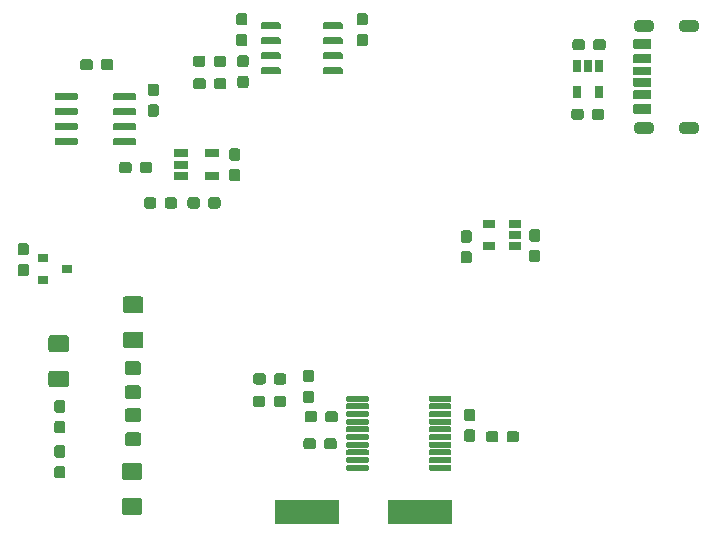
<source format=gtp>
G04 #@! TF.GenerationSoftware,KiCad,Pcbnew,(5.1.5-0)*
G04 #@! TF.CreationDate,2022-02-20T15:53:08-07:00*
G04 #@! TF.ProjectId,cs5530,63733535-3330-42e6-9b69-6361645f7063,rev?*
G04 #@! TF.SameCoordinates,Original*
G04 #@! TF.FileFunction,Paste,Top*
G04 #@! TF.FilePolarity,Positive*
%FSLAX46Y46*%
G04 Gerber Fmt 4.6, Leading zero omitted, Abs format (unit mm)*
G04 Created by KiCad (PCBNEW (5.1.5-0)) date 2022-02-20 15:53:08*
%MOMM*%
%LPD*%
G04 APERTURE LIST*
%ADD10C,0.100000*%
%ADD11R,0.900000X0.800000*%
%ADD12R,1.220000X0.650000*%
%ADD13R,0.650000X1.060000*%
%ADD14O,1.800000X1.100000*%
%ADD15R,1.500000X0.800000*%
%ADD16R,1.500000X0.760000*%
%ADD17R,1.500000X0.700000*%
%ADD18R,5.500000X2.000000*%
%ADD19R,1.060000X0.650000*%
G04 APERTURE END LIST*
D10*
G36*
X172576000Y-60150000D02*
G01*
X172576000Y-59350000D01*
X174074000Y-59350000D01*
X174074000Y-60150000D01*
X172576000Y-60150000D01*
G37*
G36*
X172576000Y-58900000D02*
G01*
X172576000Y-58140000D01*
X174074000Y-58140000D01*
X174074000Y-58900000D01*
X172576000Y-58900000D01*
G37*
G36*
X172576000Y-57851000D02*
G01*
X172576000Y-57150000D01*
X174074000Y-57150000D01*
X174074000Y-57851000D01*
X172576000Y-57851000D01*
G37*
G36*
X172576000Y-56850000D02*
G01*
X172576000Y-56149000D01*
X174074000Y-56149000D01*
X174074000Y-56850000D01*
X172576000Y-56850000D01*
G37*
G36*
X172576000Y-55860000D02*
G01*
X172576000Y-55100000D01*
X174074000Y-55100000D01*
X174074000Y-55860000D01*
X172576000Y-55860000D01*
G37*
G36*
X172576000Y-54651000D02*
G01*
X172576000Y-53850000D01*
X174074000Y-53850000D01*
X174074000Y-54651000D01*
X172576000Y-54651000D01*
G37*
G36*
X147804703Y-52415722D02*
G01*
X147819264Y-52417882D01*
X147833543Y-52421459D01*
X147847403Y-52426418D01*
X147860710Y-52432712D01*
X147873336Y-52440280D01*
X147885159Y-52449048D01*
X147896066Y-52458934D01*
X147905952Y-52469841D01*
X147914720Y-52481664D01*
X147922288Y-52494290D01*
X147928582Y-52507597D01*
X147933541Y-52521457D01*
X147937118Y-52535736D01*
X147939278Y-52550297D01*
X147940000Y-52565000D01*
X147940000Y-52865000D01*
X147939278Y-52879703D01*
X147937118Y-52894264D01*
X147933541Y-52908543D01*
X147928582Y-52922403D01*
X147922288Y-52935710D01*
X147914720Y-52948336D01*
X147905952Y-52960159D01*
X147896066Y-52971066D01*
X147885159Y-52980952D01*
X147873336Y-52989720D01*
X147860710Y-52997288D01*
X147847403Y-53003582D01*
X147833543Y-53008541D01*
X147819264Y-53012118D01*
X147804703Y-53014278D01*
X147790000Y-53015000D01*
X146440000Y-53015000D01*
X146425297Y-53014278D01*
X146410736Y-53012118D01*
X146396457Y-53008541D01*
X146382597Y-53003582D01*
X146369290Y-52997288D01*
X146356664Y-52989720D01*
X146344841Y-52980952D01*
X146333934Y-52971066D01*
X146324048Y-52960159D01*
X146315280Y-52948336D01*
X146307712Y-52935710D01*
X146301418Y-52922403D01*
X146296459Y-52908543D01*
X146292882Y-52894264D01*
X146290722Y-52879703D01*
X146290000Y-52865000D01*
X146290000Y-52565000D01*
X146290722Y-52550297D01*
X146292882Y-52535736D01*
X146296459Y-52521457D01*
X146301418Y-52507597D01*
X146307712Y-52494290D01*
X146315280Y-52481664D01*
X146324048Y-52469841D01*
X146333934Y-52458934D01*
X146344841Y-52449048D01*
X146356664Y-52440280D01*
X146369290Y-52432712D01*
X146382597Y-52426418D01*
X146396457Y-52421459D01*
X146410736Y-52417882D01*
X146425297Y-52415722D01*
X146440000Y-52415000D01*
X147790000Y-52415000D01*
X147804703Y-52415722D01*
G37*
G36*
X147804703Y-53685722D02*
G01*
X147819264Y-53687882D01*
X147833543Y-53691459D01*
X147847403Y-53696418D01*
X147860710Y-53702712D01*
X147873336Y-53710280D01*
X147885159Y-53719048D01*
X147896066Y-53728934D01*
X147905952Y-53739841D01*
X147914720Y-53751664D01*
X147922288Y-53764290D01*
X147928582Y-53777597D01*
X147933541Y-53791457D01*
X147937118Y-53805736D01*
X147939278Y-53820297D01*
X147940000Y-53835000D01*
X147940000Y-54135000D01*
X147939278Y-54149703D01*
X147937118Y-54164264D01*
X147933541Y-54178543D01*
X147928582Y-54192403D01*
X147922288Y-54205710D01*
X147914720Y-54218336D01*
X147905952Y-54230159D01*
X147896066Y-54241066D01*
X147885159Y-54250952D01*
X147873336Y-54259720D01*
X147860710Y-54267288D01*
X147847403Y-54273582D01*
X147833543Y-54278541D01*
X147819264Y-54282118D01*
X147804703Y-54284278D01*
X147790000Y-54285000D01*
X146440000Y-54285000D01*
X146425297Y-54284278D01*
X146410736Y-54282118D01*
X146396457Y-54278541D01*
X146382597Y-54273582D01*
X146369290Y-54267288D01*
X146356664Y-54259720D01*
X146344841Y-54250952D01*
X146333934Y-54241066D01*
X146324048Y-54230159D01*
X146315280Y-54218336D01*
X146307712Y-54205710D01*
X146301418Y-54192403D01*
X146296459Y-54178543D01*
X146292882Y-54164264D01*
X146290722Y-54149703D01*
X146290000Y-54135000D01*
X146290000Y-53835000D01*
X146290722Y-53820297D01*
X146292882Y-53805736D01*
X146296459Y-53791457D01*
X146301418Y-53777597D01*
X146307712Y-53764290D01*
X146315280Y-53751664D01*
X146324048Y-53739841D01*
X146333934Y-53728934D01*
X146344841Y-53719048D01*
X146356664Y-53710280D01*
X146369290Y-53702712D01*
X146382597Y-53696418D01*
X146396457Y-53691459D01*
X146410736Y-53687882D01*
X146425297Y-53685722D01*
X146440000Y-53685000D01*
X147790000Y-53685000D01*
X147804703Y-53685722D01*
G37*
G36*
X147804703Y-54955722D02*
G01*
X147819264Y-54957882D01*
X147833543Y-54961459D01*
X147847403Y-54966418D01*
X147860710Y-54972712D01*
X147873336Y-54980280D01*
X147885159Y-54989048D01*
X147896066Y-54998934D01*
X147905952Y-55009841D01*
X147914720Y-55021664D01*
X147922288Y-55034290D01*
X147928582Y-55047597D01*
X147933541Y-55061457D01*
X147937118Y-55075736D01*
X147939278Y-55090297D01*
X147940000Y-55105000D01*
X147940000Y-55405000D01*
X147939278Y-55419703D01*
X147937118Y-55434264D01*
X147933541Y-55448543D01*
X147928582Y-55462403D01*
X147922288Y-55475710D01*
X147914720Y-55488336D01*
X147905952Y-55500159D01*
X147896066Y-55511066D01*
X147885159Y-55520952D01*
X147873336Y-55529720D01*
X147860710Y-55537288D01*
X147847403Y-55543582D01*
X147833543Y-55548541D01*
X147819264Y-55552118D01*
X147804703Y-55554278D01*
X147790000Y-55555000D01*
X146440000Y-55555000D01*
X146425297Y-55554278D01*
X146410736Y-55552118D01*
X146396457Y-55548541D01*
X146382597Y-55543582D01*
X146369290Y-55537288D01*
X146356664Y-55529720D01*
X146344841Y-55520952D01*
X146333934Y-55511066D01*
X146324048Y-55500159D01*
X146315280Y-55488336D01*
X146307712Y-55475710D01*
X146301418Y-55462403D01*
X146296459Y-55448543D01*
X146292882Y-55434264D01*
X146290722Y-55419703D01*
X146290000Y-55405000D01*
X146290000Y-55105000D01*
X146290722Y-55090297D01*
X146292882Y-55075736D01*
X146296459Y-55061457D01*
X146301418Y-55047597D01*
X146307712Y-55034290D01*
X146315280Y-55021664D01*
X146324048Y-55009841D01*
X146333934Y-54998934D01*
X146344841Y-54989048D01*
X146356664Y-54980280D01*
X146369290Y-54972712D01*
X146382597Y-54966418D01*
X146396457Y-54961459D01*
X146410736Y-54957882D01*
X146425297Y-54955722D01*
X146440000Y-54955000D01*
X147790000Y-54955000D01*
X147804703Y-54955722D01*
G37*
G36*
X147804703Y-56225722D02*
G01*
X147819264Y-56227882D01*
X147833543Y-56231459D01*
X147847403Y-56236418D01*
X147860710Y-56242712D01*
X147873336Y-56250280D01*
X147885159Y-56259048D01*
X147896066Y-56268934D01*
X147905952Y-56279841D01*
X147914720Y-56291664D01*
X147922288Y-56304290D01*
X147928582Y-56317597D01*
X147933541Y-56331457D01*
X147937118Y-56345736D01*
X147939278Y-56360297D01*
X147940000Y-56375000D01*
X147940000Y-56675000D01*
X147939278Y-56689703D01*
X147937118Y-56704264D01*
X147933541Y-56718543D01*
X147928582Y-56732403D01*
X147922288Y-56745710D01*
X147914720Y-56758336D01*
X147905952Y-56770159D01*
X147896066Y-56781066D01*
X147885159Y-56790952D01*
X147873336Y-56799720D01*
X147860710Y-56807288D01*
X147847403Y-56813582D01*
X147833543Y-56818541D01*
X147819264Y-56822118D01*
X147804703Y-56824278D01*
X147790000Y-56825000D01*
X146440000Y-56825000D01*
X146425297Y-56824278D01*
X146410736Y-56822118D01*
X146396457Y-56818541D01*
X146382597Y-56813582D01*
X146369290Y-56807288D01*
X146356664Y-56799720D01*
X146344841Y-56790952D01*
X146333934Y-56781066D01*
X146324048Y-56770159D01*
X146315280Y-56758336D01*
X146307712Y-56745710D01*
X146301418Y-56732403D01*
X146296459Y-56718543D01*
X146292882Y-56704264D01*
X146290722Y-56689703D01*
X146290000Y-56675000D01*
X146290000Y-56375000D01*
X146290722Y-56360297D01*
X146292882Y-56345736D01*
X146296459Y-56331457D01*
X146301418Y-56317597D01*
X146307712Y-56304290D01*
X146315280Y-56291664D01*
X146324048Y-56279841D01*
X146333934Y-56268934D01*
X146344841Y-56259048D01*
X146356664Y-56250280D01*
X146369290Y-56242712D01*
X146382597Y-56236418D01*
X146396457Y-56231459D01*
X146410736Y-56227882D01*
X146425297Y-56225722D01*
X146440000Y-56225000D01*
X147790000Y-56225000D01*
X147804703Y-56225722D01*
G37*
G36*
X142554703Y-56225722D02*
G01*
X142569264Y-56227882D01*
X142583543Y-56231459D01*
X142597403Y-56236418D01*
X142610710Y-56242712D01*
X142623336Y-56250280D01*
X142635159Y-56259048D01*
X142646066Y-56268934D01*
X142655952Y-56279841D01*
X142664720Y-56291664D01*
X142672288Y-56304290D01*
X142678582Y-56317597D01*
X142683541Y-56331457D01*
X142687118Y-56345736D01*
X142689278Y-56360297D01*
X142690000Y-56375000D01*
X142690000Y-56675000D01*
X142689278Y-56689703D01*
X142687118Y-56704264D01*
X142683541Y-56718543D01*
X142678582Y-56732403D01*
X142672288Y-56745710D01*
X142664720Y-56758336D01*
X142655952Y-56770159D01*
X142646066Y-56781066D01*
X142635159Y-56790952D01*
X142623336Y-56799720D01*
X142610710Y-56807288D01*
X142597403Y-56813582D01*
X142583543Y-56818541D01*
X142569264Y-56822118D01*
X142554703Y-56824278D01*
X142540000Y-56825000D01*
X141190000Y-56825000D01*
X141175297Y-56824278D01*
X141160736Y-56822118D01*
X141146457Y-56818541D01*
X141132597Y-56813582D01*
X141119290Y-56807288D01*
X141106664Y-56799720D01*
X141094841Y-56790952D01*
X141083934Y-56781066D01*
X141074048Y-56770159D01*
X141065280Y-56758336D01*
X141057712Y-56745710D01*
X141051418Y-56732403D01*
X141046459Y-56718543D01*
X141042882Y-56704264D01*
X141040722Y-56689703D01*
X141040000Y-56675000D01*
X141040000Y-56375000D01*
X141040722Y-56360297D01*
X141042882Y-56345736D01*
X141046459Y-56331457D01*
X141051418Y-56317597D01*
X141057712Y-56304290D01*
X141065280Y-56291664D01*
X141074048Y-56279841D01*
X141083934Y-56268934D01*
X141094841Y-56259048D01*
X141106664Y-56250280D01*
X141119290Y-56242712D01*
X141132597Y-56236418D01*
X141146457Y-56231459D01*
X141160736Y-56227882D01*
X141175297Y-56225722D01*
X141190000Y-56225000D01*
X142540000Y-56225000D01*
X142554703Y-56225722D01*
G37*
G36*
X142554703Y-54955722D02*
G01*
X142569264Y-54957882D01*
X142583543Y-54961459D01*
X142597403Y-54966418D01*
X142610710Y-54972712D01*
X142623336Y-54980280D01*
X142635159Y-54989048D01*
X142646066Y-54998934D01*
X142655952Y-55009841D01*
X142664720Y-55021664D01*
X142672288Y-55034290D01*
X142678582Y-55047597D01*
X142683541Y-55061457D01*
X142687118Y-55075736D01*
X142689278Y-55090297D01*
X142690000Y-55105000D01*
X142690000Y-55405000D01*
X142689278Y-55419703D01*
X142687118Y-55434264D01*
X142683541Y-55448543D01*
X142678582Y-55462403D01*
X142672288Y-55475710D01*
X142664720Y-55488336D01*
X142655952Y-55500159D01*
X142646066Y-55511066D01*
X142635159Y-55520952D01*
X142623336Y-55529720D01*
X142610710Y-55537288D01*
X142597403Y-55543582D01*
X142583543Y-55548541D01*
X142569264Y-55552118D01*
X142554703Y-55554278D01*
X142540000Y-55555000D01*
X141190000Y-55555000D01*
X141175297Y-55554278D01*
X141160736Y-55552118D01*
X141146457Y-55548541D01*
X141132597Y-55543582D01*
X141119290Y-55537288D01*
X141106664Y-55529720D01*
X141094841Y-55520952D01*
X141083934Y-55511066D01*
X141074048Y-55500159D01*
X141065280Y-55488336D01*
X141057712Y-55475710D01*
X141051418Y-55462403D01*
X141046459Y-55448543D01*
X141042882Y-55434264D01*
X141040722Y-55419703D01*
X141040000Y-55405000D01*
X141040000Y-55105000D01*
X141040722Y-55090297D01*
X141042882Y-55075736D01*
X141046459Y-55061457D01*
X141051418Y-55047597D01*
X141057712Y-55034290D01*
X141065280Y-55021664D01*
X141074048Y-55009841D01*
X141083934Y-54998934D01*
X141094841Y-54989048D01*
X141106664Y-54980280D01*
X141119290Y-54972712D01*
X141132597Y-54966418D01*
X141146457Y-54961459D01*
X141160736Y-54957882D01*
X141175297Y-54955722D01*
X141190000Y-54955000D01*
X142540000Y-54955000D01*
X142554703Y-54955722D01*
G37*
G36*
X142554703Y-53685722D02*
G01*
X142569264Y-53687882D01*
X142583543Y-53691459D01*
X142597403Y-53696418D01*
X142610710Y-53702712D01*
X142623336Y-53710280D01*
X142635159Y-53719048D01*
X142646066Y-53728934D01*
X142655952Y-53739841D01*
X142664720Y-53751664D01*
X142672288Y-53764290D01*
X142678582Y-53777597D01*
X142683541Y-53791457D01*
X142687118Y-53805736D01*
X142689278Y-53820297D01*
X142690000Y-53835000D01*
X142690000Y-54135000D01*
X142689278Y-54149703D01*
X142687118Y-54164264D01*
X142683541Y-54178543D01*
X142678582Y-54192403D01*
X142672288Y-54205710D01*
X142664720Y-54218336D01*
X142655952Y-54230159D01*
X142646066Y-54241066D01*
X142635159Y-54250952D01*
X142623336Y-54259720D01*
X142610710Y-54267288D01*
X142597403Y-54273582D01*
X142583543Y-54278541D01*
X142569264Y-54282118D01*
X142554703Y-54284278D01*
X142540000Y-54285000D01*
X141190000Y-54285000D01*
X141175297Y-54284278D01*
X141160736Y-54282118D01*
X141146457Y-54278541D01*
X141132597Y-54273582D01*
X141119290Y-54267288D01*
X141106664Y-54259720D01*
X141094841Y-54250952D01*
X141083934Y-54241066D01*
X141074048Y-54230159D01*
X141065280Y-54218336D01*
X141057712Y-54205710D01*
X141051418Y-54192403D01*
X141046459Y-54178543D01*
X141042882Y-54164264D01*
X141040722Y-54149703D01*
X141040000Y-54135000D01*
X141040000Y-53835000D01*
X141040722Y-53820297D01*
X141042882Y-53805736D01*
X141046459Y-53791457D01*
X141051418Y-53777597D01*
X141057712Y-53764290D01*
X141065280Y-53751664D01*
X141074048Y-53739841D01*
X141083934Y-53728934D01*
X141094841Y-53719048D01*
X141106664Y-53710280D01*
X141119290Y-53702712D01*
X141132597Y-53696418D01*
X141146457Y-53691459D01*
X141160736Y-53687882D01*
X141175297Y-53685722D01*
X141190000Y-53685000D01*
X142540000Y-53685000D01*
X142554703Y-53685722D01*
G37*
G36*
X142554703Y-52415722D02*
G01*
X142569264Y-52417882D01*
X142583543Y-52421459D01*
X142597403Y-52426418D01*
X142610710Y-52432712D01*
X142623336Y-52440280D01*
X142635159Y-52449048D01*
X142646066Y-52458934D01*
X142655952Y-52469841D01*
X142664720Y-52481664D01*
X142672288Y-52494290D01*
X142678582Y-52507597D01*
X142683541Y-52521457D01*
X142687118Y-52535736D01*
X142689278Y-52550297D01*
X142690000Y-52565000D01*
X142690000Y-52865000D01*
X142689278Y-52879703D01*
X142687118Y-52894264D01*
X142683541Y-52908543D01*
X142678582Y-52922403D01*
X142672288Y-52935710D01*
X142664720Y-52948336D01*
X142655952Y-52960159D01*
X142646066Y-52971066D01*
X142635159Y-52980952D01*
X142623336Y-52989720D01*
X142610710Y-52997288D01*
X142597403Y-53003582D01*
X142583543Y-53008541D01*
X142569264Y-53012118D01*
X142554703Y-53014278D01*
X142540000Y-53015000D01*
X141190000Y-53015000D01*
X141175297Y-53014278D01*
X141160736Y-53012118D01*
X141146457Y-53008541D01*
X141132597Y-53003582D01*
X141119290Y-52997288D01*
X141106664Y-52989720D01*
X141094841Y-52980952D01*
X141083934Y-52971066D01*
X141074048Y-52960159D01*
X141065280Y-52948336D01*
X141057712Y-52935710D01*
X141051418Y-52922403D01*
X141046459Y-52908543D01*
X141042882Y-52894264D01*
X141040722Y-52879703D01*
X141040000Y-52865000D01*
X141040000Y-52565000D01*
X141040722Y-52550297D01*
X141042882Y-52535736D01*
X141046459Y-52521457D01*
X141051418Y-52507597D01*
X141057712Y-52494290D01*
X141065280Y-52481664D01*
X141074048Y-52469841D01*
X141083934Y-52458934D01*
X141094841Y-52449048D01*
X141106664Y-52440280D01*
X141119290Y-52432712D01*
X141132597Y-52426418D01*
X141146457Y-52421459D01*
X141160736Y-52417882D01*
X141175297Y-52415722D01*
X141190000Y-52415000D01*
X142540000Y-52415000D01*
X142554703Y-52415722D01*
G37*
D11*
X124600000Y-73300000D03*
X122600000Y-74250000D03*
X122600000Y-72350000D03*
D10*
G36*
X136135779Y-57126144D02*
G01*
X136158834Y-57129563D01*
X136181443Y-57135227D01*
X136203387Y-57143079D01*
X136224457Y-57153044D01*
X136244448Y-57165026D01*
X136263168Y-57178910D01*
X136280438Y-57194562D01*
X136296090Y-57211832D01*
X136309974Y-57230552D01*
X136321956Y-57250543D01*
X136331921Y-57271613D01*
X136339773Y-57293557D01*
X136345437Y-57316166D01*
X136348856Y-57339221D01*
X136350000Y-57362500D01*
X136350000Y-57837500D01*
X136348856Y-57860779D01*
X136345437Y-57883834D01*
X136339773Y-57906443D01*
X136331921Y-57928387D01*
X136321956Y-57949457D01*
X136309974Y-57969448D01*
X136296090Y-57988168D01*
X136280438Y-58005438D01*
X136263168Y-58021090D01*
X136244448Y-58034974D01*
X136224457Y-58046956D01*
X136203387Y-58056921D01*
X136181443Y-58064773D01*
X136158834Y-58070437D01*
X136135779Y-58073856D01*
X136112500Y-58075000D01*
X135537500Y-58075000D01*
X135514221Y-58073856D01*
X135491166Y-58070437D01*
X135468557Y-58064773D01*
X135446613Y-58056921D01*
X135425543Y-58046956D01*
X135405552Y-58034974D01*
X135386832Y-58021090D01*
X135369562Y-58005438D01*
X135353910Y-57988168D01*
X135340026Y-57969448D01*
X135328044Y-57949457D01*
X135318079Y-57928387D01*
X135310227Y-57906443D01*
X135304563Y-57883834D01*
X135301144Y-57860779D01*
X135300000Y-57837500D01*
X135300000Y-57362500D01*
X135301144Y-57339221D01*
X135304563Y-57316166D01*
X135310227Y-57293557D01*
X135318079Y-57271613D01*
X135328044Y-57250543D01*
X135340026Y-57230552D01*
X135353910Y-57211832D01*
X135369562Y-57194562D01*
X135386832Y-57178910D01*
X135405552Y-57165026D01*
X135425543Y-57153044D01*
X135446613Y-57143079D01*
X135468557Y-57135227D01*
X135491166Y-57129563D01*
X135514221Y-57126144D01*
X135537500Y-57125000D01*
X136112500Y-57125000D01*
X136135779Y-57126144D01*
G37*
G36*
X137885779Y-57126144D02*
G01*
X137908834Y-57129563D01*
X137931443Y-57135227D01*
X137953387Y-57143079D01*
X137974457Y-57153044D01*
X137994448Y-57165026D01*
X138013168Y-57178910D01*
X138030438Y-57194562D01*
X138046090Y-57211832D01*
X138059974Y-57230552D01*
X138071956Y-57250543D01*
X138081921Y-57271613D01*
X138089773Y-57293557D01*
X138095437Y-57316166D01*
X138098856Y-57339221D01*
X138100000Y-57362500D01*
X138100000Y-57837500D01*
X138098856Y-57860779D01*
X138095437Y-57883834D01*
X138089773Y-57906443D01*
X138081921Y-57928387D01*
X138071956Y-57949457D01*
X138059974Y-57969448D01*
X138046090Y-57988168D01*
X138030438Y-58005438D01*
X138013168Y-58021090D01*
X137994448Y-58034974D01*
X137974457Y-58046956D01*
X137953387Y-58056921D01*
X137931443Y-58064773D01*
X137908834Y-58070437D01*
X137885779Y-58073856D01*
X137862500Y-58075000D01*
X137287500Y-58075000D01*
X137264221Y-58073856D01*
X137241166Y-58070437D01*
X137218557Y-58064773D01*
X137196613Y-58056921D01*
X137175543Y-58046956D01*
X137155552Y-58034974D01*
X137136832Y-58021090D01*
X137119562Y-58005438D01*
X137103910Y-57988168D01*
X137090026Y-57969448D01*
X137078044Y-57949457D01*
X137068079Y-57928387D01*
X137060227Y-57906443D01*
X137054563Y-57883834D01*
X137051144Y-57860779D01*
X137050000Y-57837500D01*
X137050000Y-57362500D01*
X137051144Y-57339221D01*
X137054563Y-57316166D01*
X137060227Y-57293557D01*
X137068079Y-57271613D01*
X137078044Y-57250543D01*
X137090026Y-57230552D01*
X137103910Y-57211832D01*
X137119562Y-57194562D01*
X137136832Y-57178910D01*
X137155552Y-57165026D01*
X137175543Y-57153044D01*
X137196613Y-57143079D01*
X137218557Y-57135227D01*
X137241166Y-57129563D01*
X137264221Y-57126144D01*
X137287500Y-57125000D01*
X137862500Y-57125000D01*
X137885779Y-57126144D01*
G37*
G36*
X130674505Y-87126204D02*
G01*
X130698773Y-87129804D01*
X130722572Y-87135765D01*
X130745671Y-87144030D01*
X130767850Y-87154520D01*
X130788893Y-87167132D01*
X130808599Y-87181747D01*
X130826777Y-87198223D01*
X130843253Y-87216401D01*
X130857868Y-87236107D01*
X130870480Y-87257150D01*
X130880970Y-87279329D01*
X130889235Y-87302428D01*
X130895196Y-87326227D01*
X130898796Y-87350495D01*
X130900000Y-87374999D01*
X130900000Y-88025001D01*
X130898796Y-88049505D01*
X130895196Y-88073773D01*
X130889235Y-88097572D01*
X130880970Y-88120671D01*
X130870480Y-88142850D01*
X130857868Y-88163893D01*
X130843253Y-88183599D01*
X130826777Y-88201777D01*
X130808599Y-88218253D01*
X130788893Y-88232868D01*
X130767850Y-88245480D01*
X130745671Y-88255970D01*
X130722572Y-88264235D01*
X130698773Y-88270196D01*
X130674505Y-88273796D01*
X130650001Y-88275000D01*
X129749999Y-88275000D01*
X129725495Y-88273796D01*
X129701227Y-88270196D01*
X129677428Y-88264235D01*
X129654329Y-88255970D01*
X129632150Y-88245480D01*
X129611107Y-88232868D01*
X129591401Y-88218253D01*
X129573223Y-88201777D01*
X129556747Y-88183599D01*
X129542132Y-88163893D01*
X129529520Y-88142850D01*
X129519030Y-88120671D01*
X129510765Y-88097572D01*
X129504804Y-88073773D01*
X129501204Y-88049505D01*
X129500000Y-88025001D01*
X129500000Y-87374999D01*
X129501204Y-87350495D01*
X129504804Y-87326227D01*
X129510765Y-87302428D01*
X129519030Y-87279329D01*
X129529520Y-87257150D01*
X129542132Y-87236107D01*
X129556747Y-87216401D01*
X129573223Y-87198223D01*
X129591401Y-87181747D01*
X129611107Y-87167132D01*
X129632150Y-87154520D01*
X129654329Y-87144030D01*
X129677428Y-87135765D01*
X129701227Y-87129804D01*
X129725495Y-87126204D01*
X129749999Y-87125000D01*
X130650001Y-87125000D01*
X130674505Y-87126204D01*
G37*
G36*
X130674505Y-85076204D02*
G01*
X130698773Y-85079804D01*
X130722572Y-85085765D01*
X130745671Y-85094030D01*
X130767850Y-85104520D01*
X130788893Y-85117132D01*
X130808599Y-85131747D01*
X130826777Y-85148223D01*
X130843253Y-85166401D01*
X130857868Y-85186107D01*
X130870480Y-85207150D01*
X130880970Y-85229329D01*
X130889235Y-85252428D01*
X130895196Y-85276227D01*
X130898796Y-85300495D01*
X130900000Y-85324999D01*
X130900000Y-85975001D01*
X130898796Y-85999505D01*
X130895196Y-86023773D01*
X130889235Y-86047572D01*
X130880970Y-86070671D01*
X130870480Y-86092850D01*
X130857868Y-86113893D01*
X130843253Y-86133599D01*
X130826777Y-86151777D01*
X130808599Y-86168253D01*
X130788893Y-86182868D01*
X130767850Y-86195480D01*
X130745671Y-86205970D01*
X130722572Y-86214235D01*
X130698773Y-86220196D01*
X130674505Y-86223796D01*
X130650001Y-86225000D01*
X129749999Y-86225000D01*
X129725495Y-86223796D01*
X129701227Y-86220196D01*
X129677428Y-86214235D01*
X129654329Y-86205970D01*
X129632150Y-86195480D01*
X129611107Y-86182868D01*
X129591401Y-86168253D01*
X129573223Y-86151777D01*
X129556747Y-86133599D01*
X129542132Y-86113893D01*
X129529520Y-86092850D01*
X129519030Y-86070671D01*
X129510765Y-86047572D01*
X129504804Y-86023773D01*
X129501204Y-85999505D01*
X129500000Y-85975001D01*
X129500000Y-85324999D01*
X129501204Y-85300495D01*
X129504804Y-85276227D01*
X129510765Y-85252428D01*
X129519030Y-85229329D01*
X129529520Y-85207150D01*
X129542132Y-85186107D01*
X129556747Y-85166401D01*
X129573223Y-85148223D01*
X129591401Y-85131747D01*
X129611107Y-85117132D01*
X129632150Y-85104520D01*
X129654329Y-85094030D01*
X129677428Y-85085765D01*
X129701227Y-85079804D01*
X129725495Y-85076204D01*
X129749999Y-85075000D01*
X130650001Y-85075000D01*
X130674505Y-85076204D01*
G37*
G36*
X136110779Y-55226144D02*
G01*
X136133834Y-55229563D01*
X136156443Y-55235227D01*
X136178387Y-55243079D01*
X136199457Y-55253044D01*
X136219448Y-55265026D01*
X136238168Y-55278910D01*
X136255438Y-55294562D01*
X136271090Y-55311832D01*
X136284974Y-55330552D01*
X136296956Y-55350543D01*
X136306921Y-55371613D01*
X136314773Y-55393557D01*
X136320437Y-55416166D01*
X136323856Y-55439221D01*
X136325000Y-55462500D01*
X136325000Y-55937500D01*
X136323856Y-55960779D01*
X136320437Y-55983834D01*
X136314773Y-56006443D01*
X136306921Y-56028387D01*
X136296956Y-56049457D01*
X136284974Y-56069448D01*
X136271090Y-56088168D01*
X136255438Y-56105438D01*
X136238168Y-56121090D01*
X136219448Y-56134974D01*
X136199457Y-56146956D01*
X136178387Y-56156921D01*
X136156443Y-56164773D01*
X136133834Y-56170437D01*
X136110779Y-56173856D01*
X136087500Y-56175000D01*
X135512500Y-56175000D01*
X135489221Y-56173856D01*
X135466166Y-56170437D01*
X135443557Y-56164773D01*
X135421613Y-56156921D01*
X135400543Y-56146956D01*
X135380552Y-56134974D01*
X135361832Y-56121090D01*
X135344562Y-56105438D01*
X135328910Y-56088168D01*
X135315026Y-56069448D01*
X135303044Y-56049457D01*
X135293079Y-56028387D01*
X135285227Y-56006443D01*
X135279563Y-55983834D01*
X135276144Y-55960779D01*
X135275000Y-55937500D01*
X135275000Y-55462500D01*
X135276144Y-55439221D01*
X135279563Y-55416166D01*
X135285227Y-55393557D01*
X135293079Y-55371613D01*
X135303044Y-55350543D01*
X135315026Y-55330552D01*
X135328910Y-55311832D01*
X135344562Y-55294562D01*
X135361832Y-55278910D01*
X135380552Y-55265026D01*
X135400543Y-55253044D01*
X135421613Y-55243079D01*
X135443557Y-55235227D01*
X135466166Y-55229563D01*
X135489221Y-55226144D01*
X135512500Y-55225000D01*
X136087500Y-55225000D01*
X136110779Y-55226144D01*
G37*
G36*
X137860779Y-55226144D02*
G01*
X137883834Y-55229563D01*
X137906443Y-55235227D01*
X137928387Y-55243079D01*
X137949457Y-55253044D01*
X137969448Y-55265026D01*
X137988168Y-55278910D01*
X138005438Y-55294562D01*
X138021090Y-55311832D01*
X138034974Y-55330552D01*
X138046956Y-55350543D01*
X138056921Y-55371613D01*
X138064773Y-55393557D01*
X138070437Y-55416166D01*
X138073856Y-55439221D01*
X138075000Y-55462500D01*
X138075000Y-55937500D01*
X138073856Y-55960779D01*
X138070437Y-55983834D01*
X138064773Y-56006443D01*
X138056921Y-56028387D01*
X138046956Y-56049457D01*
X138034974Y-56069448D01*
X138021090Y-56088168D01*
X138005438Y-56105438D01*
X137988168Y-56121090D01*
X137969448Y-56134974D01*
X137949457Y-56146956D01*
X137928387Y-56156921D01*
X137906443Y-56164773D01*
X137883834Y-56170437D01*
X137860779Y-56173856D01*
X137837500Y-56175000D01*
X137262500Y-56175000D01*
X137239221Y-56173856D01*
X137216166Y-56170437D01*
X137193557Y-56164773D01*
X137171613Y-56156921D01*
X137150543Y-56146956D01*
X137130552Y-56134974D01*
X137111832Y-56121090D01*
X137094562Y-56105438D01*
X137078910Y-56088168D01*
X137065026Y-56069448D01*
X137053044Y-56049457D01*
X137043079Y-56028387D01*
X137035227Y-56006443D01*
X137029563Y-55983834D01*
X137026144Y-55960779D01*
X137025000Y-55937500D01*
X137025000Y-55462500D01*
X137026144Y-55439221D01*
X137029563Y-55416166D01*
X137035227Y-55393557D01*
X137043079Y-55371613D01*
X137053044Y-55350543D01*
X137065026Y-55330552D01*
X137078910Y-55311832D01*
X137094562Y-55294562D01*
X137111832Y-55278910D01*
X137130552Y-55265026D01*
X137150543Y-55253044D01*
X137171613Y-55243079D01*
X137193557Y-55235227D01*
X137216166Y-55229563D01*
X137239221Y-55226144D01*
X137262500Y-55225000D01*
X137837500Y-55225000D01*
X137860779Y-55226144D01*
G37*
G36*
X124260779Y-84401144D02*
G01*
X124283834Y-84404563D01*
X124306443Y-84410227D01*
X124328387Y-84418079D01*
X124349457Y-84428044D01*
X124369448Y-84440026D01*
X124388168Y-84453910D01*
X124405438Y-84469562D01*
X124421090Y-84486832D01*
X124434974Y-84505552D01*
X124446956Y-84525543D01*
X124456921Y-84546613D01*
X124464773Y-84568557D01*
X124470437Y-84591166D01*
X124473856Y-84614221D01*
X124475000Y-84637500D01*
X124475000Y-85212500D01*
X124473856Y-85235779D01*
X124470437Y-85258834D01*
X124464773Y-85281443D01*
X124456921Y-85303387D01*
X124446956Y-85324457D01*
X124434974Y-85344448D01*
X124421090Y-85363168D01*
X124405438Y-85380438D01*
X124388168Y-85396090D01*
X124369448Y-85409974D01*
X124349457Y-85421956D01*
X124328387Y-85431921D01*
X124306443Y-85439773D01*
X124283834Y-85445437D01*
X124260779Y-85448856D01*
X124237500Y-85450000D01*
X123762500Y-85450000D01*
X123739221Y-85448856D01*
X123716166Y-85445437D01*
X123693557Y-85439773D01*
X123671613Y-85431921D01*
X123650543Y-85421956D01*
X123630552Y-85409974D01*
X123611832Y-85396090D01*
X123594562Y-85380438D01*
X123578910Y-85363168D01*
X123565026Y-85344448D01*
X123553044Y-85324457D01*
X123543079Y-85303387D01*
X123535227Y-85281443D01*
X123529563Y-85258834D01*
X123526144Y-85235779D01*
X123525000Y-85212500D01*
X123525000Y-84637500D01*
X123526144Y-84614221D01*
X123529563Y-84591166D01*
X123535227Y-84568557D01*
X123543079Y-84546613D01*
X123553044Y-84525543D01*
X123565026Y-84505552D01*
X123578910Y-84486832D01*
X123594562Y-84469562D01*
X123611832Y-84453910D01*
X123630552Y-84440026D01*
X123650543Y-84428044D01*
X123671613Y-84418079D01*
X123693557Y-84410227D01*
X123716166Y-84404563D01*
X123739221Y-84401144D01*
X123762500Y-84400000D01*
X124237500Y-84400000D01*
X124260779Y-84401144D01*
G37*
G36*
X124260779Y-86151144D02*
G01*
X124283834Y-86154563D01*
X124306443Y-86160227D01*
X124328387Y-86168079D01*
X124349457Y-86178044D01*
X124369448Y-86190026D01*
X124388168Y-86203910D01*
X124405438Y-86219562D01*
X124421090Y-86236832D01*
X124434974Y-86255552D01*
X124446956Y-86275543D01*
X124456921Y-86296613D01*
X124464773Y-86318557D01*
X124470437Y-86341166D01*
X124473856Y-86364221D01*
X124475000Y-86387500D01*
X124475000Y-86962500D01*
X124473856Y-86985779D01*
X124470437Y-87008834D01*
X124464773Y-87031443D01*
X124456921Y-87053387D01*
X124446956Y-87074457D01*
X124434974Y-87094448D01*
X124421090Y-87113168D01*
X124405438Y-87130438D01*
X124388168Y-87146090D01*
X124369448Y-87159974D01*
X124349457Y-87171956D01*
X124328387Y-87181921D01*
X124306443Y-87189773D01*
X124283834Y-87195437D01*
X124260779Y-87198856D01*
X124237500Y-87200000D01*
X123762500Y-87200000D01*
X123739221Y-87198856D01*
X123716166Y-87195437D01*
X123693557Y-87189773D01*
X123671613Y-87181921D01*
X123650543Y-87171956D01*
X123630552Y-87159974D01*
X123611832Y-87146090D01*
X123594562Y-87130438D01*
X123578910Y-87113168D01*
X123565026Y-87094448D01*
X123553044Y-87074457D01*
X123543079Y-87053387D01*
X123535227Y-87031443D01*
X123529563Y-87008834D01*
X123526144Y-86985779D01*
X123525000Y-86962500D01*
X123525000Y-86387500D01*
X123526144Y-86364221D01*
X123529563Y-86341166D01*
X123535227Y-86318557D01*
X123543079Y-86296613D01*
X123553044Y-86275543D01*
X123565026Y-86255552D01*
X123578910Y-86236832D01*
X123594562Y-86219562D01*
X123611832Y-86203910D01*
X123630552Y-86190026D01*
X123650543Y-86178044D01*
X123671613Y-86168079D01*
X123693557Y-86160227D01*
X123716166Y-86154563D01*
X123739221Y-86151144D01*
X123762500Y-86150000D01*
X124237500Y-86150000D01*
X124260779Y-86151144D01*
G37*
G36*
X158960779Y-86876144D02*
G01*
X158983834Y-86879563D01*
X159006443Y-86885227D01*
X159028387Y-86893079D01*
X159049457Y-86903044D01*
X159069448Y-86915026D01*
X159088168Y-86928910D01*
X159105438Y-86944562D01*
X159121090Y-86961832D01*
X159134974Y-86980552D01*
X159146956Y-87000543D01*
X159156921Y-87021613D01*
X159164773Y-87043557D01*
X159170437Y-87066166D01*
X159173856Y-87089221D01*
X159175000Y-87112500D01*
X159175000Y-87687500D01*
X159173856Y-87710779D01*
X159170437Y-87733834D01*
X159164773Y-87756443D01*
X159156921Y-87778387D01*
X159146956Y-87799457D01*
X159134974Y-87819448D01*
X159121090Y-87838168D01*
X159105438Y-87855438D01*
X159088168Y-87871090D01*
X159069448Y-87884974D01*
X159049457Y-87896956D01*
X159028387Y-87906921D01*
X159006443Y-87914773D01*
X158983834Y-87920437D01*
X158960779Y-87923856D01*
X158937500Y-87925000D01*
X158462500Y-87925000D01*
X158439221Y-87923856D01*
X158416166Y-87920437D01*
X158393557Y-87914773D01*
X158371613Y-87906921D01*
X158350543Y-87896956D01*
X158330552Y-87884974D01*
X158311832Y-87871090D01*
X158294562Y-87855438D01*
X158278910Y-87838168D01*
X158265026Y-87819448D01*
X158253044Y-87799457D01*
X158243079Y-87778387D01*
X158235227Y-87756443D01*
X158229563Y-87733834D01*
X158226144Y-87710779D01*
X158225000Y-87687500D01*
X158225000Y-87112500D01*
X158226144Y-87089221D01*
X158229563Y-87066166D01*
X158235227Y-87043557D01*
X158243079Y-87021613D01*
X158253044Y-87000543D01*
X158265026Y-86980552D01*
X158278910Y-86961832D01*
X158294562Y-86944562D01*
X158311832Y-86928910D01*
X158330552Y-86915026D01*
X158350543Y-86903044D01*
X158371613Y-86893079D01*
X158393557Y-86885227D01*
X158416166Y-86879563D01*
X158439221Y-86876144D01*
X158462500Y-86875000D01*
X158937500Y-86875000D01*
X158960779Y-86876144D01*
G37*
G36*
X158960779Y-85126144D02*
G01*
X158983834Y-85129563D01*
X159006443Y-85135227D01*
X159028387Y-85143079D01*
X159049457Y-85153044D01*
X159069448Y-85165026D01*
X159088168Y-85178910D01*
X159105438Y-85194562D01*
X159121090Y-85211832D01*
X159134974Y-85230552D01*
X159146956Y-85250543D01*
X159156921Y-85271613D01*
X159164773Y-85293557D01*
X159170437Y-85316166D01*
X159173856Y-85339221D01*
X159175000Y-85362500D01*
X159175000Y-85937500D01*
X159173856Y-85960779D01*
X159170437Y-85983834D01*
X159164773Y-86006443D01*
X159156921Y-86028387D01*
X159146956Y-86049457D01*
X159134974Y-86069448D01*
X159121090Y-86088168D01*
X159105438Y-86105438D01*
X159088168Y-86121090D01*
X159069448Y-86134974D01*
X159049457Y-86146956D01*
X159028387Y-86156921D01*
X159006443Y-86164773D01*
X158983834Y-86170437D01*
X158960779Y-86173856D01*
X158937500Y-86175000D01*
X158462500Y-86175000D01*
X158439221Y-86173856D01*
X158416166Y-86170437D01*
X158393557Y-86164773D01*
X158371613Y-86156921D01*
X158350543Y-86146956D01*
X158330552Y-86134974D01*
X158311832Y-86121090D01*
X158294562Y-86105438D01*
X158278910Y-86088168D01*
X158265026Y-86069448D01*
X158253044Y-86049457D01*
X158243079Y-86028387D01*
X158235227Y-86006443D01*
X158229563Y-85983834D01*
X158226144Y-85960779D01*
X158225000Y-85937500D01*
X158225000Y-85362500D01*
X158226144Y-85339221D01*
X158229563Y-85316166D01*
X158235227Y-85293557D01*
X158243079Y-85271613D01*
X158253044Y-85250543D01*
X158265026Y-85230552D01*
X158278910Y-85211832D01*
X158294562Y-85194562D01*
X158311832Y-85178910D01*
X158330552Y-85165026D01*
X158350543Y-85153044D01*
X158371613Y-85143079D01*
X158393557Y-85135227D01*
X158416166Y-85129563D01*
X158439221Y-85126144D01*
X158462500Y-85125000D01*
X158937500Y-85125000D01*
X158960779Y-85126144D01*
G37*
G36*
X149860779Y-53376144D02*
G01*
X149883834Y-53379563D01*
X149906443Y-53385227D01*
X149928387Y-53393079D01*
X149949457Y-53403044D01*
X149969448Y-53415026D01*
X149988168Y-53428910D01*
X150005438Y-53444562D01*
X150021090Y-53461832D01*
X150034974Y-53480552D01*
X150046956Y-53500543D01*
X150056921Y-53521613D01*
X150064773Y-53543557D01*
X150070437Y-53566166D01*
X150073856Y-53589221D01*
X150075000Y-53612500D01*
X150075000Y-54187500D01*
X150073856Y-54210779D01*
X150070437Y-54233834D01*
X150064773Y-54256443D01*
X150056921Y-54278387D01*
X150046956Y-54299457D01*
X150034974Y-54319448D01*
X150021090Y-54338168D01*
X150005438Y-54355438D01*
X149988168Y-54371090D01*
X149969448Y-54384974D01*
X149949457Y-54396956D01*
X149928387Y-54406921D01*
X149906443Y-54414773D01*
X149883834Y-54420437D01*
X149860779Y-54423856D01*
X149837500Y-54425000D01*
X149362500Y-54425000D01*
X149339221Y-54423856D01*
X149316166Y-54420437D01*
X149293557Y-54414773D01*
X149271613Y-54406921D01*
X149250543Y-54396956D01*
X149230552Y-54384974D01*
X149211832Y-54371090D01*
X149194562Y-54355438D01*
X149178910Y-54338168D01*
X149165026Y-54319448D01*
X149153044Y-54299457D01*
X149143079Y-54278387D01*
X149135227Y-54256443D01*
X149129563Y-54233834D01*
X149126144Y-54210779D01*
X149125000Y-54187500D01*
X149125000Y-53612500D01*
X149126144Y-53589221D01*
X149129563Y-53566166D01*
X149135227Y-53543557D01*
X149143079Y-53521613D01*
X149153044Y-53500543D01*
X149165026Y-53480552D01*
X149178910Y-53461832D01*
X149194562Y-53444562D01*
X149211832Y-53428910D01*
X149230552Y-53415026D01*
X149250543Y-53403044D01*
X149271613Y-53393079D01*
X149293557Y-53385227D01*
X149316166Y-53379563D01*
X149339221Y-53376144D01*
X149362500Y-53375000D01*
X149837500Y-53375000D01*
X149860779Y-53376144D01*
G37*
G36*
X149860779Y-51626144D02*
G01*
X149883834Y-51629563D01*
X149906443Y-51635227D01*
X149928387Y-51643079D01*
X149949457Y-51653044D01*
X149969448Y-51665026D01*
X149988168Y-51678910D01*
X150005438Y-51694562D01*
X150021090Y-51711832D01*
X150034974Y-51730552D01*
X150046956Y-51750543D01*
X150056921Y-51771613D01*
X150064773Y-51793557D01*
X150070437Y-51816166D01*
X150073856Y-51839221D01*
X150075000Y-51862500D01*
X150075000Y-52437500D01*
X150073856Y-52460779D01*
X150070437Y-52483834D01*
X150064773Y-52506443D01*
X150056921Y-52528387D01*
X150046956Y-52549457D01*
X150034974Y-52569448D01*
X150021090Y-52588168D01*
X150005438Y-52605438D01*
X149988168Y-52621090D01*
X149969448Y-52634974D01*
X149949457Y-52646956D01*
X149928387Y-52656921D01*
X149906443Y-52664773D01*
X149883834Y-52670437D01*
X149860779Y-52673856D01*
X149837500Y-52675000D01*
X149362500Y-52675000D01*
X149339221Y-52673856D01*
X149316166Y-52670437D01*
X149293557Y-52664773D01*
X149271613Y-52656921D01*
X149250543Y-52646956D01*
X149230552Y-52634974D01*
X149211832Y-52621090D01*
X149194562Y-52605438D01*
X149178910Y-52588168D01*
X149165026Y-52569448D01*
X149153044Y-52549457D01*
X149143079Y-52528387D01*
X149135227Y-52506443D01*
X149129563Y-52483834D01*
X149126144Y-52460779D01*
X149125000Y-52437500D01*
X149125000Y-51862500D01*
X149126144Y-51839221D01*
X149129563Y-51816166D01*
X149135227Y-51793557D01*
X149143079Y-51771613D01*
X149153044Y-51750543D01*
X149165026Y-51730552D01*
X149178910Y-51711832D01*
X149194562Y-51694562D01*
X149211832Y-51678910D01*
X149230552Y-51665026D01*
X149250543Y-51653044D01*
X149271613Y-51643079D01*
X149293557Y-51635227D01*
X149316166Y-51629563D01*
X149339221Y-51626144D01*
X149362500Y-51625000D01*
X149837500Y-51625000D01*
X149860779Y-51626144D01*
G37*
G36*
X139660779Y-53376144D02*
G01*
X139683834Y-53379563D01*
X139706443Y-53385227D01*
X139728387Y-53393079D01*
X139749457Y-53403044D01*
X139769448Y-53415026D01*
X139788168Y-53428910D01*
X139805438Y-53444562D01*
X139821090Y-53461832D01*
X139834974Y-53480552D01*
X139846956Y-53500543D01*
X139856921Y-53521613D01*
X139864773Y-53543557D01*
X139870437Y-53566166D01*
X139873856Y-53589221D01*
X139875000Y-53612500D01*
X139875000Y-54187500D01*
X139873856Y-54210779D01*
X139870437Y-54233834D01*
X139864773Y-54256443D01*
X139856921Y-54278387D01*
X139846956Y-54299457D01*
X139834974Y-54319448D01*
X139821090Y-54338168D01*
X139805438Y-54355438D01*
X139788168Y-54371090D01*
X139769448Y-54384974D01*
X139749457Y-54396956D01*
X139728387Y-54406921D01*
X139706443Y-54414773D01*
X139683834Y-54420437D01*
X139660779Y-54423856D01*
X139637500Y-54425000D01*
X139162500Y-54425000D01*
X139139221Y-54423856D01*
X139116166Y-54420437D01*
X139093557Y-54414773D01*
X139071613Y-54406921D01*
X139050543Y-54396956D01*
X139030552Y-54384974D01*
X139011832Y-54371090D01*
X138994562Y-54355438D01*
X138978910Y-54338168D01*
X138965026Y-54319448D01*
X138953044Y-54299457D01*
X138943079Y-54278387D01*
X138935227Y-54256443D01*
X138929563Y-54233834D01*
X138926144Y-54210779D01*
X138925000Y-54187500D01*
X138925000Y-53612500D01*
X138926144Y-53589221D01*
X138929563Y-53566166D01*
X138935227Y-53543557D01*
X138943079Y-53521613D01*
X138953044Y-53500543D01*
X138965026Y-53480552D01*
X138978910Y-53461832D01*
X138994562Y-53444562D01*
X139011832Y-53428910D01*
X139030552Y-53415026D01*
X139050543Y-53403044D01*
X139071613Y-53393079D01*
X139093557Y-53385227D01*
X139116166Y-53379563D01*
X139139221Y-53376144D01*
X139162500Y-53375000D01*
X139637500Y-53375000D01*
X139660779Y-53376144D01*
G37*
G36*
X139660779Y-51626144D02*
G01*
X139683834Y-51629563D01*
X139706443Y-51635227D01*
X139728387Y-51643079D01*
X139749457Y-51653044D01*
X139769448Y-51665026D01*
X139788168Y-51678910D01*
X139805438Y-51694562D01*
X139821090Y-51711832D01*
X139834974Y-51730552D01*
X139846956Y-51750543D01*
X139856921Y-51771613D01*
X139864773Y-51793557D01*
X139870437Y-51816166D01*
X139873856Y-51839221D01*
X139875000Y-51862500D01*
X139875000Y-52437500D01*
X139873856Y-52460779D01*
X139870437Y-52483834D01*
X139864773Y-52506443D01*
X139856921Y-52528387D01*
X139846956Y-52549457D01*
X139834974Y-52569448D01*
X139821090Y-52588168D01*
X139805438Y-52605438D01*
X139788168Y-52621090D01*
X139769448Y-52634974D01*
X139749457Y-52646956D01*
X139728387Y-52656921D01*
X139706443Y-52664773D01*
X139683834Y-52670437D01*
X139660779Y-52673856D01*
X139637500Y-52675000D01*
X139162500Y-52675000D01*
X139139221Y-52673856D01*
X139116166Y-52670437D01*
X139093557Y-52664773D01*
X139071613Y-52656921D01*
X139050543Y-52646956D01*
X139030552Y-52634974D01*
X139011832Y-52621090D01*
X138994562Y-52605438D01*
X138978910Y-52588168D01*
X138965026Y-52569448D01*
X138953044Y-52549457D01*
X138943079Y-52528387D01*
X138935227Y-52506443D01*
X138929563Y-52483834D01*
X138926144Y-52460779D01*
X138925000Y-52437500D01*
X138925000Y-51862500D01*
X138926144Y-51839221D01*
X138929563Y-51816166D01*
X138935227Y-51793557D01*
X138943079Y-51771613D01*
X138953044Y-51750543D01*
X138965026Y-51730552D01*
X138978910Y-51711832D01*
X138994562Y-51694562D01*
X139011832Y-51678910D01*
X139030552Y-51665026D01*
X139050543Y-51653044D01*
X139071613Y-51643079D01*
X139093557Y-51635227D01*
X139116166Y-51629563D01*
X139139221Y-51626144D01*
X139162500Y-51625000D01*
X139637500Y-51625000D01*
X139660779Y-51626144D01*
G37*
G36*
X139760779Y-55176144D02*
G01*
X139783834Y-55179563D01*
X139806443Y-55185227D01*
X139828387Y-55193079D01*
X139849457Y-55203044D01*
X139869448Y-55215026D01*
X139888168Y-55228910D01*
X139905438Y-55244562D01*
X139921090Y-55261832D01*
X139934974Y-55280552D01*
X139946956Y-55300543D01*
X139956921Y-55321613D01*
X139964773Y-55343557D01*
X139970437Y-55366166D01*
X139973856Y-55389221D01*
X139975000Y-55412500D01*
X139975000Y-55987500D01*
X139973856Y-56010779D01*
X139970437Y-56033834D01*
X139964773Y-56056443D01*
X139956921Y-56078387D01*
X139946956Y-56099457D01*
X139934974Y-56119448D01*
X139921090Y-56138168D01*
X139905438Y-56155438D01*
X139888168Y-56171090D01*
X139869448Y-56184974D01*
X139849457Y-56196956D01*
X139828387Y-56206921D01*
X139806443Y-56214773D01*
X139783834Y-56220437D01*
X139760779Y-56223856D01*
X139737500Y-56225000D01*
X139262500Y-56225000D01*
X139239221Y-56223856D01*
X139216166Y-56220437D01*
X139193557Y-56214773D01*
X139171613Y-56206921D01*
X139150543Y-56196956D01*
X139130552Y-56184974D01*
X139111832Y-56171090D01*
X139094562Y-56155438D01*
X139078910Y-56138168D01*
X139065026Y-56119448D01*
X139053044Y-56099457D01*
X139043079Y-56078387D01*
X139035227Y-56056443D01*
X139029563Y-56033834D01*
X139026144Y-56010779D01*
X139025000Y-55987500D01*
X139025000Y-55412500D01*
X139026144Y-55389221D01*
X139029563Y-55366166D01*
X139035227Y-55343557D01*
X139043079Y-55321613D01*
X139053044Y-55300543D01*
X139065026Y-55280552D01*
X139078910Y-55261832D01*
X139094562Y-55244562D01*
X139111832Y-55228910D01*
X139130552Y-55215026D01*
X139150543Y-55203044D01*
X139171613Y-55193079D01*
X139193557Y-55185227D01*
X139216166Y-55179563D01*
X139239221Y-55176144D01*
X139262500Y-55175000D01*
X139737500Y-55175000D01*
X139760779Y-55176144D01*
G37*
G36*
X139760779Y-56926144D02*
G01*
X139783834Y-56929563D01*
X139806443Y-56935227D01*
X139828387Y-56943079D01*
X139849457Y-56953044D01*
X139869448Y-56965026D01*
X139888168Y-56978910D01*
X139905438Y-56994562D01*
X139921090Y-57011832D01*
X139934974Y-57030552D01*
X139946956Y-57050543D01*
X139956921Y-57071613D01*
X139964773Y-57093557D01*
X139970437Y-57116166D01*
X139973856Y-57139221D01*
X139975000Y-57162500D01*
X139975000Y-57737500D01*
X139973856Y-57760779D01*
X139970437Y-57783834D01*
X139964773Y-57806443D01*
X139956921Y-57828387D01*
X139946956Y-57849457D01*
X139934974Y-57869448D01*
X139921090Y-57888168D01*
X139905438Y-57905438D01*
X139888168Y-57921090D01*
X139869448Y-57934974D01*
X139849457Y-57946956D01*
X139828387Y-57956921D01*
X139806443Y-57964773D01*
X139783834Y-57970437D01*
X139760779Y-57973856D01*
X139737500Y-57975000D01*
X139262500Y-57975000D01*
X139239221Y-57973856D01*
X139216166Y-57970437D01*
X139193557Y-57964773D01*
X139171613Y-57956921D01*
X139150543Y-57946956D01*
X139130552Y-57934974D01*
X139111832Y-57921090D01*
X139094562Y-57905438D01*
X139078910Y-57888168D01*
X139065026Y-57869448D01*
X139053044Y-57849457D01*
X139043079Y-57828387D01*
X139035227Y-57806443D01*
X139029563Y-57783834D01*
X139026144Y-57760779D01*
X139025000Y-57737500D01*
X139025000Y-57162500D01*
X139026144Y-57139221D01*
X139029563Y-57116166D01*
X139035227Y-57093557D01*
X139043079Y-57071613D01*
X139053044Y-57050543D01*
X139065026Y-57030552D01*
X139078910Y-57011832D01*
X139094562Y-56994562D01*
X139111832Y-56978910D01*
X139130552Y-56965026D01*
X139150543Y-56953044D01*
X139171613Y-56943079D01*
X139193557Y-56935227D01*
X139216166Y-56929563D01*
X139239221Y-56926144D01*
X139262500Y-56925000D01*
X139737500Y-56925000D01*
X139760779Y-56926144D01*
G37*
G36*
X145560779Y-85326144D02*
G01*
X145583834Y-85329563D01*
X145606443Y-85335227D01*
X145628387Y-85343079D01*
X145649457Y-85353044D01*
X145669448Y-85365026D01*
X145688168Y-85378910D01*
X145705438Y-85394562D01*
X145721090Y-85411832D01*
X145734974Y-85430552D01*
X145746956Y-85450543D01*
X145756921Y-85471613D01*
X145764773Y-85493557D01*
X145770437Y-85516166D01*
X145773856Y-85539221D01*
X145775000Y-85562500D01*
X145775000Y-86037500D01*
X145773856Y-86060779D01*
X145770437Y-86083834D01*
X145764773Y-86106443D01*
X145756921Y-86128387D01*
X145746956Y-86149457D01*
X145734974Y-86169448D01*
X145721090Y-86188168D01*
X145705438Y-86205438D01*
X145688168Y-86221090D01*
X145669448Y-86234974D01*
X145649457Y-86246956D01*
X145628387Y-86256921D01*
X145606443Y-86264773D01*
X145583834Y-86270437D01*
X145560779Y-86273856D01*
X145537500Y-86275000D01*
X144962500Y-86275000D01*
X144939221Y-86273856D01*
X144916166Y-86270437D01*
X144893557Y-86264773D01*
X144871613Y-86256921D01*
X144850543Y-86246956D01*
X144830552Y-86234974D01*
X144811832Y-86221090D01*
X144794562Y-86205438D01*
X144778910Y-86188168D01*
X144765026Y-86169448D01*
X144753044Y-86149457D01*
X144743079Y-86128387D01*
X144735227Y-86106443D01*
X144729563Y-86083834D01*
X144726144Y-86060779D01*
X144725000Y-86037500D01*
X144725000Y-85562500D01*
X144726144Y-85539221D01*
X144729563Y-85516166D01*
X144735227Y-85493557D01*
X144743079Y-85471613D01*
X144753044Y-85450543D01*
X144765026Y-85430552D01*
X144778910Y-85411832D01*
X144794562Y-85394562D01*
X144811832Y-85378910D01*
X144830552Y-85365026D01*
X144850543Y-85353044D01*
X144871613Y-85343079D01*
X144893557Y-85335227D01*
X144916166Y-85329563D01*
X144939221Y-85326144D01*
X144962500Y-85325000D01*
X145537500Y-85325000D01*
X145560779Y-85326144D01*
G37*
G36*
X147310779Y-85326144D02*
G01*
X147333834Y-85329563D01*
X147356443Y-85335227D01*
X147378387Y-85343079D01*
X147399457Y-85353044D01*
X147419448Y-85365026D01*
X147438168Y-85378910D01*
X147455438Y-85394562D01*
X147471090Y-85411832D01*
X147484974Y-85430552D01*
X147496956Y-85450543D01*
X147506921Y-85471613D01*
X147514773Y-85493557D01*
X147520437Y-85516166D01*
X147523856Y-85539221D01*
X147525000Y-85562500D01*
X147525000Y-86037500D01*
X147523856Y-86060779D01*
X147520437Y-86083834D01*
X147514773Y-86106443D01*
X147506921Y-86128387D01*
X147496956Y-86149457D01*
X147484974Y-86169448D01*
X147471090Y-86188168D01*
X147455438Y-86205438D01*
X147438168Y-86221090D01*
X147419448Y-86234974D01*
X147399457Y-86246956D01*
X147378387Y-86256921D01*
X147356443Y-86264773D01*
X147333834Y-86270437D01*
X147310779Y-86273856D01*
X147287500Y-86275000D01*
X146712500Y-86275000D01*
X146689221Y-86273856D01*
X146666166Y-86270437D01*
X146643557Y-86264773D01*
X146621613Y-86256921D01*
X146600543Y-86246956D01*
X146580552Y-86234974D01*
X146561832Y-86221090D01*
X146544562Y-86205438D01*
X146528910Y-86188168D01*
X146515026Y-86169448D01*
X146503044Y-86149457D01*
X146493079Y-86128387D01*
X146485227Y-86106443D01*
X146479563Y-86083834D01*
X146476144Y-86060779D01*
X146475000Y-86037500D01*
X146475000Y-85562500D01*
X146476144Y-85539221D01*
X146479563Y-85516166D01*
X146485227Y-85493557D01*
X146493079Y-85471613D01*
X146503044Y-85450543D01*
X146515026Y-85430552D01*
X146528910Y-85411832D01*
X146544562Y-85394562D01*
X146561832Y-85378910D01*
X146580552Y-85365026D01*
X146600543Y-85353044D01*
X146621613Y-85343079D01*
X146643557Y-85335227D01*
X146666166Y-85329563D01*
X146689221Y-85326144D01*
X146712500Y-85325000D01*
X147287500Y-85325000D01*
X147310779Y-85326144D01*
G37*
G36*
X121160779Y-72851144D02*
G01*
X121183834Y-72854563D01*
X121206443Y-72860227D01*
X121228387Y-72868079D01*
X121249457Y-72878044D01*
X121269448Y-72890026D01*
X121288168Y-72903910D01*
X121305438Y-72919562D01*
X121321090Y-72936832D01*
X121334974Y-72955552D01*
X121346956Y-72975543D01*
X121356921Y-72996613D01*
X121364773Y-73018557D01*
X121370437Y-73041166D01*
X121373856Y-73064221D01*
X121375000Y-73087500D01*
X121375000Y-73662500D01*
X121373856Y-73685779D01*
X121370437Y-73708834D01*
X121364773Y-73731443D01*
X121356921Y-73753387D01*
X121346956Y-73774457D01*
X121334974Y-73794448D01*
X121321090Y-73813168D01*
X121305438Y-73830438D01*
X121288168Y-73846090D01*
X121269448Y-73859974D01*
X121249457Y-73871956D01*
X121228387Y-73881921D01*
X121206443Y-73889773D01*
X121183834Y-73895437D01*
X121160779Y-73898856D01*
X121137500Y-73900000D01*
X120662500Y-73900000D01*
X120639221Y-73898856D01*
X120616166Y-73895437D01*
X120593557Y-73889773D01*
X120571613Y-73881921D01*
X120550543Y-73871956D01*
X120530552Y-73859974D01*
X120511832Y-73846090D01*
X120494562Y-73830438D01*
X120478910Y-73813168D01*
X120465026Y-73794448D01*
X120453044Y-73774457D01*
X120443079Y-73753387D01*
X120435227Y-73731443D01*
X120429563Y-73708834D01*
X120426144Y-73685779D01*
X120425000Y-73662500D01*
X120425000Y-73087500D01*
X120426144Y-73064221D01*
X120429563Y-73041166D01*
X120435227Y-73018557D01*
X120443079Y-72996613D01*
X120453044Y-72975543D01*
X120465026Y-72955552D01*
X120478910Y-72936832D01*
X120494562Y-72919562D01*
X120511832Y-72903910D01*
X120530552Y-72890026D01*
X120550543Y-72878044D01*
X120571613Y-72868079D01*
X120593557Y-72860227D01*
X120616166Y-72854563D01*
X120639221Y-72851144D01*
X120662500Y-72850000D01*
X121137500Y-72850000D01*
X121160779Y-72851144D01*
G37*
G36*
X121160779Y-71101144D02*
G01*
X121183834Y-71104563D01*
X121206443Y-71110227D01*
X121228387Y-71118079D01*
X121249457Y-71128044D01*
X121269448Y-71140026D01*
X121288168Y-71153910D01*
X121305438Y-71169562D01*
X121321090Y-71186832D01*
X121334974Y-71205552D01*
X121346956Y-71225543D01*
X121356921Y-71246613D01*
X121364773Y-71268557D01*
X121370437Y-71291166D01*
X121373856Y-71314221D01*
X121375000Y-71337500D01*
X121375000Y-71912500D01*
X121373856Y-71935779D01*
X121370437Y-71958834D01*
X121364773Y-71981443D01*
X121356921Y-72003387D01*
X121346956Y-72024457D01*
X121334974Y-72044448D01*
X121321090Y-72063168D01*
X121305438Y-72080438D01*
X121288168Y-72096090D01*
X121269448Y-72109974D01*
X121249457Y-72121956D01*
X121228387Y-72131921D01*
X121206443Y-72139773D01*
X121183834Y-72145437D01*
X121160779Y-72148856D01*
X121137500Y-72150000D01*
X120662500Y-72150000D01*
X120639221Y-72148856D01*
X120616166Y-72145437D01*
X120593557Y-72139773D01*
X120571613Y-72131921D01*
X120550543Y-72121956D01*
X120530552Y-72109974D01*
X120511832Y-72096090D01*
X120494562Y-72080438D01*
X120478910Y-72063168D01*
X120465026Y-72044448D01*
X120453044Y-72024457D01*
X120443079Y-72003387D01*
X120435227Y-71981443D01*
X120429563Y-71958834D01*
X120426144Y-71935779D01*
X120425000Y-71912500D01*
X120425000Y-71337500D01*
X120426144Y-71314221D01*
X120429563Y-71291166D01*
X120435227Y-71268557D01*
X120443079Y-71246613D01*
X120453044Y-71225543D01*
X120465026Y-71205552D01*
X120478910Y-71186832D01*
X120494562Y-71169562D01*
X120511832Y-71153910D01*
X120530552Y-71140026D01*
X120550543Y-71128044D01*
X120571613Y-71118079D01*
X120593557Y-71110227D01*
X120616166Y-71104563D01*
X120639221Y-71101144D01*
X120662500Y-71100000D01*
X121137500Y-71100000D01*
X121160779Y-71101144D01*
G37*
G36*
X128310779Y-55526144D02*
G01*
X128333834Y-55529563D01*
X128356443Y-55535227D01*
X128378387Y-55543079D01*
X128399457Y-55553044D01*
X128419448Y-55565026D01*
X128438168Y-55578910D01*
X128455438Y-55594562D01*
X128471090Y-55611832D01*
X128484974Y-55630552D01*
X128496956Y-55650543D01*
X128506921Y-55671613D01*
X128514773Y-55693557D01*
X128520437Y-55716166D01*
X128523856Y-55739221D01*
X128525000Y-55762500D01*
X128525000Y-56237500D01*
X128523856Y-56260779D01*
X128520437Y-56283834D01*
X128514773Y-56306443D01*
X128506921Y-56328387D01*
X128496956Y-56349457D01*
X128484974Y-56369448D01*
X128471090Y-56388168D01*
X128455438Y-56405438D01*
X128438168Y-56421090D01*
X128419448Y-56434974D01*
X128399457Y-56446956D01*
X128378387Y-56456921D01*
X128356443Y-56464773D01*
X128333834Y-56470437D01*
X128310779Y-56473856D01*
X128287500Y-56475000D01*
X127712500Y-56475000D01*
X127689221Y-56473856D01*
X127666166Y-56470437D01*
X127643557Y-56464773D01*
X127621613Y-56456921D01*
X127600543Y-56446956D01*
X127580552Y-56434974D01*
X127561832Y-56421090D01*
X127544562Y-56405438D01*
X127528910Y-56388168D01*
X127515026Y-56369448D01*
X127503044Y-56349457D01*
X127493079Y-56328387D01*
X127485227Y-56306443D01*
X127479563Y-56283834D01*
X127476144Y-56260779D01*
X127475000Y-56237500D01*
X127475000Y-55762500D01*
X127476144Y-55739221D01*
X127479563Y-55716166D01*
X127485227Y-55693557D01*
X127493079Y-55671613D01*
X127503044Y-55650543D01*
X127515026Y-55630552D01*
X127528910Y-55611832D01*
X127544562Y-55594562D01*
X127561832Y-55578910D01*
X127580552Y-55565026D01*
X127600543Y-55553044D01*
X127621613Y-55543079D01*
X127643557Y-55535227D01*
X127666166Y-55529563D01*
X127689221Y-55526144D01*
X127712500Y-55525000D01*
X128287500Y-55525000D01*
X128310779Y-55526144D01*
G37*
G36*
X126560779Y-55526144D02*
G01*
X126583834Y-55529563D01*
X126606443Y-55535227D01*
X126628387Y-55543079D01*
X126649457Y-55553044D01*
X126669448Y-55565026D01*
X126688168Y-55578910D01*
X126705438Y-55594562D01*
X126721090Y-55611832D01*
X126734974Y-55630552D01*
X126746956Y-55650543D01*
X126756921Y-55671613D01*
X126764773Y-55693557D01*
X126770437Y-55716166D01*
X126773856Y-55739221D01*
X126775000Y-55762500D01*
X126775000Y-56237500D01*
X126773856Y-56260779D01*
X126770437Y-56283834D01*
X126764773Y-56306443D01*
X126756921Y-56328387D01*
X126746956Y-56349457D01*
X126734974Y-56369448D01*
X126721090Y-56388168D01*
X126705438Y-56405438D01*
X126688168Y-56421090D01*
X126669448Y-56434974D01*
X126649457Y-56446956D01*
X126628387Y-56456921D01*
X126606443Y-56464773D01*
X126583834Y-56470437D01*
X126560779Y-56473856D01*
X126537500Y-56475000D01*
X125962500Y-56475000D01*
X125939221Y-56473856D01*
X125916166Y-56470437D01*
X125893557Y-56464773D01*
X125871613Y-56456921D01*
X125850543Y-56446956D01*
X125830552Y-56434974D01*
X125811832Y-56421090D01*
X125794562Y-56405438D01*
X125778910Y-56388168D01*
X125765026Y-56369448D01*
X125753044Y-56349457D01*
X125743079Y-56328387D01*
X125735227Y-56306443D01*
X125729563Y-56283834D01*
X125726144Y-56260779D01*
X125725000Y-56237500D01*
X125725000Y-55762500D01*
X125726144Y-55739221D01*
X125729563Y-55716166D01*
X125735227Y-55693557D01*
X125743079Y-55671613D01*
X125753044Y-55650543D01*
X125765026Y-55630552D01*
X125778910Y-55611832D01*
X125794562Y-55594562D01*
X125811832Y-55578910D01*
X125830552Y-55565026D01*
X125850543Y-55553044D01*
X125871613Y-55543079D01*
X125893557Y-55535227D01*
X125916166Y-55529563D01*
X125939221Y-55526144D01*
X125962500Y-55525000D01*
X126537500Y-55525000D01*
X126560779Y-55526144D01*
G37*
D12*
X136900000Y-63500000D03*
X136900000Y-65400000D03*
X134280000Y-65400000D03*
X134280000Y-64450000D03*
X134280000Y-63500000D03*
D10*
G36*
X130314703Y-58395722D02*
G01*
X130329264Y-58397882D01*
X130343543Y-58401459D01*
X130357403Y-58406418D01*
X130370710Y-58412712D01*
X130383336Y-58420280D01*
X130395159Y-58429048D01*
X130406066Y-58438934D01*
X130415952Y-58449841D01*
X130424720Y-58461664D01*
X130432288Y-58474290D01*
X130438582Y-58487597D01*
X130443541Y-58501457D01*
X130447118Y-58515736D01*
X130449278Y-58530297D01*
X130450000Y-58545000D01*
X130450000Y-58845000D01*
X130449278Y-58859703D01*
X130447118Y-58874264D01*
X130443541Y-58888543D01*
X130438582Y-58902403D01*
X130432288Y-58915710D01*
X130424720Y-58928336D01*
X130415952Y-58940159D01*
X130406066Y-58951066D01*
X130395159Y-58960952D01*
X130383336Y-58969720D01*
X130370710Y-58977288D01*
X130357403Y-58983582D01*
X130343543Y-58988541D01*
X130329264Y-58992118D01*
X130314703Y-58994278D01*
X130300000Y-58995000D01*
X128650000Y-58995000D01*
X128635297Y-58994278D01*
X128620736Y-58992118D01*
X128606457Y-58988541D01*
X128592597Y-58983582D01*
X128579290Y-58977288D01*
X128566664Y-58969720D01*
X128554841Y-58960952D01*
X128543934Y-58951066D01*
X128534048Y-58940159D01*
X128525280Y-58928336D01*
X128517712Y-58915710D01*
X128511418Y-58902403D01*
X128506459Y-58888543D01*
X128502882Y-58874264D01*
X128500722Y-58859703D01*
X128500000Y-58845000D01*
X128500000Y-58545000D01*
X128500722Y-58530297D01*
X128502882Y-58515736D01*
X128506459Y-58501457D01*
X128511418Y-58487597D01*
X128517712Y-58474290D01*
X128525280Y-58461664D01*
X128534048Y-58449841D01*
X128543934Y-58438934D01*
X128554841Y-58429048D01*
X128566664Y-58420280D01*
X128579290Y-58412712D01*
X128592597Y-58406418D01*
X128606457Y-58401459D01*
X128620736Y-58397882D01*
X128635297Y-58395722D01*
X128650000Y-58395000D01*
X130300000Y-58395000D01*
X130314703Y-58395722D01*
G37*
G36*
X130314703Y-59665722D02*
G01*
X130329264Y-59667882D01*
X130343543Y-59671459D01*
X130357403Y-59676418D01*
X130370710Y-59682712D01*
X130383336Y-59690280D01*
X130395159Y-59699048D01*
X130406066Y-59708934D01*
X130415952Y-59719841D01*
X130424720Y-59731664D01*
X130432288Y-59744290D01*
X130438582Y-59757597D01*
X130443541Y-59771457D01*
X130447118Y-59785736D01*
X130449278Y-59800297D01*
X130450000Y-59815000D01*
X130450000Y-60115000D01*
X130449278Y-60129703D01*
X130447118Y-60144264D01*
X130443541Y-60158543D01*
X130438582Y-60172403D01*
X130432288Y-60185710D01*
X130424720Y-60198336D01*
X130415952Y-60210159D01*
X130406066Y-60221066D01*
X130395159Y-60230952D01*
X130383336Y-60239720D01*
X130370710Y-60247288D01*
X130357403Y-60253582D01*
X130343543Y-60258541D01*
X130329264Y-60262118D01*
X130314703Y-60264278D01*
X130300000Y-60265000D01*
X128650000Y-60265000D01*
X128635297Y-60264278D01*
X128620736Y-60262118D01*
X128606457Y-60258541D01*
X128592597Y-60253582D01*
X128579290Y-60247288D01*
X128566664Y-60239720D01*
X128554841Y-60230952D01*
X128543934Y-60221066D01*
X128534048Y-60210159D01*
X128525280Y-60198336D01*
X128517712Y-60185710D01*
X128511418Y-60172403D01*
X128506459Y-60158543D01*
X128502882Y-60144264D01*
X128500722Y-60129703D01*
X128500000Y-60115000D01*
X128500000Y-59815000D01*
X128500722Y-59800297D01*
X128502882Y-59785736D01*
X128506459Y-59771457D01*
X128511418Y-59757597D01*
X128517712Y-59744290D01*
X128525280Y-59731664D01*
X128534048Y-59719841D01*
X128543934Y-59708934D01*
X128554841Y-59699048D01*
X128566664Y-59690280D01*
X128579290Y-59682712D01*
X128592597Y-59676418D01*
X128606457Y-59671459D01*
X128620736Y-59667882D01*
X128635297Y-59665722D01*
X128650000Y-59665000D01*
X130300000Y-59665000D01*
X130314703Y-59665722D01*
G37*
G36*
X130314703Y-60935722D02*
G01*
X130329264Y-60937882D01*
X130343543Y-60941459D01*
X130357403Y-60946418D01*
X130370710Y-60952712D01*
X130383336Y-60960280D01*
X130395159Y-60969048D01*
X130406066Y-60978934D01*
X130415952Y-60989841D01*
X130424720Y-61001664D01*
X130432288Y-61014290D01*
X130438582Y-61027597D01*
X130443541Y-61041457D01*
X130447118Y-61055736D01*
X130449278Y-61070297D01*
X130450000Y-61085000D01*
X130450000Y-61385000D01*
X130449278Y-61399703D01*
X130447118Y-61414264D01*
X130443541Y-61428543D01*
X130438582Y-61442403D01*
X130432288Y-61455710D01*
X130424720Y-61468336D01*
X130415952Y-61480159D01*
X130406066Y-61491066D01*
X130395159Y-61500952D01*
X130383336Y-61509720D01*
X130370710Y-61517288D01*
X130357403Y-61523582D01*
X130343543Y-61528541D01*
X130329264Y-61532118D01*
X130314703Y-61534278D01*
X130300000Y-61535000D01*
X128650000Y-61535000D01*
X128635297Y-61534278D01*
X128620736Y-61532118D01*
X128606457Y-61528541D01*
X128592597Y-61523582D01*
X128579290Y-61517288D01*
X128566664Y-61509720D01*
X128554841Y-61500952D01*
X128543934Y-61491066D01*
X128534048Y-61480159D01*
X128525280Y-61468336D01*
X128517712Y-61455710D01*
X128511418Y-61442403D01*
X128506459Y-61428543D01*
X128502882Y-61414264D01*
X128500722Y-61399703D01*
X128500000Y-61385000D01*
X128500000Y-61085000D01*
X128500722Y-61070297D01*
X128502882Y-61055736D01*
X128506459Y-61041457D01*
X128511418Y-61027597D01*
X128517712Y-61014290D01*
X128525280Y-61001664D01*
X128534048Y-60989841D01*
X128543934Y-60978934D01*
X128554841Y-60969048D01*
X128566664Y-60960280D01*
X128579290Y-60952712D01*
X128592597Y-60946418D01*
X128606457Y-60941459D01*
X128620736Y-60937882D01*
X128635297Y-60935722D01*
X128650000Y-60935000D01*
X130300000Y-60935000D01*
X130314703Y-60935722D01*
G37*
G36*
X130314703Y-62205722D02*
G01*
X130329264Y-62207882D01*
X130343543Y-62211459D01*
X130357403Y-62216418D01*
X130370710Y-62222712D01*
X130383336Y-62230280D01*
X130395159Y-62239048D01*
X130406066Y-62248934D01*
X130415952Y-62259841D01*
X130424720Y-62271664D01*
X130432288Y-62284290D01*
X130438582Y-62297597D01*
X130443541Y-62311457D01*
X130447118Y-62325736D01*
X130449278Y-62340297D01*
X130450000Y-62355000D01*
X130450000Y-62655000D01*
X130449278Y-62669703D01*
X130447118Y-62684264D01*
X130443541Y-62698543D01*
X130438582Y-62712403D01*
X130432288Y-62725710D01*
X130424720Y-62738336D01*
X130415952Y-62750159D01*
X130406066Y-62761066D01*
X130395159Y-62770952D01*
X130383336Y-62779720D01*
X130370710Y-62787288D01*
X130357403Y-62793582D01*
X130343543Y-62798541D01*
X130329264Y-62802118D01*
X130314703Y-62804278D01*
X130300000Y-62805000D01*
X128650000Y-62805000D01*
X128635297Y-62804278D01*
X128620736Y-62802118D01*
X128606457Y-62798541D01*
X128592597Y-62793582D01*
X128579290Y-62787288D01*
X128566664Y-62779720D01*
X128554841Y-62770952D01*
X128543934Y-62761066D01*
X128534048Y-62750159D01*
X128525280Y-62738336D01*
X128517712Y-62725710D01*
X128511418Y-62712403D01*
X128506459Y-62698543D01*
X128502882Y-62684264D01*
X128500722Y-62669703D01*
X128500000Y-62655000D01*
X128500000Y-62355000D01*
X128500722Y-62340297D01*
X128502882Y-62325736D01*
X128506459Y-62311457D01*
X128511418Y-62297597D01*
X128517712Y-62284290D01*
X128525280Y-62271664D01*
X128534048Y-62259841D01*
X128543934Y-62248934D01*
X128554841Y-62239048D01*
X128566664Y-62230280D01*
X128579290Y-62222712D01*
X128592597Y-62216418D01*
X128606457Y-62211459D01*
X128620736Y-62207882D01*
X128635297Y-62205722D01*
X128650000Y-62205000D01*
X130300000Y-62205000D01*
X130314703Y-62205722D01*
G37*
G36*
X125364703Y-62205722D02*
G01*
X125379264Y-62207882D01*
X125393543Y-62211459D01*
X125407403Y-62216418D01*
X125420710Y-62222712D01*
X125433336Y-62230280D01*
X125445159Y-62239048D01*
X125456066Y-62248934D01*
X125465952Y-62259841D01*
X125474720Y-62271664D01*
X125482288Y-62284290D01*
X125488582Y-62297597D01*
X125493541Y-62311457D01*
X125497118Y-62325736D01*
X125499278Y-62340297D01*
X125500000Y-62355000D01*
X125500000Y-62655000D01*
X125499278Y-62669703D01*
X125497118Y-62684264D01*
X125493541Y-62698543D01*
X125488582Y-62712403D01*
X125482288Y-62725710D01*
X125474720Y-62738336D01*
X125465952Y-62750159D01*
X125456066Y-62761066D01*
X125445159Y-62770952D01*
X125433336Y-62779720D01*
X125420710Y-62787288D01*
X125407403Y-62793582D01*
X125393543Y-62798541D01*
X125379264Y-62802118D01*
X125364703Y-62804278D01*
X125350000Y-62805000D01*
X123700000Y-62805000D01*
X123685297Y-62804278D01*
X123670736Y-62802118D01*
X123656457Y-62798541D01*
X123642597Y-62793582D01*
X123629290Y-62787288D01*
X123616664Y-62779720D01*
X123604841Y-62770952D01*
X123593934Y-62761066D01*
X123584048Y-62750159D01*
X123575280Y-62738336D01*
X123567712Y-62725710D01*
X123561418Y-62712403D01*
X123556459Y-62698543D01*
X123552882Y-62684264D01*
X123550722Y-62669703D01*
X123550000Y-62655000D01*
X123550000Y-62355000D01*
X123550722Y-62340297D01*
X123552882Y-62325736D01*
X123556459Y-62311457D01*
X123561418Y-62297597D01*
X123567712Y-62284290D01*
X123575280Y-62271664D01*
X123584048Y-62259841D01*
X123593934Y-62248934D01*
X123604841Y-62239048D01*
X123616664Y-62230280D01*
X123629290Y-62222712D01*
X123642597Y-62216418D01*
X123656457Y-62211459D01*
X123670736Y-62207882D01*
X123685297Y-62205722D01*
X123700000Y-62205000D01*
X125350000Y-62205000D01*
X125364703Y-62205722D01*
G37*
G36*
X125364703Y-60935722D02*
G01*
X125379264Y-60937882D01*
X125393543Y-60941459D01*
X125407403Y-60946418D01*
X125420710Y-60952712D01*
X125433336Y-60960280D01*
X125445159Y-60969048D01*
X125456066Y-60978934D01*
X125465952Y-60989841D01*
X125474720Y-61001664D01*
X125482288Y-61014290D01*
X125488582Y-61027597D01*
X125493541Y-61041457D01*
X125497118Y-61055736D01*
X125499278Y-61070297D01*
X125500000Y-61085000D01*
X125500000Y-61385000D01*
X125499278Y-61399703D01*
X125497118Y-61414264D01*
X125493541Y-61428543D01*
X125488582Y-61442403D01*
X125482288Y-61455710D01*
X125474720Y-61468336D01*
X125465952Y-61480159D01*
X125456066Y-61491066D01*
X125445159Y-61500952D01*
X125433336Y-61509720D01*
X125420710Y-61517288D01*
X125407403Y-61523582D01*
X125393543Y-61528541D01*
X125379264Y-61532118D01*
X125364703Y-61534278D01*
X125350000Y-61535000D01*
X123700000Y-61535000D01*
X123685297Y-61534278D01*
X123670736Y-61532118D01*
X123656457Y-61528541D01*
X123642597Y-61523582D01*
X123629290Y-61517288D01*
X123616664Y-61509720D01*
X123604841Y-61500952D01*
X123593934Y-61491066D01*
X123584048Y-61480159D01*
X123575280Y-61468336D01*
X123567712Y-61455710D01*
X123561418Y-61442403D01*
X123556459Y-61428543D01*
X123552882Y-61414264D01*
X123550722Y-61399703D01*
X123550000Y-61385000D01*
X123550000Y-61085000D01*
X123550722Y-61070297D01*
X123552882Y-61055736D01*
X123556459Y-61041457D01*
X123561418Y-61027597D01*
X123567712Y-61014290D01*
X123575280Y-61001664D01*
X123584048Y-60989841D01*
X123593934Y-60978934D01*
X123604841Y-60969048D01*
X123616664Y-60960280D01*
X123629290Y-60952712D01*
X123642597Y-60946418D01*
X123656457Y-60941459D01*
X123670736Y-60937882D01*
X123685297Y-60935722D01*
X123700000Y-60935000D01*
X125350000Y-60935000D01*
X125364703Y-60935722D01*
G37*
G36*
X125364703Y-59665722D02*
G01*
X125379264Y-59667882D01*
X125393543Y-59671459D01*
X125407403Y-59676418D01*
X125420710Y-59682712D01*
X125433336Y-59690280D01*
X125445159Y-59699048D01*
X125456066Y-59708934D01*
X125465952Y-59719841D01*
X125474720Y-59731664D01*
X125482288Y-59744290D01*
X125488582Y-59757597D01*
X125493541Y-59771457D01*
X125497118Y-59785736D01*
X125499278Y-59800297D01*
X125500000Y-59815000D01*
X125500000Y-60115000D01*
X125499278Y-60129703D01*
X125497118Y-60144264D01*
X125493541Y-60158543D01*
X125488582Y-60172403D01*
X125482288Y-60185710D01*
X125474720Y-60198336D01*
X125465952Y-60210159D01*
X125456066Y-60221066D01*
X125445159Y-60230952D01*
X125433336Y-60239720D01*
X125420710Y-60247288D01*
X125407403Y-60253582D01*
X125393543Y-60258541D01*
X125379264Y-60262118D01*
X125364703Y-60264278D01*
X125350000Y-60265000D01*
X123700000Y-60265000D01*
X123685297Y-60264278D01*
X123670736Y-60262118D01*
X123656457Y-60258541D01*
X123642597Y-60253582D01*
X123629290Y-60247288D01*
X123616664Y-60239720D01*
X123604841Y-60230952D01*
X123593934Y-60221066D01*
X123584048Y-60210159D01*
X123575280Y-60198336D01*
X123567712Y-60185710D01*
X123561418Y-60172403D01*
X123556459Y-60158543D01*
X123552882Y-60144264D01*
X123550722Y-60129703D01*
X123550000Y-60115000D01*
X123550000Y-59815000D01*
X123550722Y-59800297D01*
X123552882Y-59785736D01*
X123556459Y-59771457D01*
X123561418Y-59757597D01*
X123567712Y-59744290D01*
X123575280Y-59731664D01*
X123584048Y-59719841D01*
X123593934Y-59708934D01*
X123604841Y-59699048D01*
X123616664Y-59690280D01*
X123629290Y-59682712D01*
X123642597Y-59676418D01*
X123656457Y-59671459D01*
X123670736Y-59667882D01*
X123685297Y-59665722D01*
X123700000Y-59665000D01*
X125350000Y-59665000D01*
X125364703Y-59665722D01*
G37*
G36*
X125364703Y-58395722D02*
G01*
X125379264Y-58397882D01*
X125393543Y-58401459D01*
X125407403Y-58406418D01*
X125420710Y-58412712D01*
X125433336Y-58420280D01*
X125445159Y-58429048D01*
X125456066Y-58438934D01*
X125465952Y-58449841D01*
X125474720Y-58461664D01*
X125482288Y-58474290D01*
X125488582Y-58487597D01*
X125493541Y-58501457D01*
X125497118Y-58515736D01*
X125499278Y-58530297D01*
X125500000Y-58545000D01*
X125500000Y-58845000D01*
X125499278Y-58859703D01*
X125497118Y-58874264D01*
X125493541Y-58888543D01*
X125488582Y-58902403D01*
X125482288Y-58915710D01*
X125474720Y-58928336D01*
X125465952Y-58940159D01*
X125456066Y-58951066D01*
X125445159Y-58960952D01*
X125433336Y-58969720D01*
X125420710Y-58977288D01*
X125407403Y-58983582D01*
X125393543Y-58988541D01*
X125379264Y-58992118D01*
X125364703Y-58994278D01*
X125350000Y-58995000D01*
X123700000Y-58995000D01*
X123685297Y-58994278D01*
X123670736Y-58992118D01*
X123656457Y-58988541D01*
X123642597Y-58983582D01*
X123629290Y-58977288D01*
X123616664Y-58969720D01*
X123604841Y-58960952D01*
X123593934Y-58951066D01*
X123584048Y-58940159D01*
X123575280Y-58928336D01*
X123567712Y-58915710D01*
X123561418Y-58902403D01*
X123556459Y-58888543D01*
X123552882Y-58874264D01*
X123550722Y-58859703D01*
X123550000Y-58845000D01*
X123550000Y-58545000D01*
X123550722Y-58530297D01*
X123552882Y-58515736D01*
X123556459Y-58501457D01*
X123561418Y-58487597D01*
X123567712Y-58474290D01*
X123575280Y-58461664D01*
X123584048Y-58449841D01*
X123593934Y-58438934D01*
X123604841Y-58429048D01*
X123616664Y-58420280D01*
X123629290Y-58412712D01*
X123642597Y-58406418D01*
X123656457Y-58401459D01*
X123670736Y-58397882D01*
X123685297Y-58395722D01*
X123700000Y-58395000D01*
X125350000Y-58395000D01*
X125364703Y-58395722D01*
G37*
D13*
X169650000Y-58300000D03*
X167750000Y-58300000D03*
X167750000Y-56100000D03*
X168700000Y-56100000D03*
X169650000Y-56100000D03*
D10*
G36*
X131960779Y-67226144D02*
G01*
X131983834Y-67229563D01*
X132006443Y-67235227D01*
X132028387Y-67243079D01*
X132049457Y-67253044D01*
X132069448Y-67265026D01*
X132088168Y-67278910D01*
X132105438Y-67294562D01*
X132121090Y-67311832D01*
X132134974Y-67330552D01*
X132146956Y-67350543D01*
X132156921Y-67371613D01*
X132164773Y-67393557D01*
X132170437Y-67416166D01*
X132173856Y-67439221D01*
X132175000Y-67462500D01*
X132175000Y-67937500D01*
X132173856Y-67960779D01*
X132170437Y-67983834D01*
X132164773Y-68006443D01*
X132156921Y-68028387D01*
X132146956Y-68049457D01*
X132134974Y-68069448D01*
X132121090Y-68088168D01*
X132105438Y-68105438D01*
X132088168Y-68121090D01*
X132069448Y-68134974D01*
X132049457Y-68146956D01*
X132028387Y-68156921D01*
X132006443Y-68164773D01*
X131983834Y-68170437D01*
X131960779Y-68173856D01*
X131937500Y-68175000D01*
X131362500Y-68175000D01*
X131339221Y-68173856D01*
X131316166Y-68170437D01*
X131293557Y-68164773D01*
X131271613Y-68156921D01*
X131250543Y-68146956D01*
X131230552Y-68134974D01*
X131211832Y-68121090D01*
X131194562Y-68105438D01*
X131178910Y-68088168D01*
X131165026Y-68069448D01*
X131153044Y-68049457D01*
X131143079Y-68028387D01*
X131135227Y-68006443D01*
X131129563Y-67983834D01*
X131126144Y-67960779D01*
X131125000Y-67937500D01*
X131125000Y-67462500D01*
X131126144Y-67439221D01*
X131129563Y-67416166D01*
X131135227Y-67393557D01*
X131143079Y-67371613D01*
X131153044Y-67350543D01*
X131165026Y-67330552D01*
X131178910Y-67311832D01*
X131194562Y-67294562D01*
X131211832Y-67278910D01*
X131230552Y-67265026D01*
X131250543Y-67253044D01*
X131271613Y-67243079D01*
X131293557Y-67235227D01*
X131316166Y-67229563D01*
X131339221Y-67226144D01*
X131362500Y-67225000D01*
X131937500Y-67225000D01*
X131960779Y-67226144D01*
G37*
G36*
X133710779Y-67226144D02*
G01*
X133733834Y-67229563D01*
X133756443Y-67235227D01*
X133778387Y-67243079D01*
X133799457Y-67253044D01*
X133819448Y-67265026D01*
X133838168Y-67278910D01*
X133855438Y-67294562D01*
X133871090Y-67311832D01*
X133884974Y-67330552D01*
X133896956Y-67350543D01*
X133906921Y-67371613D01*
X133914773Y-67393557D01*
X133920437Y-67416166D01*
X133923856Y-67439221D01*
X133925000Y-67462500D01*
X133925000Y-67937500D01*
X133923856Y-67960779D01*
X133920437Y-67983834D01*
X133914773Y-68006443D01*
X133906921Y-68028387D01*
X133896956Y-68049457D01*
X133884974Y-68069448D01*
X133871090Y-68088168D01*
X133855438Y-68105438D01*
X133838168Y-68121090D01*
X133819448Y-68134974D01*
X133799457Y-68146956D01*
X133778387Y-68156921D01*
X133756443Y-68164773D01*
X133733834Y-68170437D01*
X133710779Y-68173856D01*
X133687500Y-68175000D01*
X133112500Y-68175000D01*
X133089221Y-68173856D01*
X133066166Y-68170437D01*
X133043557Y-68164773D01*
X133021613Y-68156921D01*
X133000543Y-68146956D01*
X132980552Y-68134974D01*
X132961832Y-68121090D01*
X132944562Y-68105438D01*
X132928910Y-68088168D01*
X132915026Y-68069448D01*
X132903044Y-68049457D01*
X132893079Y-68028387D01*
X132885227Y-68006443D01*
X132879563Y-67983834D01*
X132876144Y-67960779D01*
X132875000Y-67937500D01*
X132875000Y-67462500D01*
X132876144Y-67439221D01*
X132879563Y-67416166D01*
X132885227Y-67393557D01*
X132893079Y-67371613D01*
X132903044Y-67350543D01*
X132915026Y-67330552D01*
X132928910Y-67311832D01*
X132944562Y-67294562D01*
X132961832Y-67278910D01*
X132980552Y-67265026D01*
X133000543Y-67253044D01*
X133021613Y-67243079D01*
X133043557Y-67235227D01*
X133066166Y-67229563D01*
X133089221Y-67226144D01*
X133112500Y-67225000D01*
X133687500Y-67225000D01*
X133710779Y-67226144D01*
G37*
G36*
X135635779Y-67226144D02*
G01*
X135658834Y-67229563D01*
X135681443Y-67235227D01*
X135703387Y-67243079D01*
X135724457Y-67253044D01*
X135744448Y-67265026D01*
X135763168Y-67278910D01*
X135780438Y-67294562D01*
X135796090Y-67311832D01*
X135809974Y-67330552D01*
X135821956Y-67350543D01*
X135831921Y-67371613D01*
X135839773Y-67393557D01*
X135845437Y-67416166D01*
X135848856Y-67439221D01*
X135850000Y-67462500D01*
X135850000Y-67937500D01*
X135848856Y-67960779D01*
X135845437Y-67983834D01*
X135839773Y-68006443D01*
X135831921Y-68028387D01*
X135821956Y-68049457D01*
X135809974Y-68069448D01*
X135796090Y-68088168D01*
X135780438Y-68105438D01*
X135763168Y-68121090D01*
X135744448Y-68134974D01*
X135724457Y-68146956D01*
X135703387Y-68156921D01*
X135681443Y-68164773D01*
X135658834Y-68170437D01*
X135635779Y-68173856D01*
X135612500Y-68175000D01*
X135037500Y-68175000D01*
X135014221Y-68173856D01*
X134991166Y-68170437D01*
X134968557Y-68164773D01*
X134946613Y-68156921D01*
X134925543Y-68146956D01*
X134905552Y-68134974D01*
X134886832Y-68121090D01*
X134869562Y-68105438D01*
X134853910Y-68088168D01*
X134840026Y-68069448D01*
X134828044Y-68049457D01*
X134818079Y-68028387D01*
X134810227Y-68006443D01*
X134804563Y-67983834D01*
X134801144Y-67960779D01*
X134800000Y-67937500D01*
X134800000Y-67462500D01*
X134801144Y-67439221D01*
X134804563Y-67416166D01*
X134810227Y-67393557D01*
X134818079Y-67371613D01*
X134828044Y-67350543D01*
X134840026Y-67330552D01*
X134853910Y-67311832D01*
X134869562Y-67294562D01*
X134886832Y-67278910D01*
X134905552Y-67265026D01*
X134925543Y-67253044D01*
X134946613Y-67243079D01*
X134968557Y-67235227D01*
X134991166Y-67229563D01*
X135014221Y-67226144D01*
X135037500Y-67225000D01*
X135612500Y-67225000D01*
X135635779Y-67226144D01*
G37*
G36*
X137385779Y-67226144D02*
G01*
X137408834Y-67229563D01*
X137431443Y-67235227D01*
X137453387Y-67243079D01*
X137474457Y-67253044D01*
X137494448Y-67265026D01*
X137513168Y-67278910D01*
X137530438Y-67294562D01*
X137546090Y-67311832D01*
X137559974Y-67330552D01*
X137571956Y-67350543D01*
X137581921Y-67371613D01*
X137589773Y-67393557D01*
X137595437Y-67416166D01*
X137598856Y-67439221D01*
X137600000Y-67462500D01*
X137600000Y-67937500D01*
X137598856Y-67960779D01*
X137595437Y-67983834D01*
X137589773Y-68006443D01*
X137581921Y-68028387D01*
X137571956Y-68049457D01*
X137559974Y-68069448D01*
X137546090Y-68088168D01*
X137530438Y-68105438D01*
X137513168Y-68121090D01*
X137494448Y-68134974D01*
X137474457Y-68146956D01*
X137453387Y-68156921D01*
X137431443Y-68164773D01*
X137408834Y-68170437D01*
X137385779Y-68173856D01*
X137362500Y-68175000D01*
X136787500Y-68175000D01*
X136764221Y-68173856D01*
X136741166Y-68170437D01*
X136718557Y-68164773D01*
X136696613Y-68156921D01*
X136675543Y-68146956D01*
X136655552Y-68134974D01*
X136636832Y-68121090D01*
X136619562Y-68105438D01*
X136603910Y-68088168D01*
X136590026Y-68069448D01*
X136578044Y-68049457D01*
X136568079Y-68028387D01*
X136560227Y-68006443D01*
X136554563Y-67983834D01*
X136551144Y-67960779D01*
X136550000Y-67937500D01*
X136550000Y-67462500D01*
X136551144Y-67439221D01*
X136554563Y-67416166D01*
X136560227Y-67393557D01*
X136568079Y-67371613D01*
X136578044Y-67350543D01*
X136590026Y-67330552D01*
X136603910Y-67311832D01*
X136619562Y-67294562D01*
X136636832Y-67278910D01*
X136655552Y-67265026D01*
X136675543Y-67253044D01*
X136696613Y-67243079D01*
X136718557Y-67235227D01*
X136741166Y-67229563D01*
X136764221Y-67226144D01*
X136787500Y-67225000D01*
X137362500Y-67225000D01*
X137385779Y-67226144D01*
G37*
G36*
X129860779Y-64226144D02*
G01*
X129883834Y-64229563D01*
X129906443Y-64235227D01*
X129928387Y-64243079D01*
X129949457Y-64253044D01*
X129969448Y-64265026D01*
X129988168Y-64278910D01*
X130005438Y-64294562D01*
X130021090Y-64311832D01*
X130034974Y-64330552D01*
X130046956Y-64350543D01*
X130056921Y-64371613D01*
X130064773Y-64393557D01*
X130070437Y-64416166D01*
X130073856Y-64439221D01*
X130075000Y-64462500D01*
X130075000Y-64937500D01*
X130073856Y-64960779D01*
X130070437Y-64983834D01*
X130064773Y-65006443D01*
X130056921Y-65028387D01*
X130046956Y-65049457D01*
X130034974Y-65069448D01*
X130021090Y-65088168D01*
X130005438Y-65105438D01*
X129988168Y-65121090D01*
X129969448Y-65134974D01*
X129949457Y-65146956D01*
X129928387Y-65156921D01*
X129906443Y-65164773D01*
X129883834Y-65170437D01*
X129860779Y-65173856D01*
X129837500Y-65175000D01*
X129262500Y-65175000D01*
X129239221Y-65173856D01*
X129216166Y-65170437D01*
X129193557Y-65164773D01*
X129171613Y-65156921D01*
X129150543Y-65146956D01*
X129130552Y-65134974D01*
X129111832Y-65121090D01*
X129094562Y-65105438D01*
X129078910Y-65088168D01*
X129065026Y-65069448D01*
X129053044Y-65049457D01*
X129043079Y-65028387D01*
X129035227Y-65006443D01*
X129029563Y-64983834D01*
X129026144Y-64960779D01*
X129025000Y-64937500D01*
X129025000Y-64462500D01*
X129026144Y-64439221D01*
X129029563Y-64416166D01*
X129035227Y-64393557D01*
X129043079Y-64371613D01*
X129053044Y-64350543D01*
X129065026Y-64330552D01*
X129078910Y-64311832D01*
X129094562Y-64294562D01*
X129111832Y-64278910D01*
X129130552Y-64265026D01*
X129150543Y-64253044D01*
X129171613Y-64243079D01*
X129193557Y-64235227D01*
X129216166Y-64229563D01*
X129239221Y-64226144D01*
X129262500Y-64225000D01*
X129837500Y-64225000D01*
X129860779Y-64226144D01*
G37*
G36*
X131610779Y-64226144D02*
G01*
X131633834Y-64229563D01*
X131656443Y-64235227D01*
X131678387Y-64243079D01*
X131699457Y-64253044D01*
X131719448Y-64265026D01*
X131738168Y-64278910D01*
X131755438Y-64294562D01*
X131771090Y-64311832D01*
X131784974Y-64330552D01*
X131796956Y-64350543D01*
X131806921Y-64371613D01*
X131814773Y-64393557D01*
X131820437Y-64416166D01*
X131823856Y-64439221D01*
X131825000Y-64462500D01*
X131825000Y-64937500D01*
X131823856Y-64960779D01*
X131820437Y-64983834D01*
X131814773Y-65006443D01*
X131806921Y-65028387D01*
X131796956Y-65049457D01*
X131784974Y-65069448D01*
X131771090Y-65088168D01*
X131755438Y-65105438D01*
X131738168Y-65121090D01*
X131719448Y-65134974D01*
X131699457Y-65146956D01*
X131678387Y-65156921D01*
X131656443Y-65164773D01*
X131633834Y-65170437D01*
X131610779Y-65173856D01*
X131587500Y-65175000D01*
X131012500Y-65175000D01*
X130989221Y-65173856D01*
X130966166Y-65170437D01*
X130943557Y-65164773D01*
X130921613Y-65156921D01*
X130900543Y-65146956D01*
X130880552Y-65134974D01*
X130861832Y-65121090D01*
X130844562Y-65105438D01*
X130828910Y-65088168D01*
X130815026Y-65069448D01*
X130803044Y-65049457D01*
X130793079Y-65028387D01*
X130785227Y-65006443D01*
X130779563Y-64983834D01*
X130776144Y-64960779D01*
X130775000Y-64937500D01*
X130775000Y-64462500D01*
X130776144Y-64439221D01*
X130779563Y-64416166D01*
X130785227Y-64393557D01*
X130793079Y-64371613D01*
X130803044Y-64350543D01*
X130815026Y-64330552D01*
X130828910Y-64311832D01*
X130844562Y-64294562D01*
X130861832Y-64278910D01*
X130880552Y-64265026D01*
X130900543Y-64253044D01*
X130921613Y-64243079D01*
X130943557Y-64235227D01*
X130966166Y-64229563D01*
X130989221Y-64226144D01*
X131012500Y-64225000D01*
X131587500Y-64225000D01*
X131610779Y-64226144D01*
G37*
D14*
X177275000Y-61320000D03*
X177275000Y-52680000D03*
X173475000Y-61320000D03*
X173475000Y-52680000D03*
D15*
X173325000Y-59750000D03*
D16*
X173325000Y-58520000D03*
D17*
X173325000Y-57500000D03*
X173325000Y-56500000D03*
D16*
X173325000Y-55480000D03*
D15*
X173325000Y-54250000D03*
D10*
G36*
X132160779Y-57601144D02*
G01*
X132183834Y-57604563D01*
X132206443Y-57610227D01*
X132228387Y-57618079D01*
X132249457Y-57628044D01*
X132269448Y-57640026D01*
X132288168Y-57653910D01*
X132305438Y-57669562D01*
X132321090Y-57686832D01*
X132334974Y-57705552D01*
X132346956Y-57725543D01*
X132356921Y-57746613D01*
X132364773Y-57768557D01*
X132370437Y-57791166D01*
X132373856Y-57814221D01*
X132375000Y-57837500D01*
X132375000Y-58412500D01*
X132373856Y-58435779D01*
X132370437Y-58458834D01*
X132364773Y-58481443D01*
X132356921Y-58503387D01*
X132346956Y-58524457D01*
X132334974Y-58544448D01*
X132321090Y-58563168D01*
X132305438Y-58580438D01*
X132288168Y-58596090D01*
X132269448Y-58609974D01*
X132249457Y-58621956D01*
X132228387Y-58631921D01*
X132206443Y-58639773D01*
X132183834Y-58645437D01*
X132160779Y-58648856D01*
X132137500Y-58650000D01*
X131662500Y-58650000D01*
X131639221Y-58648856D01*
X131616166Y-58645437D01*
X131593557Y-58639773D01*
X131571613Y-58631921D01*
X131550543Y-58621956D01*
X131530552Y-58609974D01*
X131511832Y-58596090D01*
X131494562Y-58580438D01*
X131478910Y-58563168D01*
X131465026Y-58544448D01*
X131453044Y-58524457D01*
X131443079Y-58503387D01*
X131435227Y-58481443D01*
X131429563Y-58458834D01*
X131426144Y-58435779D01*
X131425000Y-58412500D01*
X131425000Y-57837500D01*
X131426144Y-57814221D01*
X131429563Y-57791166D01*
X131435227Y-57768557D01*
X131443079Y-57746613D01*
X131453044Y-57725543D01*
X131465026Y-57705552D01*
X131478910Y-57686832D01*
X131494562Y-57669562D01*
X131511832Y-57653910D01*
X131530552Y-57640026D01*
X131550543Y-57628044D01*
X131571613Y-57618079D01*
X131593557Y-57610227D01*
X131616166Y-57604563D01*
X131639221Y-57601144D01*
X131662500Y-57600000D01*
X132137500Y-57600000D01*
X132160779Y-57601144D01*
G37*
G36*
X132160779Y-59351144D02*
G01*
X132183834Y-59354563D01*
X132206443Y-59360227D01*
X132228387Y-59368079D01*
X132249457Y-59378044D01*
X132269448Y-59390026D01*
X132288168Y-59403910D01*
X132305438Y-59419562D01*
X132321090Y-59436832D01*
X132334974Y-59455552D01*
X132346956Y-59475543D01*
X132356921Y-59496613D01*
X132364773Y-59518557D01*
X132370437Y-59541166D01*
X132373856Y-59564221D01*
X132375000Y-59587500D01*
X132375000Y-60162500D01*
X132373856Y-60185779D01*
X132370437Y-60208834D01*
X132364773Y-60231443D01*
X132356921Y-60253387D01*
X132346956Y-60274457D01*
X132334974Y-60294448D01*
X132321090Y-60313168D01*
X132305438Y-60330438D01*
X132288168Y-60346090D01*
X132269448Y-60359974D01*
X132249457Y-60371956D01*
X132228387Y-60381921D01*
X132206443Y-60389773D01*
X132183834Y-60395437D01*
X132160779Y-60398856D01*
X132137500Y-60400000D01*
X131662500Y-60400000D01*
X131639221Y-60398856D01*
X131616166Y-60395437D01*
X131593557Y-60389773D01*
X131571613Y-60381921D01*
X131550543Y-60371956D01*
X131530552Y-60359974D01*
X131511832Y-60346090D01*
X131494562Y-60330438D01*
X131478910Y-60313168D01*
X131465026Y-60294448D01*
X131453044Y-60274457D01*
X131443079Y-60253387D01*
X131435227Y-60231443D01*
X131429563Y-60208834D01*
X131426144Y-60185779D01*
X131425000Y-60162500D01*
X131425000Y-59587500D01*
X131426144Y-59564221D01*
X131429563Y-59541166D01*
X131435227Y-59518557D01*
X131443079Y-59496613D01*
X131453044Y-59475543D01*
X131465026Y-59455552D01*
X131478910Y-59436832D01*
X131494562Y-59419562D01*
X131511832Y-59403910D01*
X131530552Y-59390026D01*
X131550543Y-59378044D01*
X131571613Y-59368079D01*
X131593557Y-59360227D01*
X131616166Y-59354563D01*
X131639221Y-59351144D01*
X131662500Y-59350000D01*
X132137500Y-59350000D01*
X132160779Y-59351144D01*
G37*
G36*
X139060779Y-63076144D02*
G01*
X139083834Y-63079563D01*
X139106443Y-63085227D01*
X139128387Y-63093079D01*
X139149457Y-63103044D01*
X139169448Y-63115026D01*
X139188168Y-63128910D01*
X139205438Y-63144562D01*
X139221090Y-63161832D01*
X139234974Y-63180552D01*
X139246956Y-63200543D01*
X139256921Y-63221613D01*
X139264773Y-63243557D01*
X139270437Y-63266166D01*
X139273856Y-63289221D01*
X139275000Y-63312500D01*
X139275000Y-63887500D01*
X139273856Y-63910779D01*
X139270437Y-63933834D01*
X139264773Y-63956443D01*
X139256921Y-63978387D01*
X139246956Y-63999457D01*
X139234974Y-64019448D01*
X139221090Y-64038168D01*
X139205438Y-64055438D01*
X139188168Y-64071090D01*
X139169448Y-64084974D01*
X139149457Y-64096956D01*
X139128387Y-64106921D01*
X139106443Y-64114773D01*
X139083834Y-64120437D01*
X139060779Y-64123856D01*
X139037500Y-64125000D01*
X138562500Y-64125000D01*
X138539221Y-64123856D01*
X138516166Y-64120437D01*
X138493557Y-64114773D01*
X138471613Y-64106921D01*
X138450543Y-64096956D01*
X138430552Y-64084974D01*
X138411832Y-64071090D01*
X138394562Y-64055438D01*
X138378910Y-64038168D01*
X138365026Y-64019448D01*
X138353044Y-63999457D01*
X138343079Y-63978387D01*
X138335227Y-63956443D01*
X138329563Y-63933834D01*
X138326144Y-63910779D01*
X138325000Y-63887500D01*
X138325000Y-63312500D01*
X138326144Y-63289221D01*
X138329563Y-63266166D01*
X138335227Y-63243557D01*
X138343079Y-63221613D01*
X138353044Y-63200543D01*
X138365026Y-63180552D01*
X138378910Y-63161832D01*
X138394562Y-63144562D01*
X138411832Y-63128910D01*
X138430552Y-63115026D01*
X138450543Y-63103044D01*
X138471613Y-63093079D01*
X138493557Y-63085227D01*
X138516166Y-63079563D01*
X138539221Y-63076144D01*
X138562500Y-63075000D01*
X139037500Y-63075000D01*
X139060779Y-63076144D01*
G37*
G36*
X139060779Y-64826144D02*
G01*
X139083834Y-64829563D01*
X139106443Y-64835227D01*
X139128387Y-64843079D01*
X139149457Y-64853044D01*
X139169448Y-64865026D01*
X139188168Y-64878910D01*
X139205438Y-64894562D01*
X139221090Y-64911832D01*
X139234974Y-64930552D01*
X139246956Y-64950543D01*
X139256921Y-64971613D01*
X139264773Y-64993557D01*
X139270437Y-65016166D01*
X139273856Y-65039221D01*
X139275000Y-65062500D01*
X139275000Y-65637500D01*
X139273856Y-65660779D01*
X139270437Y-65683834D01*
X139264773Y-65706443D01*
X139256921Y-65728387D01*
X139246956Y-65749457D01*
X139234974Y-65769448D01*
X139221090Y-65788168D01*
X139205438Y-65805438D01*
X139188168Y-65821090D01*
X139169448Y-65834974D01*
X139149457Y-65846956D01*
X139128387Y-65856921D01*
X139106443Y-65864773D01*
X139083834Y-65870437D01*
X139060779Y-65873856D01*
X139037500Y-65875000D01*
X138562500Y-65875000D01*
X138539221Y-65873856D01*
X138516166Y-65870437D01*
X138493557Y-65864773D01*
X138471613Y-65856921D01*
X138450543Y-65846956D01*
X138430552Y-65834974D01*
X138411832Y-65821090D01*
X138394562Y-65805438D01*
X138378910Y-65788168D01*
X138365026Y-65769448D01*
X138353044Y-65749457D01*
X138343079Y-65728387D01*
X138335227Y-65706443D01*
X138329563Y-65683834D01*
X138326144Y-65660779D01*
X138325000Y-65637500D01*
X138325000Y-65062500D01*
X138326144Y-65039221D01*
X138329563Y-65016166D01*
X138335227Y-64993557D01*
X138343079Y-64971613D01*
X138353044Y-64950543D01*
X138365026Y-64930552D01*
X138378910Y-64911832D01*
X138394562Y-64894562D01*
X138411832Y-64878910D01*
X138430552Y-64865026D01*
X138450543Y-64853044D01*
X138471613Y-64843079D01*
X138493557Y-64835227D01*
X138516166Y-64829563D01*
X138539221Y-64826144D01*
X138562500Y-64825000D01*
X139037500Y-64825000D01*
X139060779Y-64826144D01*
G37*
G36*
X168135779Y-59726144D02*
G01*
X168158834Y-59729563D01*
X168181443Y-59735227D01*
X168203387Y-59743079D01*
X168224457Y-59753044D01*
X168244448Y-59765026D01*
X168263168Y-59778910D01*
X168280438Y-59794562D01*
X168296090Y-59811832D01*
X168309974Y-59830552D01*
X168321956Y-59850543D01*
X168331921Y-59871613D01*
X168339773Y-59893557D01*
X168345437Y-59916166D01*
X168348856Y-59939221D01*
X168350000Y-59962500D01*
X168350000Y-60437500D01*
X168348856Y-60460779D01*
X168345437Y-60483834D01*
X168339773Y-60506443D01*
X168331921Y-60528387D01*
X168321956Y-60549457D01*
X168309974Y-60569448D01*
X168296090Y-60588168D01*
X168280438Y-60605438D01*
X168263168Y-60621090D01*
X168244448Y-60634974D01*
X168224457Y-60646956D01*
X168203387Y-60656921D01*
X168181443Y-60664773D01*
X168158834Y-60670437D01*
X168135779Y-60673856D01*
X168112500Y-60675000D01*
X167537500Y-60675000D01*
X167514221Y-60673856D01*
X167491166Y-60670437D01*
X167468557Y-60664773D01*
X167446613Y-60656921D01*
X167425543Y-60646956D01*
X167405552Y-60634974D01*
X167386832Y-60621090D01*
X167369562Y-60605438D01*
X167353910Y-60588168D01*
X167340026Y-60569448D01*
X167328044Y-60549457D01*
X167318079Y-60528387D01*
X167310227Y-60506443D01*
X167304563Y-60483834D01*
X167301144Y-60460779D01*
X167300000Y-60437500D01*
X167300000Y-59962500D01*
X167301144Y-59939221D01*
X167304563Y-59916166D01*
X167310227Y-59893557D01*
X167318079Y-59871613D01*
X167328044Y-59850543D01*
X167340026Y-59830552D01*
X167353910Y-59811832D01*
X167369562Y-59794562D01*
X167386832Y-59778910D01*
X167405552Y-59765026D01*
X167425543Y-59753044D01*
X167446613Y-59743079D01*
X167468557Y-59735227D01*
X167491166Y-59729563D01*
X167514221Y-59726144D01*
X167537500Y-59725000D01*
X168112500Y-59725000D01*
X168135779Y-59726144D01*
G37*
G36*
X169885779Y-59726144D02*
G01*
X169908834Y-59729563D01*
X169931443Y-59735227D01*
X169953387Y-59743079D01*
X169974457Y-59753044D01*
X169994448Y-59765026D01*
X170013168Y-59778910D01*
X170030438Y-59794562D01*
X170046090Y-59811832D01*
X170059974Y-59830552D01*
X170071956Y-59850543D01*
X170081921Y-59871613D01*
X170089773Y-59893557D01*
X170095437Y-59916166D01*
X170098856Y-59939221D01*
X170100000Y-59962500D01*
X170100000Y-60437500D01*
X170098856Y-60460779D01*
X170095437Y-60483834D01*
X170089773Y-60506443D01*
X170081921Y-60528387D01*
X170071956Y-60549457D01*
X170059974Y-60569448D01*
X170046090Y-60588168D01*
X170030438Y-60605438D01*
X170013168Y-60621090D01*
X169994448Y-60634974D01*
X169974457Y-60646956D01*
X169953387Y-60656921D01*
X169931443Y-60664773D01*
X169908834Y-60670437D01*
X169885779Y-60673856D01*
X169862500Y-60675000D01*
X169287500Y-60675000D01*
X169264221Y-60673856D01*
X169241166Y-60670437D01*
X169218557Y-60664773D01*
X169196613Y-60656921D01*
X169175543Y-60646956D01*
X169155552Y-60634974D01*
X169136832Y-60621090D01*
X169119562Y-60605438D01*
X169103910Y-60588168D01*
X169090026Y-60569448D01*
X169078044Y-60549457D01*
X169068079Y-60528387D01*
X169060227Y-60506443D01*
X169054563Y-60483834D01*
X169051144Y-60460779D01*
X169050000Y-60437500D01*
X169050000Y-59962500D01*
X169051144Y-59939221D01*
X169054563Y-59916166D01*
X169060227Y-59893557D01*
X169068079Y-59871613D01*
X169078044Y-59850543D01*
X169090026Y-59830552D01*
X169103910Y-59811832D01*
X169119562Y-59794562D01*
X169136832Y-59778910D01*
X169155552Y-59765026D01*
X169175543Y-59753044D01*
X169196613Y-59743079D01*
X169218557Y-59735227D01*
X169241166Y-59729563D01*
X169264221Y-59726144D01*
X169287500Y-59725000D01*
X169862500Y-59725000D01*
X169885779Y-59726144D01*
G37*
G36*
X168235779Y-53826144D02*
G01*
X168258834Y-53829563D01*
X168281443Y-53835227D01*
X168303387Y-53843079D01*
X168324457Y-53853044D01*
X168344448Y-53865026D01*
X168363168Y-53878910D01*
X168380438Y-53894562D01*
X168396090Y-53911832D01*
X168409974Y-53930552D01*
X168421956Y-53950543D01*
X168431921Y-53971613D01*
X168439773Y-53993557D01*
X168445437Y-54016166D01*
X168448856Y-54039221D01*
X168450000Y-54062500D01*
X168450000Y-54537500D01*
X168448856Y-54560779D01*
X168445437Y-54583834D01*
X168439773Y-54606443D01*
X168431921Y-54628387D01*
X168421956Y-54649457D01*
X168409974Y-54669448D01*
X168396090Y-54688168D01*
X168380438Y-54705438D01*
X168363168Y-54721090D01*
X168344448Y-54734974D01*
X168324457Y-54746956D01*
X168303387Y-54756921D01*
X168281443Y-54764773D01*
X168258834Y-54770437D01*
X168235779Y-54773856D01*
X168212500Y-54775000D01*
X167637500Y-54775000D01*
X167614221Y-54773856D01*
X167591166Y-54770437D01*
X167568557Y-54764773D01*
X167546613Y-54756921D01*
X167525543Y-54746956D01*
X167505552Y-54734974D01*
X167486832Y-54721090D01*
X167469562Y-54705438D01*
X167453910Y-54688168D01*
X167440026Y-54669448D01*
X167428044Y-54649457D01*
X167418079Y-54628387D01*
X167410227Y-54606443D01*
X167404563Y-54583834D01*
X167401144Y-54560779D01*
X167400000Y-54537500D01*
X167400000Y-54062500D01*
X167401144Y-54039221D01*
X167404563Y-54016166D01*
X167410227Y-53993557D01*
X167418079Y-53971613D01*
X167428044Y-53950543D01*
X167440026Y-53930552D01*
X167453910Y-53911832D01*
X167469562Y-53894562D01*
X167486832Y-53878910D01*
X167505552Y-53865026D01*
X167525543Y-53853044D01*
X167546613Y-53843079D01*
X167568557Y-53835227D01*
X167591166Y-53829563D01*
X167614221Y-53826144D01*
X167637500Y-53825000D01*
X168212500Y-53825000D01*
X168235779Y-53826144D01*
G37*
G36*
X169985779Y-53826144D02*
G01*
X170008834Y-53829563D01*
X170031443Y-53835227D01*
X170053387Y-53843079D01*
X170074457Y-53853044D01*
X170094448Y-53865026D01*
X170113168Y-53878910D01*
X170130438Y-53894562D01*
X170146090Y-53911832D01*
X170159974Y-53930552D01*
X170171956Y-53950543D01*
X170181921Y-53971613D01*
X170189773Y-53993557D01*
X170195437Y-54016166D01*
X170198856Y-54039221D01*
X170200000Y-54062500D01*
X170200000Y-54537500D01*
X170198856Y-54560779D01*
X170195437Y-54583834D01*
X170189773Y-54606443D01*
X170181921Y-54628387D01*
X170171956Y-54649457D01*
X170159974Y-54669448D01*
X170146090Y-54688168D01*
X170130438Y-54705438D01*
X170113168Y-54721090D01*
X170094448Y-54734974D01*
X170074457Y-54746956D01*
X170053387Y-54756921D01*
X170031443Y-54764773D01*
X170008834Y-54770437D01*
X169985779Y-54773856D01*
X169962500Y-54775000D01*
X169387500Y-54775000D01*
X169364221Y-54773856D01*
X169341166Y-54770437D01*
X169318557Y-54764773D01*
X169296613Y-54756921D01*
X169275543Y-54746956D01*
X169255552Y-54734974D01*
X169236832Y-54721090D01*
X169219562Y-54705438D01*
X169203910Y-54688168D01*
X169190026Y-54669448D01*
X169178044Y-54649457D01*
X169168079Y-54628387D01*
X169160227Y-54606443D01*
X169154563Y-54583834D01*
X169151144Y-54560779D01*
X169150000Y-54537500D01*
X169150000Y-54062500D01*
X169151144Y-54039221D01*
X169154563Y-54016166D01*
X169160227Y-53993557D01*
X169168079Y-53971613D01*
X169178044Y-53950543D01*
X169190026Y-53930552D01*
X169203910Y-53911832D01*
X169219562Y-53894562D01*
X169236832Y-53878910D01*
X169255552Y-53865026D01*
X169275543Y-53853044D01*
X169296613Y-53843079D01*
X169318557Y-53835227D01*
X169341166Y-53829563D01*
X169364221Y-53826144D01*
X169387500Y-53825000D01*
X169962500Y-53825000D01*
X169985779Y-53826144D01*
G37*
D18*
X154450000Y-93900000D03*
X144950000Y-93900000D03*
D10*
G36*
X157037252Y-84025602D02*
G01*
X157049386Y-84027402D01*
X157061286Y-84030382D01*
X157072835Y-84034515D01*
X157083925Y-84039760D01*
X157094446Y-84046066D01*
X157104299Y-84053374D01*
X157113388Y-84061612D01*
X157121626Y-84070701D01*
X157128934Y-84080554D01*
X157135240Y-84091075D01*
X157140485Y-84102165D01*
X157144618Y-84113714D01*
X157147598Y-84125614D01*
X157149398Y-84137748D01*
X157150000Y-84150000D01*
X157150000Y-84400000D01*
X157149398Y-84412252D01*
X157147598Y-84424386D01*
X157144618Y-84436286D01*
X157140485Y-84447835D01*
X157135240Y-84458925D01*
X157128934Y-84469446D01*
X157121626Y-84479299D01*
X157113388Y-84488388D01*
X157104299Y-84496626D01*
X157094446Y-84503934D01*
X157083925Y-84510240D01*
X157072835Y-84515485D01*
X157061286Y-84519618D01*
X157049386Y-84522598D01*
X157037252Y-84524398D01*
X157025000Y-84525000D01*
X155375000Y-84525000D01*
X155362748Y-84524398D01*
X155350614Y-84522598D01*
X155338714Y-84519618D01*
X155327165Y-84515485D01*
X155316075Y-84510240D01*
X155305554Y-84503934D01*
X155295701Y-84496626D01*
X155286612Y-84488388D01*
X155278374Y-84479299D01*
X155271066Y-84469446D01*
X155264760Y-84458925D01*
X155259515Y-84447835D01*
X155255382Y-84436286D01*
X155252402Y-84424386D01*
X155250602Y-84412252D01*
X155250000Y-84400000D01*
X155250000Y-84150000D01*
X155250602Y-84137748D01*
X155252402Y-84125614D01*
X155255382Y-84113714D01*
X155259515Y-84102165D01*
X155264760Y-84091075D01*
X155271066Y-84080554D01*
X155278374Y-84070701D01*
X155286612Y-84061612D01*
X155295701Y-84053374D01*
X155305554Y-84046066D01*
X155316075Y-84039760D01*
X155327165Y-84034515D01*
X155338714Y-84030382D01*
X155350614Y-84027402D01*
X155362748Y-84025602D01*
X155375000Y-84025000D01*
X157025000Y-84025000D01*
X157037252Y-84025602D01*
G37*
G36*
X157037252Y-84675602D02*
G01*
X157049386Y-84677402D01*
X157061286Y-84680382D01*
X157072835Y-84684515D01*
X157083925Y-84689760D01*
X157094446Y-84696066D01*
X157104299Y-84703374D01*
X157113388Y-84711612D01*
X157121626Y-84720701D01*
X157128934Y-84730554D01*
X157135240Y-84741075D01*
X157140485Y-84752165D01*
X157144618Y-84763714D01*
X157147598Y-84775614D01*
X157149398Y-84787748D01*
X157150000Y-84800000D01*
X157150000Y-85050000D01*
X157149398Y-85062252D01*
X157147598Y-85074386D01*
X157144618Y-85086286D01*
X157140485Y-85097835D01*
X157135240Y-85108925D01*
X157128934Y-85119446D01*
X157121626Y-85129299D01*
X157113388Y-85138388D01*
X157104299Y-85146626D01*
X157094446Y-85153934D01*
X157083925Y-85160240D01*
X157072835Y-85165485D01*
X157061286Y-85169618D01*
X157049386Y-85172598D01*
X157037252Y-85174398D01*
X157025000Y-85175000D01*
X155375000Y-85175000D01*
X155362748Y-85174398D01*
X155350614Y-85172598D01*
X155338714Y-85169618D01*
X155327165Y-85165485D01*
X155316075Y-85160240D01*
X155305554Y-85153934D01*
X155295701Y-85146626D01*
X155286612Y-85138388D01*
X155278374Y-85129299D01*
X155271066Y-85119446D01*
X155264760Y-85108925D01*
X155259515Y-85097835D01*
X155255382Y-85086286D01*
X155252402Y-85074386D01*
X155250602Y-85062252D01*
X155250000Y-85050000D01*
X155250000Y-84800000D01*
X155250602Y-84787748D01*
X155252402Y-84775614D01*
X155255382Y-84763714D01*
X155259515Y-84752165D01*
X155264760Y-84741075D01*
X155271066Y-84730554D01*
X155278374Y-84720701D01*
X155286612Y-84711612D01*
X155295701Y-84703374D01*
X155305554Y-84696066D01*
X155316075Y-84689760D01*
X155327165Y-84684515D01*
X155338714Y-84680382D01*
X155350614Y-84677402D01*
X155362748Y-84675602D01*
X155375000Y-84675000D01*
X157025000Y-84675000D01*
X157037252Y-84675602D01*
G37*
G36*
X157037252Y-85325602D02*
G01*
X157049386Y-85327402D01*
X157061286Y-85330382D01*
X157072835Y-85334515D01*
X157083925Y-85339760D01*
X157094446Y-85346066D01*
X157104299Y-85353374D01*
X157113388Y-85361612D01*
X157121626Y-85370701D01*
X157128934Y-85380554D01*
X157135240Y-85391075D01*
X157140485Y-85402165D01*
X157144618Y-85413714D01*
X157147598Y-85425614D01*
X157149398Y-85437748D01*
X157150000Y-85450000D01*
X157150000Y-85700000D01*
X157149398Y-85712252D01*
X157147598Y-85724386D01*
X157144618Y-85736286D01*
X157140485Y-85747835D01*
X157135240Y-85758925D01*
X157128934Y-85769446D01*
X157121626Y-85779299D01*
X157113388Y-85788388D01*
X157104299Y-85796626D01*
X157094446Y-85803934D01*
X157083925Y-85810240D01*
X157072835Y-85815485D01*
X157061286Y-85819618D01*
X157049386Y-85822598D01*
X157037252Y-85824398D01*
X157025000Y-85825000D01*
X155375000Y-85825000D01*
X155362748Y-85824398D01*
X155350614Y-85822598D01*
X155338714Y-85819618D01*
X155327165Y-85815485D01*
X155316075Y-85810240D01*
X155305554Y-85803934D01*
X155295701Y-85796626D01*
X155286612Y-85788388D01*
X155278374Y-85779299D01*
X155271066Y-85769446D01*
X155264760Y-85758925D01*
X155259515Y-85747835D01*
X155255382Y-85736286D01*
X155252402Y-85724386D01*
X155250602Y-85712252D01*
X155250000Y-85700000D01*
X155250000Y-85450000D01*
X155250602Y-85437748D01*
X155252402Y-85425614D01*
X155255382Y-85413714D01*
X155259515Y-85402165D01*
X155264760Y-85391075D01*
X155271066Y-85380554D01*
X155278374Y-85370701D01*
X155286612Y-85361612D01*
X155295701Y-85353374D01*
X155305554Y-85346066D01*
X155316075Y-85339760D01*
X155327165Y-85334515D01*
X155338714Y-85330382D01*
X155350614Y-85327402D01*
X155362748Y-85325602D01*
X155375000Y-85325000D01*
X157025000Y-85325000D01*
X157037252Y-85325602D01*
G37*
G36*
X157037252Y-85975602D02*
G01*
X157049386Y-85977402D01*
X157061286Y-85980382D01*
X157072835Y-85984515D01*
X157083925Y-85989760D01*
X157094446Y-85996066D01*
X157104299Y-86003374D01*
X157113388Y-86011612D01*
X157121626Y-86020701D01*
X157128934Y-86030554D01*
X157135240Y-86041075D01*
X157140485Y-86052165D01*
X157144618Y-86063714D01*
X157147598Y-86075614D01*
X157149398Y-86087748D01*
X157150000Y-86100000D01*
X157150000Y-86350000D01*
X157149398Y-86362252D01*
X157147598Y-86374386D01*
X157144618Y-86386286D01*
X157140485Y-86397835D01*
X157135240Y-86408925D01*
X157128934Y-86419446D01*
X157121626Y-86429299D01*
X157113388Y-86438388D01*
X157104299Y-86446626D01*
X157094446Y-86453934D01*
X157083925Y-86460240D01*
X157072835Y-86465485D01*
X157061286Y-86469618D01*
X157049386Y-86472598D01*
X157037252Y-86474398D01*
X157025000Y-86475000D01*
X155375000Y-86475000D01*
X155362748Y-86474398D01*
X155350614Y-86472598D01*
X155338714Y-86469618D01*
X155327165Y-86465485D01*
X155316075Y-86460240D01*
X155305554Y-86453934D01*
X155295701Y-86446626D01*
X155286612Y-86438388D01*
X155278374Y-86429299D01*
X155271066Y-86419446D01*
X155264760Y-86408925D01*
X155259515Y-86397835D01*
X155255382Y-86386286D01*
X155252402Y-86374386D01*
X155250602Y-86362252D01*
X155250000Y-86350000D01*
X155250000Y-86100000D01*
X155250602Y-86087748D01*
X155252402Y-86075614D01*
X155255382Y-86063714D01*
X155259515Y-86052165D01*
X155264760Y-86041075D01*
X155271066Y-86030554D01*
X155278374Y-86020701D01*
X155286612Y-86011612D01*
X155295701Y-86003374D01*
X155305554Y-85996066D01*
X155316075Y-85989760D01*
X155327165Y-85984515D01*
X155338714Y-85980382D01*
X155350614Y-85977402D01*
X155362748Y-85975602D01*
X155375000Y-85975000D01*
X157025000Y-85975000D01*
X157037252Y-85975602D01*
G37*
G36*
X157037252Y-86625602D02*
G01*
X157049386Y-86627402D01*
X157061286Y-86630382D01*
X157072835Y-86634515D01*
X157083925Y-86639760D01*
X157094446Y-86646066D01*
X157104299Y-86653374D01*
X157113388Y-86661612D01*
X157121626Y-86670701D01*
X157128934Y-86680554D01*
X157135240Y-86691075D01*
X157140485Y-86702165D01*
X157144618Y-86713714D01*
X157147598Y-86725614D01*
X157149398Y-86737748D01*
X157150000Y-86750000D01*
X157150000Y-87000000D01*
X157149398Y-87012252D01*
X157147598Y-87024386D01*
X157144618Y-87036286D01*
X157140485Y-87047835D01*
X157135240Y-87058925D01*
X157128934Y-87069446D01*
X157121626Y-87079299D01*
X157113388Y-87088388D01*
X157104299Y-87096626D01*
X157094446Y-87103934D01*
X157083925Y-87110240D01*
X157072835Y-87115485D01*
X157061286Y-87119618D01*
X157049386Y-87122598D01*
X157037252Y-87124398D01*
X157025000Y-87125000D01*
X155375000Y-87125000D01*
X155362748Y-87124398D01*
X155350614Y-87122598D01*
X155338714Y-87119618D01*
X155327165Y-87115485D01*
X155316075Y-87110240D01*
X155305554Y-87103934D01*
X155295701Y-87096626D01*
X155286612Y-87088388D01*
X155278374Y-87079299D01*
X155271066Y-87069446D01*
X155264760Y-87058925D01*
X155259515Y-87047835D01*
X155255382Y-87036286D01*
X155252402Y-87024386D01*
X155250602Y-87012252D01*
X155250000Y-87000000D01*
X155250000Y-86750000D01*
X155250602Y-86737748D01*
X155252402Y-86725614D01*
X155255382Y-86713714D01*
X155259515Y-86702165D01*
X155264760Y-86691075D01*
X155271066Y-86680554D01*
X155278374Y-86670701D01*
X155286612Y-86661612D01*
X155295701Y-86653374D01*
X155305554Y-86646066D01*
X155316075Y-86639760D01*
X155327165Y-86634515D01*
X155338714Y-86630382D01*
X155350614Y-86627402D01*
X155362748Y-86625602D01*
X155375000Y-86625000D01*
X157025000Y-86625000D01*
X157037252Y-86625602D01*
G37*
G36*
X157037252Y-87275602D02*
G01*
X157049386Y-87277402D01*
X157061286Y-87280382D01*
X157072835Y-87284515D01*
X157083925Y-87289760D01*
X157094446Y-87296066D01*
X157104299Y-87303374D01*
X157113388Y-87311612D01*
X157121626Y-87320701D01*
X157128934Y-87330554D01*
X157135240Y-87341075D01*
X157140485Y-87352165D01*
X157144618Y-87363714D01*
X157147598Y-87375614D01*
X157149398Y-87387748D01*
X157150000Y-87400000D01*
X157150000Y-87650000D01*
X157149398Y-87662252D01*
X157147598Y-87674386D01*
X157144618Y-87686286D01*
X157140485Y-87697835D01*
X157135240Y-87708925D01*
X157128934Y-87719446D01*
X157121626Y-87729299D01*
X157113388Y-87738388D01*
X157104299Y-87746626D01*
X157094446Y-87753934D01*
X157083925Y-87760240D01*
X157072835Y-87765485D01*
X157061286Y-87769618D01*
X157049386Y-87772598D01*
X157037252Y-87774398D01*
X157025000Y-87775000D01*
X155375000Y-87775000D01*
X155362748Y-87774398D01*
X155350614Y-87772598D01*
X155338714Y-87769618D01*
X155327165Y-87765485D01*
X155316075Y-87760240D01*
X155305554Y-87753934D01*
X155295701Y-87746626D01*
X155286612Y-87738388D01*
X155278374Y-87729299D01*
X155271066Y-87719446D01*
X155264760Y-87708925D01*
X155259515Y-87697835D01*
X155255382Y-87686286D01*
X155252402Y-87674386D01*
X155250602Y-87662252D01*
X155250000Y-87650000D01*
X155250000Y-87400000D01*
X155250602Y-87387748D01*
X155252402Y-87375614D01*
X155255382Y-87363714D01*
X155259515Y-87352165D01*
X155264760Y-87341075D01*
X155271066Y-87330554D01*
X155278374Y-87320701D01*
X155286612Y-87311612D01*
X155295701Y-87303374D01*
X155305554Y-87296066D01*
X155316075Y-87289760D01*
X155327165Y-87284515D01*
X155338714Y-87280382D01*
X155350614Y-87277402D01*
X155362748Y-87275602D01*
X155375000Y-87275000D01*
X157025000Y-87275000D01*
X157037252Y-87275602D01*
G37*
G36*
X157037252Y-87925602D02*
G01*
X157049386Y-87927402D01*
X157061286Y-87930382D01*
X157072835Y-87934515D01*
X157083925Y-87939760D01*
X157094446Y-87946066D01*
X157104299Y-87953374D01*
X157113388Y-87961612D01*
X157121626Y-87970701D01*
X157128934Y-87980554D01*
X157135240Y-87991075D01*
X157140485Y-88002165D01*
X157144618Y-88013714D01*
X157147598Y-88025614D01*
X157149398Y-88037748D01*
X157150000Y-88050000D01*
X157150000Y-88300000D01*
X157149398Y-88312252D01*
X157147598Y-88324386D01*
X157144618Y-88336286D01*
X157140485Y-88347835D01*
X157135240Y-88358925D01*
X157128934Y-88369446D01*
X157121626Y-88379299D01*
X157113388Y-88388388D01*
X157104299Y-88396626D01*
X157094446Y-88403934D01*
X157083925Y-88410240D01*
X157072835Y-88415485D01*
X157061286Y-88419618D01*
X157049386Y-88422598D01*
X157037252Y-88424398D01*
X157025000Y-88425000D01*
X155375000Y-88425000D01*
X155362748Y-88424398D01*
X155350614Y-88422598D01*
X155338714Y-88419618D01*
X155327165Y-88415485D01*
X155316075Y-88410240D01*
X155305554Y-88403934D01*
X155295701Y-88396626D01*
X155286612Y-88388388D01*
X155278374Y-88379299D01*
X155271066Y-88369446D01*
X155264760Y-88358925D01*
X155259515Y-88347835D01*
X155255382Y-88336286D01*
X155252402Y-88324386D01*
X155250602Y-88312252D01*
X155250000Y-88300000D01*
X155250000Y-88050000D01*
X155250602Y-88037748D01*
X155252402Y-88025614D01*
X155255382Y-88013714D01*
X155259515Y-88002165D01*
X155264760Y-87991075D01*
X155271066Y-87980554D01*
X155278374Y-87970701D01*
X155286612Y-87961612D01*
X155295701Y-87953374D01*
X155305554Y-87946066D01*
X155316075Y-87939760D01*
X155327165Y-87934515D01*
X155338714Y-87930382D01*
X155350614Y-87927402D01*
X155362748Y-87925602D01*
X155375000Y-87925000D01*
X157025000Y-87925000D01*
X157037252Y-87925602D01*
G37*
G36*
X157037252Y-88575602D02*
G01*
X157049386Y-88577402D01*
X157061286Y-88580382D01*
X157072835Y-88584515D01*
X157083925Y-88589760D01*
X157094446Y-88596066D01*
X157104299Y-88603374D01*
X157113388Y-88611612D01*
X157121626Y-88620701D01*
X157128934Y-88630554D01*
X157135240Y-88641075D01*
X157140485Y-88652165D01*
X157144618Y-88663714D01*
X157147598Y-88675614D01*
X157149398Y-88687748D01*
X157150000Y-88700000D01*
X157150000Y-88950000D01*
X157149398Y-88962252D01*
X157147598Y-88974386D01*
X157144618Y-88986286D01*
X157140485Y-88997835D01*
X157135240Y-89008925D01*
X157128934Y-89019446D01*
X157121626Y-89029299D01*
X157113388Y-89038388D01*
X157104299Y-89046626D01*
X157094446Y-89053934D01*
X157083925Y-89060240D01*
X157072835Y-89065485D01*
X157061286Y-89069618D01*
X157049386Y-89072598D01*
X157037252Y-89074398D01*
X157025000Y-89075000D01*
X155375000Y-89075000D01*
X155362748Y-89074398D01*
X155350614Y-89072598D01*
X155338714Y-89069618D01*
X155327165Y-89065485D01*
X155316075Y-89060240D01*
X155305554Y-89053934D01*
X155295701Y-89046626D01*
X155286612Y-89038388D01*
X155278374Y-89029299D01*
X155271066Y-89019446D01*
X155264760Y-89008925D01*
X155259515Y-88997835D01*
X155255382Y-88986286D01*
X155252402Y-88974386D01*
X155250602Y-88962252D01*
X155250000Y-88950000D01*
X155250000Y-88700000D01*
X155250602Y-88687748D01*
X155252402Y-88675614D01*
X155255382Y-88663714D01*
X155259515Y-88652165D01*
X155264760Y-88641075D01*
X155271066Y-88630554D01*
X155278374Y-88620701D01*
X155286612Y-88611612D01*
X155295701Y-88603374D01*
X155305554Y-88596066D01*
X155316075Y-88589760D01*
X155327165Y-88584515D01*
X155338714Y-88580382D01*
X155350614Y-88577402D01*
X155362748Y-88575602D01*
X155375000Y-88575000D01*
X157025000Y-88575000D01*
X157037252Y-88575602D01*
G37*
G36*
X157037252Y-89225602D02*
G01*
X157049386Y-89227402D01*
X157061286Y-89230382D01*
X157072835Y-89234515D01*
X157083925Y-89239760D01*
X157094446Y-89246066D01*
X157104299Y-89253374D01*
X157113388Y-89261612D01*
X157121626Y-89270701D01*
X157128934Y-89280554D01*
X157135240Y-89291075D01*
X157140485Y-89302165D01*
X157144618Y-89313714D01*
X157147598Y-89325614D01*
X157149398Y-89337748D01*
X157150000Y-89350000D01*
X157150000Y-89600000D01*
X157149398Y-89612252D01*
X157147598Y-89624386D01*
X157144618Y-89636286D01*
X157140485Y-89647835D01*
X157135240Y-89658925D01*
X157128934Y-89669446D01*
X157121626Y-89679299D01*
X157113388Y-89688388D01*
X157104299Y-89696626D01*
X157094446Y-89703934D01*
X157083925Y-89710240D01*
X157072835Y-89715485D01*
X157061286Y-89719618D01*
X157049386Y-89722598D01*
X157037252Y-89724398D01*
X157025000Y-89725000D01*
X155375000Y-89725000D01*
X155362748Y-89724398D01*
X155350614Y-89722598D01*
X155338714Y-89719618D01*
X155327165Y-89715485D01*
X155316075Y-89710240D01*
X155305554Y-89703934D01*
X155295701Y-89696626D01*
X155286612Y-89688388D01*
X155278374Y-89679299D01*
X155271066Y-89669446D01*
X155264760Y-89658925D01*
X155259515Y-89647835D01*
X155255382Y-89636286D01*
X155252402Y-89624386D01*
X155250602Y-89612252D01*
X155250000Y-89600000D01*
X155250000Y-89350000D01*
X155250602Y-89337748D01*
X155252402Y-89325614D01*
X155255382Y-89313714D01*
X155259515Y-89302165D01*
X155264760Y-89291075D01*
X155271066Y-89280554D01*
X155278374Y-89270701D01*
X155286612Y-89261612D01*
X155295701Y-89253374D01*
X155305554Y-89246066D01*
X155316075Y-89239760D01*
X155327165Y-89234515D01*
X155338714Y-89230382D01*
X155350614Y-89227402D01*
X155362748Y-89225602D01*
X155375000Y-89225000D01*
X157025000Y-89225000D01*
X157037252Y-89225602D01*
G37*
G36*
X157037252Y-89875602D02*
G01*
X157049386Y-89877402D01*
X157061286Y-89880382D01*
X157072835Y-89884515D01*
X157083925Y-89889760D01*
X157094446Y-89896066D01*
X157104299Y-89903374D01*
X157113388Y-89911612D01*
X157121626Y-89920701D01*
X157128934Y-89930554D01*
X157135240Y-89941075D01*
X157140485Y-89952165D01*
X157144618Y-89963714D01*
X157147598Y-89975614D01*
X157149398Y-89987748D01*
X157150000Y-90000000D01*
X157150000Y-90250000D01*
X157149398Y-90262252D01*
X157147598Y-90274386D01*
X157144618Y-90286286D01*
X157140485Y-90297835D01*
X157135240Y-90308925D01*
X157128934Y-90319446D01*
X157121626Y-90329299D01*
X157113388Y-90338388D01*
X157104299Y-90346626D01*
X157094446Y-90353934D01*
X157083925Y-90360240D01*
X157072835Y-90365485D01*
X157061286Y-90369618D01*
X157049386Y-90372598D01*
X157037252Y-90374398D01*
X157025000Y-90375000D01*
X155375000Y-90375000D01*
X155362748Y-90374398D01*
X155350614Y-90372598D01*
X155338714Y-90369618D01*
X155327165Y-90365485D01*
X155316075Y-90360240D01*
X155305554Y-90353934D01*
X155295701Y-90346626D01*
X155286612Y-90338388D01*
X155278374Y-90329299D01*
X155271066Y-90319446D01*
X155264760Y-90308925D01*
X155259515Y-90297835D01*
X155255382Y-90286286D01*
X155252402Y-90274386D01*
X155250602Y-90262252D01*
X155250000Y-90250000D01*
X155250000Y-90000000D01*
X155250602Y-89987748D01*
X155252402Y-89975614D01*
X155255382Y-89963714D01*
X155259515Y-89952165D01*
X155264760Y-89941075D01*
X155271066Y-89930554D01*
X155278374Y-89920701D01*
X155286612Y-89911612D01*
X155295701Y-89903374D01*
X155305554Y-89896066D01*
X155316075Y-89889760D01*
X155327165Y-89884515D01*
X155338714Y-89880382D01*
X155350614Y-89877402D01*
X155362748Y-89875602D01*
X155375000Y-89875000D01*
X157025000Y-89875000D01*
X157037252Y-89875602D01*
G37*
G36*
X150037252Y-89875602D02*
G01*
X150049386Y-89877402D01*
X150061286Y-89880382D01*
X150072835Y-89884515D01*
X150083925Y-89889760D01*
X150094446Y-89896066D01*
X150104299Y-89903374D01*
X150113388Y-89911612D01*
X150121626Y-89920701D01*
X150128934Y-89930554D01*
X150135240Y-89941075D01*
X150140485Y-89952165D01*
X150144618Y-89963714D01*
X150147598Y-89975614D01*
X150149398Y-89987748D01*
X150150000Y-90000000D01*
X150150000Y-90250000D01*
X150149398Y-90262252D01*
X150147598Y-90274386D01*
X150144618Y-90286286D01*
X150140485Y-90297835D01*
X150135240Y-90308925D01*
X150128934Y-90319446D01*
X150121626Y-90329299D01*
X150113388Y-90338388D01*
X150104299Y-90346626D01*
X150094446Y-90353934D01*
X150083925Y-90360240D01*
X150072835Y-90365485D01*
X150061286Y-90369618D01*
X150049386Y-90372598D01*
X150037252Y-90374398D01*
X150025000Y-90375000D01*
X148375000Y-90375000D01*
X148362748Y-90374398D01*
X148350614Y-90372598D01*
X148338714Y-90369618D01*
X148327165Y-90365485D01*
X148316075Y-90360240D01*
X148305554Y-90353934D01*
X148295701Y-90346626D01*
X148286612Y-90338388D01*
X148278374Y-90329299D01*
X148271066Y-90319446D01*
X148264760Y-90308925D01*
X148259515Y-90297835D01*
X148255382Y-90286286D01*
X148252402Y-90274386D01*
X148250602Y-90262252D01*
X148250000Y-90250000D01*
X148250000Y-90000000D01*
X148250602Y-89987748D01*
X148252402Y-89975614D01*
X148255382Y-89963714D01*
X148259515Y-89952165D01*
X148264760Y-89941075D01*
X148271066Y-89930554D01*
X148278374Y-89920701D01*
X148286612Y-89911612D01*
X148295701Y-89903374D01*
X148305554Y-89896066D01*
X148316075Y-89889760D01*
X148327165Y-89884515D01*
X148338714Y-89880382D01*
X148350614Y-89877402D01*
X148362748Y-89875602D01*
X148375000Y-89875000D01*
X150025000Y-89875000D01*
X150037252Y-89875602D01*
G37*
G36*
X150037252Y-89225602D02*
G01*
X150049386Y-89227402D01*
X150061286Y-89230382D01*
X150072835Y-89234515D01*
X150083925Y-89239760D01*
X150094446Y-89246066D01*
X150104299Y-89253374D01*
X150113388Y-89261612D01*
X150121626Y-89270701D01*
X150128934Y-89280554D01*
X150135240Y-89291075D01*
X150140485Y-89302165D01*
X150144618Y-89313714D01*
X150147598Y-89325614D01*
X150149398Y-89337748D01*
X150150000Y-89350000D01*
X150150000Y-89600000D01*
X150149398Y-89612252D01*
X150147598Y-89624386D01*
X150144618Y-89636286D01*
X150140485Y-89647835D01*
X150135240Y-89658925D01*
X150128934Y-89669446D01*
X150121626Y-89679299D01*
X150113388Y-89688388D01*
X150104299Y-89696626D01*
X150094446Y-89703934D01*
X150083925Y-89710240D01*
X150072835Y-89715485D01*
X150061286Y-89719618D01*
X150049386Y-89722598D01*
X150037252Y-89724398D01*
X150025000Y-89725000D01*
X148375000Y-89725000D01*
X148362748Y-89724398D01*
X148350614Y-89722598D01*
X148338714Y-89719618D01*
X148327165Y-89715485D01*
X148316075Y-89710240D01*
X148305554Y-89703934D01*
X148295701Y-89696626D01*
X148286612Y-89688388D01*
X148278374Y-89679299D01*
X148271066Y-89669446D01*
X148264760Y-89658925D01*
X148259515Y-89647835D01*
X148255382Y-89636286D01*
X148252402Y-89624386D01*
X148250602Y-89612252D01*
X148250000Y-89600000D01*
X148250000Y-89350000D01*
X148250602Y-89337748D01*
X148252402Y-89325614D01*
X148255382Y-89313714D01*
X148259515Y-89302165D01*
X148264760Y-89291075D01*
X148271066Y-89280554D01*
X148278374Y-89270701D01*
X148286612Y-89261612D01*
X148295701Y-89253374D01*
X148305554Y-89246066D01*
X148316075Y-89239760D01*
X148327165Y-89234515D01*
X148338714Y-89230382D01*
X148350614Y-89227402D01*
X148362748Y-89225602D01*
X148375000Y-89225000D01*
X150025000Y-89225000D01*
X150037252Y-89225602D01*
G37*
G36*
X150037252Y-88575602D02*
G01*
X150049386Y-88577402D01*
X150061286Y-88580382D01*
X150072835Y-88584515D01*
X150083925Y-88589760D01*
X150094446Y-88596066D01*
X150104299Y-88603374D01*
X150113388Y-88611612D01*
X150121626Y-88620701D01*
X150128934Y-88630554D01*
X150135240Y-88641075D01*
X150140485Y-88652165D01*
X150144618Y-88663714D01*
X150147598Y-88675614D01*
X150149398Y-88687748D01*
X150150000Y-88700000D01*
X150150000Y-88950000D01*
X150149398Y-88962252D01*
X150147598Y-88974386D01*
X150144618Y-88986286D01*
X150140485Y-88997835D01*
X150135240Y-89008925D01*
X150128934Y-89019446D01*
X150121626Y-89029299D01*
X150113388Y-89038388D01*
X150104299Y-89046626D01*
X150094446Y-89053934D01*
X150083925Y-89060240D01*
X150072835Y-89065485D01*
X150061286Y-89069618D01*
X150049386Y-89072598D01*
X150037252Y-89074398D01*
X150025000Y-89075000D01*
X148375000Y-89075000D01*
X148362748Y-89074398D01*
X148350614Y-89072598D01*
X148338714Y-89069618D01*
X148327165Y-89065485D01*
X148316075Y-89060240D01*
X148305554Y-89053934D01*
X148295701Y-89046626D01*
X148286612Y-89038388D01*
X148278374Y-89029299D01*
X148271066Y-89019446D01*
X148264760Y-89008925D01*
X148259515Y-88997835D01*
X148255382Y-88986286D01*
X148252402Y-88974386D01*
X148250602Y-88962252D01*
X148250000Y-88950000D01*
X148250000Y-88700000D01*
X148250602Y-88687748D01*
X148252402Y-88675614D01*
X148255382Y-88663714D01*
X148259515Y-88652165D01*
X148264760Y-88641075D01*
X148271066Y-88630554D01*
X148278374Y-88620701D01*
X148286612Y-88611612D01*
X148295701Y-88603374D01*
X148305554Y-88596066D01*
X148316075Y-88589760D01*
X148327165Y-88584515D01*
X148338714Y-88580382D01*
X148350614Y-88577402D01*
X148362748Y-88575602D01*
X148375000Y-88575000D01*
X150025000Y-88575000D01*
X150037252Y-88575602D01*
G37*
G36*
X150037252Y-87925602D02*
G01*
X150049386Y-87927402D01*
X150061286Y-87930382D01*
X150072835Y-87934515D01*
X150083925Y-87939760D01*
X150094446Y-87946066D01*
X150104299Y-87953374D01*
X150113388Y-87961612D01*
X150121626Y-87970701D01*
X150128934Y-87980554D01*
X150135240Y-87991075D01*
X150140485Y-88002165D01*
X150144618Y-88013714D01*
X150147598Y-88025614D01*
X150149398Y-88037748D01*
X150150000Y-88050000D01*
X150150000Y-88300000D01*
X150149398Y-88312252D01*
X150147598Y-88324386D01*
X150144618Y-88336286D01*
X150140485Y-88347835D01*
X150135240Y-88358925D01*
X150128934Y-88369446D01*
X150121626Y-88379299D01*
X150113388Y-88388388D01*
X150104299Y-88396626D01*
X150094446Y-88403934D01*
X150083925Y-88410240D01*
X150072835Y-88415485D01*
X150061286Y-88419618D01*
X150049386Y-88422598D01*
X150037252Y-88424398D01*
X150025000Y-88425000D01*
X148375000Y-88425000D01*
X148362748Y-88424398D01*
X148350614Y-88422598D01*
X148338714Y-88419618D01*
X148327165Y-88415485D01*
X148316075Y-88410240D01*
X148305554Y-88403934D01*
X148295701Y-88396626D01*
X148286612Y-88388388D01*
X148278374Y-88379299D01*
X148271066Y-88369446D01*
X148264760Y-88358925D01*
X148259515Y-88347835D01*
X148255382Y-88336286D01*
X148252402Y-88324386D01*
X148250602Y-88312252D01*
X148250000Y-88300000D01*
X148250000Y-88050000D01*
X148250602Y-88037748D01*
X148252402Y-88025614D01*
X148255382Y-88013714D01*
X148259515Y-88002165D01*
X148264760Y-87991075D01*
X148271066Y-87980554D01*
X148278374Y-87970701D01*
X148286612Y-87961612D01*
X148295701Y-87953374D01*
X148305554Y-87946066D01*
X148316075Y-87939760D01*
X148327165Y-87934515D01*
X148338714Y-87930382D01*
X148350614Y-87927402D01*
X148362748Y-87925602D01*
X148375000Y-87925000D01*
X150025000Y-87925000D01*
X150037252Y-87925602D01*
G37*
G36*
X150037252Y-87275602D02*
G01*
X150049386Y-87277402D01*
X150061286Y-87280382D01*
X150072835Y-87284515D01*
X150083925Y-87289760D01*
X150094446Y-87296066D01*
X150104299Y-87303374D01*
X150113388Y-87311612D01*
X150121626Y-87320701D01*
X150128934Y-87330554D01*
X150135240Y-87341075D01*
X150140485Y-87352165D01*
X150144618Y-87363714D01*
X150147598Y-87375614D01*
X150149398Y-87387748D01*
X150150000Y-87400000D01*
X150150000Y-87650000D01*
X150149398Y-87662252D01*
X150147598Y-87674386D01*
X150144618Y-87686286D01*
X150140485Y-87697835D01*
X150135240Y-87708925D01*
X150128934Y-87719446D01*
X150121626Y-87729299D01*
X150113388Y-87738388D01*
X150104299Y-87746626D01*
X150094446Y-87753934D01*
X150083925Y-87760240D01*
X150072835Y-87765485D01*
X150061286Y-87769618D01*
X150049386Y-87772598D01*
X150037252Y-87774398D01*
X150025000Y-87775000D01*
X148375000Y-87775000D01*
X148362748Y-87774398D01*
X148350614Y-87772598D01*
X148338714Y-87769618D01*
X148327165Y-87765485D01*
X148316075Y-87760240D01*
X148305554Y-87753934D01*
X148295701Y-87746626D01*
X148286612Y-87738388D01*
X148278374Y-87729299D01*
X148271066Y-87719446D01*
X148264760Y-87708925D01*
X148259515Y-87697835D01*
X148255382Y-87686286D01*
X148252402Y-87674386D01*
X148250602Y-87662252D01*
X148250000Y-87650000D01*
X148250000Y-87400000D01*
X148250602Y-87387748D01*
X148252402Y-87375614D01*
X148255382Y-87363714D01*
X148259515Y-87352165D01*
X148264760Y-87341075D01*
X148271066Y-87330554D01*
X148278374Y-87320701D01*
X148286612Y-87311612D01*
X148295701Y-87303374D01*
X148305554Y-87296066D01*
X148316075Y-87289760D01*
X148327165Y-87284515D01*
X148338714Y-87280382D01*
X148350614Y-87277402D01*
X148362748Y-87275602D01*
X148375000Y-87275000D01*
X150025000Y-87275000D01*
X150037252Y-87275602D01*
G37*
G36*
X150037252Y-86625602D02*
G01*
X150049386Y-86627402D01*
X150061286Y-86630382D01*
X150072835Y-86634515D01*
X150083925Y-86639760D01*
X150094446Y-86646066D01*
X150104299Y-86653374D01*
X150113388Y-86661612D01*
X150121626Y-86670701D01*
X150128934Y-86680554D01*
X150135240Y-86691075D01*
X150140485Y-86702165D01*
X150144618Y-86713714D01*
X150147598Y-86725614D01*
X150149398Y-86737748D01*
X150150000Y-86750000D01*
X150150000Y-87000000D01*
X150149398Y-87012252D01*
X150147598Y-87024386D01*
X150144618Y-87036286D01*
X150140485Y-87047835D01*
X150135240Y-87058925D01*
X150128934Y-87069446D01*
X150121626Y-87079299D01*
X150113388Y-87088388D01*
X150104299Y-87096626D01*
X150094446Y-87103934D01*
X150083925Y-87110240D01*
X150072835Y-87115485D01*
X150061286Y-87119618D01*
X150049386Y-87122598D01*
X150037252Y-87124398D01*
X150025000Y-87125000D01*
X148375000Y-87125000D01*
X148362748Y-87124398D01*
X148350614Y-87122598D01*
X148338714Y-87119618D01*
X148327165Y-87115485D01*
X148316075Y-87110240D01*
X148305554Y-87103934D01*
X148295701Y-87096626D01*
X148286612Y-87088388D01*
X148278374Y-87079299D01*
X148271066Y-87069446D01*
X148264760Y-87058925D01*
X148259515Y-87047835D01*
X148255382Y-87036286D01*
X148252402Y-87024386D01*
X148250602Y-87012252D01*
X148250000Y-87000000D01*
X148250000Y-86750000D01*
X148250602Y-86737748D01*
X148252402Y-86725614D01*
X148255382Y-86713714D01*
X148259515Y-86702165D01*
X148264760Y-86691075D01*
X148271066Y-86680554D01*
X148278374Y-86670701D01*
X148286612Y-86661612D01*
X148295701Y-86653374D01*
X148305554Y-86646066D01*
X148316075Y-86639760D01*
X148327165Y-86634515D01*
X148338714Y-86630382D01*
X148350614Y-86627402D01*
X148362748Y-86625602D01*
X148375000Y-86625000D01*
X150025000Y-86625000D01*
X150037252Y-86625602D01*
G37*
G36*
X150037252Y-85975602D02*
G01*
X150049386Y-85977402D01*
X150061286Y-85980382D01*
X150072835Y-85984515D01*
X150083925Y-85989760D01*
X150094446Y-85996066D01*
X150104299Y-86003374D01*
X150113388Y-86011612D01*
X150121626Y-86020701D01*
X150128934Y-86030554D01*
X150135240Y-86041075D01*
X150140485Y-86052165D01*
X150144618Y-86063714D01*
X150147598Y-86075614D01*
X150149398Y-86087748D01*
X150150000Y-86100000D01*
X150150000Y-86350000D01*
X150149398Y-86362252D01*
X150147598Y-86374386D01*
X150144618Y-86386286D01*
X150140485Y-86397835D01*
X150135240Y-86408925D01*
X150128934Y-86419446D01*
X150121626Y-86429299D01*
X150113388Y-86438388D01*
X150104299Y-86446626D01*
X150094446Y-86453934D01*
X150083925Y-86460240D01*
X150072835Y-86465485D01*
X150061286Y-86469618D01*
X150049386Y-86472598D01*
X150037252Y-86474398D01*
X150025000Y-86475000D01*
X148375000Y-86475000D01*
X148362748Y-86474398D01*
X148350614Y-86472598D01*
X148338714Y-86469618D01*
X148327165Y-86465485D01*
X148316075Y-86460240D01*
X148305554Y-86453934D01*
X148295701Y-86446626D01*
X148286612Y-86438388D01*
X148278374Y-86429299D01*
X148271066Y-86419446D01*
X148264760Y-86408925D01*
X148259515Y-86397835D01*
X148255382Y-86386286D01*
X148252402Y-86374386D01*
X148250602Y-86362252D01*
X148250000Y-86350000D01*
X148250000Y-86100000D01*
X148250602Y-86087748D01*
X148252402Y-86075614D01*
X148255382Y-86063714D01*
X148259515Y-86052165D01*
X148264760Y-86041075D01*
X148271066Y-86030554D01*
X148278374Y-86020701D01*
X148286612Y-86011612D01*
X148295701Y-86003374D01*
X148305554Y-85996066D01*
X148316075Y-85989760D01*
X148327165Y-85984515D01*
X148338714Y-85980382D01*
X148350614Y-85977402D01*
X148362748Y-85975602D01*
X148375000Y-85975000D01*
X150025000Y-85975000D01*
X150037252Y-85975602D01*
G37*
G36*
X150037252Y-85325602D02*
G01*
X150049386Y-85327402D01*
X150061286Y-85330382D01*
X150072835Y-85334515D01*
X150083925Y-85339760D01*
X150094446Y-85346066D01*
X150104299Y-85353374D01*
X150113388Y-85361612D01*
X150121626Y-85370701D01*
X150128934Y-85380554D01*
X150135240Y-85391075D01*
X150140485Y-85402165D01*
X150144618Y-85413714D01*
X150147598Y-85425614D01*
X150149398Y-85437748D01*
X150150000Y-85450000D01*
X150150000Y-85700000D01*
X150149398Y-85712252D01*
X150147598Y-85724386D01*
X150144618Y-85736286D01*
X150140485Y-85747835D01*
X150135240Y-85758925D01*
X150128934Y-85769446D01*
X150121626Y-85779299D01*
X150113388Y-85788388D01*
X150104299Y-85796626D01*
X150094446Y-85803934D01*
X150083925Y-85810240D01*
X150072835Y-85815485D01*
X150061286Y-85819618D01*
X150049386Y-85822598D01*
X150037252Y-85824398D01*
X150025000Y-85825000D01*
X148375000Y-85825000D01*
X148362748Y-85824398D01*
X148350614Y-85822598D01*
X148338714Y-85819618D01*
X148327165Y-85815485D01*
X148316075Y-85810240D01*
X148305554Y-85803934D01*
X148295701Y-85796626D01*
X148286612Y-85788388D01*
X148278374Y-85779299D01*
X148271066Y-85769446D01*
X148264760Y-85758925D01*
X148259515Y-85747835D01*
X148255382Y-85736286D01*
X148252402Y-85724386D01*
X148250602Y-85712252D01*
X148250000Y-85700000D01*
X148250000Y-85450000D01*
X148250602Y-85437748D01*
X148252402Y-85425614D01*
X148255382Y-85413714D01*
X148259515Y-85402165D01*
X148264760Y-85391075D01*
X148271066Y-85380554D01*
X148278374Y-85370701D01*
X148286612Y-85361612D01*
X148295701Y-85353374D01*
X148305554Y-85346066D01*
X148316075Y-85339760D01*
X148327165Y-85334515D01*
X148338714Y-85330382D01*
X148350614Y-85327402D01*
X148362748Y-85325602D01*
X148375000Y-85325000D01*
X150025000Y-85325000D01*
X150037252Y-85325602D01*
G37*
G36*
X150037252Y-84675602D02*
G01*
X150049386Y-84677402D01*
X150061286Y-84680382D01*
X150072835Y-84684515D01*
X150083925Y-84689760D01*
X150094446Y-84696066D01*
X150104299Y-84703374D01*
X150113388Y-84711612D01*
X150121626Y-84720701D01*
X150128934Y-84730554D01*
X150135240Y-84741075D01*
X150140485Y-84752165D01*
X150144618Y-84763714D01*
X150147598Y-84775614D01*
X150149398Y-84787748D01*
X150150000Y-84800000D01*
X150150000Y-85050000D01*
X150149398Y-85062252D01*
X150147598Y-85074386D01*
X150144618Y-85086286D01*
X150140485Y-85097835D01*
X150135240Y-85108925D01*
X150128934Y-85119446D01*
X150121626Y-85129299D01*
X150113388Y-85138388D01*
X150104299Y-85146626D01*
X150094446Y-85153934D01*
X150083925Y-85160240D01*
X150072835Y-85165485D01*
X150061286Y-85169618D01*
X150049386Y-85172598D01*
X150037252Y-85174398D01*
X150025000Y-85175000D01*
X148375000Y-85175000D01*
X148362748Y-85174398D01*
X148350614Y-85172598D01*
X148338714Y-85169618D01*
X148327165Y-85165485D01*
X148316075Y-85160240D01*
X148305554Y-85153934D01*
X148295701Y-85146626D01*
X148286612Y-85138388D01*
X148278374Y-85129299D01*
X148271066Y-85119446D01*
X148264760Y-85108925D01*
X148259515Y-85097835D01*
X148255382Y-85086286D01*
X148252402Y-85074386D01*
X148250602Y-85062252D01*
X148250000Y-85050000D01*
X148250000Y-84800000D01*
X148250602Y-84787748D01*
X148252402Y-84775614D01*
X148255382Y-84763714D01*
X148259515Y-84752165D01*
X148264760Y-84741075D01*
X148271066Y-84730554D01*
X148278374Y-84720701D01*
X148286612Y-84711612D01*
X148295701Y-84703374D01*
X148305554Y-84696066D01*
X148316075Y-84689760D01*
X148327165Y-84684515D01*
X148338714Y-84680382D01*
X148350614Y-84677402D01*
X148362748Y-84675602D01*
X148375000Y-84675000D01*
X150025000Y-84675000D01*
X150037252Y-84675602D01*
G37*
G36*
X150037252Y-84025602D02*
G01*
X150049386Y-84027402D01*
X150061286Y-84030382D01*
X150072835Y-84034515D01*
X150083925Y-84039760D01*
X150094446Y-84046066D01*
X150104299Y-84053374D01*
X150113388Y-84061612D01*
X150121626Y-84070701D01*
X150128934Y-84080554D01*
X150135240Y-84091075D01*
X150140485Y-84102165D01*
X150144618Y-84113714D01*
X150147598Y-84125614D01*
X150149398Y-84137748D01*
X150150000Y-84150000D01*
X150150000Y-84400000D01*
X150149398Y-84412252D01*
X150147598Y-84424386D01*
X150144618Y-84436286D01*
X150140485Y-84447835D01*
X150135240Y-84458925D01*
X150128934Y-84469446D01*
X150121626Y-84479299D01*
X150113388Y-84488388D01*
X150104299Y-84496626D01*
X150094446Y-84503934D01*
X150083925Y-84510240D01*
X150072835Y-84515485D01*
X150061286Y-84519618D01*
X150049386Y-84522598D01*
X150037252Y-84524398D01*
X150025000Y-84525000D01*
X148375000Y-84525000D01*
X148362748Y-84524398D01*
X148350614Y-84522598D01*
X148338714Y-84519618D01*
X148327165Y-84515485D01*
X148316075Y-84510240D01*
X148305554Y-84503934D01*
X148295701Y-84496626D01*
X148286612Y-84488388D01*
X148278374Y-84479299D01*
X148271066Y-84469446D01*
X148264760Y-84458925D01*
X148259515Y-84447835D01*
X148255382Y-84436286D01*
X148252402Y-84424386D01*
X148250602Y-84412252D01*
X148250000Y-84400000D01*
X148250000Y-84150000D01*
X148250602Y-84137748D01*
X148252402Y-84125614D01*
X148255382Y-84113714D01*
X148259515Y-84102165D01*
X148264760Y-84091075D01*
X148271066Y-84080554D01*
X148278374Y-84070701D01*
X148286612Y-84061612D01*
X148295701Y-84053374D01*
X148305554Y-84046066D01*
X148316075Y-84039760D01*
X148327165Y-84034515D01*
X148338714Y-84030382D01*
X148350614Y-84027402D01*
X148362748Y-84025602D01*
X148375000Y-84025000D01*
X150025000Y-84025000D01*
X150037252Y-84025602D01*
G37*
G36*
X162660779Y-87026144D02*
G01*
X162683834Y-87029563D01*
X162706443Y-87035227D01*
X162728387Y-87043079D01*
X162749457Y-87053044D01*
X162769448Y-87065026D01*
X162788168Y-87078910D01*
X162805438Y-87094562D01*
X162821090Y-87111832D01*
X162834974Y-87130552D01*
X162846956Y-87150543D01*
X162856921Y-87171613D01*
X162864773Y-87193557D01*
X162870437Y-87216166D01*
X162873856Y-87239221D01*
X162875000Y-87262500D01*
X162875000Y-87737500D01*
X162873856Y-87760779D01*
X162870437Y-87783834D01*
X162864773Y-87806443D01*
X162856921Y-87828387D01*
X162846956Y-87849457D01*
X162834974Y-87869448D01*
X162821090Y-87888168D01*
X162805438Y-87905438D01*
X162788168Y-87921090D01*
X162769448Y-87934974D01*
X162749457Y-87946956D01*
X162728387Y-87956921D01*
X162706443Y-87964773D01*
X162683834Y-87970437D01*
X162660779Y-87973856D01*
X162637500Y-87975000D01*
X162062500Y-87975000D01*
X162039221Y-87973856D01*
X162016166Y-87970437D01*
X161993557Y-87964773D01*
X161971613Y-87956921D01*
X161950543Y-87946956D01*
X161930552Y-87934974D01*
X161911832Y-87921090D01*
X161894562Y-87905438D01*
X161878910Y-87888168D01*
X161865026Y-87869448D01*
X161853044Y-87849457D01*
X161843079Y-87828387D01*
X161835227Y-87806443D01*
X161829563Y-87783834D01*
X161826144Y-87760779D01*
X161825000Y-87737500D01*
X161825000Y-87262500D01*
X161826144Y-87239221D01*
X161829563Y-87216166D01*
X161835227Y-87193557D01*
X161843079Y-87171613D01*
X161853044Y-87150543D01*
X161865026Y-87130552D01*
X161878910Y-87111832D01*
X161894562Y-87094562D01*
X161911832Y-87078910D01*
X161930552Y-87065026D01*
X161950543Y-87053044D01*
X161971613Y-87043079D01*
X161993557Y-87035227D01*
X162016166Y-87029563D01*
X162039221Y-87026144D01*
X162062500Y-87025000D01*
X162637500Y-87025000D01*
X162660779Y-87026144D01*
G37*
G36*
X160910779Y-87026144D02*
G01*
X160933834Y-87029563D01*
X160956443Y-87035227D01*
X160978387Y-87043079D01*
X160999457Y-87053044D01*
X161019448Y-87065026D01*
X161038168Y-87078910D01*
X161055438Y-87094562D01*
X161071090Y-87111832D01*
X161084974Y-87130552D01*
X161096956Y-87150543D01*
X161106921Y-87171613D01*
X161114773Y-87193557D01*
X161120437Y-87216166D01*
X161123856Y-87239221D01*
X161125000Y-87262500D01*
X161125000Y-87737500D01*
X161123856Y-87760779D01*
X161120437Y-87783834D01*
X161114773Y-87806443D01*
X161106921Y-87828387D01*
X161096956Y-87849457D01*
X161084974Y-87869448D01*
X161071090Y-87888168D01*
X161055438Y-87905438D01*
X161038168Y-87921090D01*
X161019448Y-87934974D01*
X160999457Y-87946956D01*
X160978387Y-87956921D01*
X160956443Y-87964773D01*
X160933834Y-87970437D01*
X160910779Y-87973856D01*
X160887500Y-87975000D01*
X160312500Y-87975000D01*
X160289221Y-87973856D01*
X160266166Y-87970437D01*
X160243557Y-87964773D01*
X160221613Y-87956921D01*
X160200543Y-87946956D01*
X160180552Y-87934974D01*
X160161832Y-87921090D01*
X160144562Y-87905438D01*
X160128910Y-87888168D01*
X160115026Y-87869448D01*
X160103044Y-87849457D01*
X160093079Y-87828387D01*
X160085227Y-87806443D01*
X160079563Y-87783834D01*
X160076144Y-87760779D01*
X160075000Y-87737500D01*
X160075000Y-87262500D01*
X160076144Y-87239221D01*
X160079563Y-87216166D01*
X160085227Y-87193557D01*
X160093079Y-87171613D01*
X160103044Y-87150543D01*
X160115026Y-87130552D01*
X160128910Y-87111832D01*
X160144562Y-87094562D01*
X160161832Y-87078910D01*
X160180552Y-87065026D01*
X160200543Y-87053044D01*
X160221613Y-87043079D01*
X160243557Y-87035227D01*
X160266166Y-87029563D01*
X160289221Y-87026144D01*
X160312500Y-87025000D01*
X160887500Y-87025000D01*
X160910779Y-87026144D01*
G37*
G36*
X124260779Y-89976144D02*
G01*
X124283834Y-89979563D01*
X124306443Y-89985227D01*
X124328387Y-89993079D01*
X124349457Y-90003044D01*
X124369448Y-90015026D01*
X124388168Y-90028910D01*
X124405438Y-90044562D01*
X124421090Y-90061832D01*
X124434974Y-90080552D01*
X124446956Y-90100543D01*
X124456921Y-90121613D01*
X124464773Y-90143557D01*
X124470437Y-90166166D01*
X124473856Y-90189221D01*
X124475000Y-90212500D01*
X124475000Y-90787500D01*
X124473856Y-90810779D01*
X124470437Y-90833834D01*
X124464773Y-90856443D01*
X124456921Y-90878387D01*
X124446956Y-90899457D01*
X124434974Y-90919448D01*
X124421090Y-90938168D01*
X124405438Y-90955438D01*
X124388168Y-90971090D01*
X124369448Y-90984974D01*
X124349457Y-90996956D01*
X124328387Y-91006921D01*
X124306443Y-91014773D01*
X124283834Y-91020437D01*
X124260779Y-91023856D01*
X124237500Y-91025000D01*
X123762500Y-91025000D01*
X123739221Y-91023856D01*
X123716166Y-91020437D01*
X123693557Y-91014773D01*
X123671613Y-91006921D01*
X123650543Y-90996956D01*
X123630552Y-90984974D01*
X123611832Y-90971090D01*
X123594562Y-90955438D01*
X123578910Y-90938168D01*
X123565026Y-90919448D01*
X123553044Y-90899457D01*
X123543079Y-90878387D01*
X123535227Y-90856443D01*
X123529563Y-90833834D01*
X123526144Y-90810779D01*
X123525000Y-90787500D01*
X123525000Y-90212500D01*
X123526144Y-90189221D01*
X123529563Y-90166166D01*
X123535227Y-90143557D01*
X123543079Y-90121613D01*
X123553044Y-90100543D01*
X123565026Y-90080552D01*
X123578910Y-90061832D01*
X123594562Y-90044562D01*
X123611832Y-90028910D01*
X123630552Y-90015026D01*
X123650543Y-90003044D01*
X123671613Y-89993079D01*
X123693557Y-89985227D01*
X123716166Y-89979563D01*
X123739221Y-89976144D01*
X123762500Y-89975000D01*
X124237500Y-89975000D01*
X124260779Y-89976144D01*
G37*
G36*
X124260779Y-88226144D02*
G01*
X124283834Y-88229563D01*
X124306443Y-88235227D01*
X124328387Y-88243079D01*
X124349457Y-88253044D01*
X124369448Y-88265026D01*
X124388168Y-88278910D01*
X124405438Y-88294562D01*
X124421090Y-88311832D01*
X124434974Y-88330552D01*
X124446956Y-88350543D01*
X124456921Y-88371613D01*
X124464773Y-88393557D01*
X124470437Y-88416166D01*
X124473856Y-88439221D01*
X124475000Y-88462500D01*
X124475000Y-89037500D01*
X124473856Y-89060779D01*
X124470437Y-89083834D01*
X124464773Y-89106443D01*
X124456921Y-89128387D01*
X124446956Y-89149457D01*
X124434974Y-89169448D01*
X124421090Y-89188168D01*
X124405438Y-89205438D01*
X124388168Y-89221090D01*
X124369448Y-89234974D01*
X124349457Y-89246956D01*
X124328387Y-89256921D01*
X124306443Y-89264773D01*
X124283834Y-89270437D01*
X124260779Y-89273856D01*
X124237500Y-89275000D01*
X123762500Y-89275000D01*
X123739221Y-89273856D01*
X123716166Y-89270437D01*
X123693557Y-89264773D01*
X123671613Y-89256921D01*
X123650543Y-89246956D01*
X123630552Y-89234974D01*
X123611832Y-89221090D01*
X123594562Y-89205438D01*
X123578910Y-89188168D01*
X123565026Y-89169448D01*
X123553044Y-89149457D01*
X123543079Y-89128387D01*
X123535227Y-89106443D01*
X123529563Y-89083834D01*
X123526144Y-89060779D01*
X123525000Y-89037500D01*
X123525000Y-88462500D01*
X123526144Y-88439221D01*
X123529563Y-88416166D01*
X123535227Y-88393557D01*
X123543079Y-88371613D01*
X123553044Y-88350543D01*
X123565026Y-88330552D01*
X123578910Y-88311832D01*
X123594562Y-88294562D01*
X123611832Y-88278910D01*
X123630552Y-88265026D01*
X123650543Y-88253044D01*
X123671613Y-88243079D01*
X123693557Y-88235227D01*
X123716166Y-88229563D01*
X123739221Y-88226144D01*
X123762500Y-88225000D01*
X124237500Y-88225000D01*
X124260779Y-88226144D01*
G37*
G36*
X130649505Y-83151204D02*
G01*
X130673773Y-83154804D01*
X130697572Y-83160765D01*
X130720671Y-83169030D01*
X130742850Y-83179520D01*
X130763893Y-83192132D01*
X130783599Y-83206747D01*
X130801777Y-83223223D01*
X130818253Y-83241401D01*
X130832868Y-83261107D01*
X130845480Y-83282150D01*
X130855970Y-83304329D01*
X130864235Y-83327428D01*
X130870196Y-83351227D01*
X130873796Y-83375495D01*
X130875000Y-83399999D01*
X130875000Y-84050001D01*
X130873796Y-84074505D01*
X130870196Y-84098773D01*
X130864235Y-84122572D01*
X130855970Y-84145671D01*
X130845480Y-84167850D01*
X130832868Y-84188893D01*
X130818253Y-84208599D01*
X130801777Y-84226777D01*
X130783599Y-84243253D01*
X130763893Y-84257868D01*
X130742850Y-84270480D01*
X130720671Y-84280970D01*
X130697572Y-84289235D01*
X130673773Y-84295196D01*
X130649505Y-84298796D01*
X130625001Y-84300000D01*
X129724999Y-84300000D01*
X129700495Y-84298796D01*
X129676227Y-84295196D01*
X129652428Y-84289235D01*
X129629329Y-84280970D01*
X129607150Y-84270480D01*
X129586107Y-84257868D01*
X129566401Y-84243253D01*
X129548223Y-84226777D01*
X129531747Y-84208599D01*
X129517132Y-84188893D01*
X129504520Y-84167850D01*
X129494030Y-84145671D01*
X129485765Y-84122572D01*
X129479804Y-84098773D01*
X129476204Y-84074505D01*
X129475000Y-84050001D01*
X129475000Y-83399999D01*
X129476204Y-83375495D01*
X129479804Y-83351227D01*
X129485765Y-83327428D01*
X129494030Y-83304329D01*
X129504520Y-83282150D01*
X129517132Y-83261107D01*
X129531747Y-83241401D01*
X129548223Y-83223223D01*
X129566401Y-83206747D01*
X129586107Y-83192132D01*
X129607150Y-83179520D01*
X129629329Y-83169030D01*
X129652428Y-83160765D01*
X129676227Y-83154804D01*
X129700495Y-83151204D01*
X129724999Y-83150000D01*
X130625001Y-83150000D01*
X130649505Y-83151204D01*
G37*
G36*
X130649505Y-81101204D02*
G01*
X130673773Y-81104804D01*
X130697572Y-81110765D01*
X130720671Y-81119030D01*
X130742850Y-81129520D01*
X130763893Y-81142132D01*
X130783599Y-81156747D01*
X130801777Y-81173223D01*
X130818253Y-81191401D01*
X130832868Y-81211107D01*
X130845480Y-81232150D01*
X130855970Y-81254329D01*
X130864235Y-81277428D01*
X130870196Y-81301227D01*
X130873796Y-81325495D01*
X130875000Y-81349999D01*
X130875000Y-82000001D01*
X130873796Y-82024505D01*
X130870196Y-82048773D01*
X130864235Y-82072572D01*
X130855970Y-82095671D01*
X130845480Y-82117850D01*
X130832868Y-82138893D01*
X130818253Y-82158599D01*
X130801777Y-82176777D01*
X130783599Y-82193253D01*
X130763893Y-82207868D01*
X130742850Y-82220480D01*
X130720671Y-82230970D01*
X130697572Y-82239235D01*
X130673773Y-82245196D01*
X130649505Y-82248796D01*
X130625001Y-82250000D01*
X129724999Y-82250000D01*
X129700495Y-82248796D01*
X129676227Y-82245196D01*
X129652428Y-82239235D01*
X129629329Y-82230970D01*
X129607150Y-82220480D01*
X129586107Y-82207868D01*
X129566401Y-82193253D01*
X129548223Y-82176777D01*
X129531747Y-82158599D01*
X129517132Y-82138893D01*
X129504520Y-82117850D01*
X129494030Y-82095671D01*
X129485765Y-82072572D01*
X129479804Y-82048773D01*
X129476204Y-82024505D01*
X129475000Y-82000001D01*
X129475000Y-81349999D01*
X129476204Y-81325495D01*
X129479804Y-81301227D01*
X129485765Y-81277428D01*
X129494030Y-81254329D01*
X129504520Y-81232150D01*
X129517132Y-81211107D01*
X129531747Y-81191401D01*
X129548223Y-81173223D01*
X129566401Y-81156747D01*
X129586107Y-81142132D01*
X129607150Y-81129520D01*
X129629329Y-81119030D01*
X129652428Y-81110765D01*
X129676227Y-81104804D01*
X129700495Y-81101204D01*
X129724999Y-81100000D01*
X130625001Y-81100000D01*
X130649505Y-81101204D01*
G37*
D19*
X160300000Y-71350000D03*
X160300000Y-69450000D03*
X162500000Y-69450000D03*
X162500000Y-70400000D03*
X162500000Y-71350000D03*
D10*
G36*
X141210779Y-82126144D02*
G01*
X141233834Y-82129563D01*
X141256443Y-82135227D01*
X141278387Y-82143079D01*
X141299457Y-82153044D01*
X141319448Y-82165026D01*
X141338168Y-82178910D01*
X141355438Y-82194562D01*
X141371090Y-82211832D01*
X141384974Y-82230552D01*
X141396956Y-82250543D01*
X141406921Y-82271613D01*
X141414773Y-82293557D01*
X141420437Y-82316166D01*
X141423856Y-82339221D01*
X141425000Y-82362500D01*
X141425000Y-82837500D01*
X141423856Y-82860779D01*
X141420437Y-82883834D01*
X141414773Y-82906443D01*
X141406921Y-82928387D01*
X141396956Y-82949457D01*
X141384974Y-82969448D01*
X141371090Y-82988168D01*
X141355438Y-83005438D01*
X141338168Y-83021090D01*
X141319448Y-83034974D01*
X141299457Y-83046956D01*
X141278387Y-83056921D01*
X141256443Y-83064773D01*
X141233834Y-83070437D01*
X141210779Y-83073856D01*
X141187500Y-83075000D01*
X140612500Y-83075000D01*
X140589221Y-83073856D01*
X140566166Y-83070437D01*
X140543557Y-83064773D01*
X140521613Y-83056921D01*
X140500543Y-83046956D01*
X140480552Y-83034974D01*
X140461832Y-83021090D01*
X140444562Y-83005438D01*
X140428910Y-82988168D01*
X140415026Y-82969448D01*
X140403044Y-82949457D01*
X140393079Y-82928387D01*
X140385227Y-82906443D01*
X140379563Y-82883834D01*
X140376144Y-82860779D01*
X140375000Y-82837500D01*
X140375000Y-82362500D01*
X140376144Y-82339221D01*
X140379563Y-82316166D01*
X140385227Y-82293557D01*
X140393079Y-82271613D01*
X140403044Y-82250543D01*
X140415026Y-82230552D01*
X140428910Y-82211832D01*
X140444562Y-82194562D01*
X140461832Y-82178910D01*
X140480552Y-82165026D01*
X140500543Y-82153044D01*
X140521613Y-82143079D01*
X140543557Y-82135227D01*
X140566166Y-82129563D01*
X140589221Y-82126144D01*
X140612500Y-82125000D01*
X141187500Y-82125000D01*
X141210779Y-82126144D01*
G37*
G36*
X142960779Y-82126144D02*
G01*
X142983834Y-82129563D01*
X143006443Y-82135227D01*
X143028387Y-82143079D01*
X143049457Y-82153044D01*
X143069448Y-82165026D01*
X143088168Y-82178910D01*
X143105438Y-82194562D01*
X143121090Y-82211832D01*
X143134974Y-82230552D01*
X143146956Y-82250543D01*
X143156921Y-82271613D01*
X143164773Y-82293557D01*
X143170437Y-82316166D01*
X143173856Y-82339221D01*
X143175000Y-82362500D01*
X143175000Y-82837500D01*
X143173856Y-82860779D01*
X143170437Y-82883834D01*
X143164773Y-82906443D01*
X143156921Y-82928387D01*
X143146956Y-82949457D01*
X143134974Y-82969448D01*
X143121090Y-82988168D01*
X143105438Y-83005438D01*
X143088168Y-83021090D01*
X143069448Y-83034974D01*
X143049457Y-83046956D01*
X143028387Y-83056921D01*
X143006443Y-83064773D01*
X142983834Y-83070437D01*
X142960779Y-83073856D01*
X142937500Y-83075000D01*
X142362500Y-83075000D01*
X142339221Y-83073856D01*
X142316166Y-83070437D01*
X142293557Y-83064773D01*
X142271613Y-83056921D01*
X142250543Y-83046956D01*
X142230552Y-83034974D01*
X142211832Y-83021090D01*
X142194562Y-83005438D01*
X142178910Y-82988168D01*
X142165026Y-82969448D01*
X142153044Y-82949457D01*
X142143079Y-82928387D01*
X142135227Y-82906443D01*
X142129563Y-82883834D01*
X142126144Y-82860779D01*
X142125000Y-82837500D01*
X142125000Y-82362500D01*
X142126144Y-82339221D01*
X142129563Y-82316166D01*
X142135227Y-82293557D01*
X142143079Y-82271613D01*
X142153044Y-82250543D01*
X142165026Y-82230552D01*
X142178910Y-82211832D01*
X142194562Y-82194562D01*
X142211832Y-82178910D01*
X142230552Y-82165026D01*
X142250543Y-82153044D01*
X142271613Y-82143079D01*
X142293557Y-82135227D01*
X142316166Y-82129563D01*
X142339221Y-82126144D01*
X142362500Y-82125000D01*
X142937500Y-82125000D01*
X142960779Y-82126144D01*
G37*
G36*
X141185779Y-84026144D02*
G01*
X141208834Y-84029563D01*
X141231443Y-84035227D01*
X141253387Y-84043079D01*
X141274457Y-84053044D01*
X141294448Y-84065026D01*
X141313168Y-84078910D01*
X141330438Y-84094562D01*
X141346090Y-84111832D01*
X141359974Y-84130552D01*
X141371956Y-84150543D01*
X141381921Y-84171613D01*
X141389773Y-84193557D01*
X141395437Y-84216166D01*
X141398856Y-84239221D01*
X141400000Y-84262500D01*
X141400000Y-84737500D01*
X141398856Y-84760779D01*
X141395437Y-84783834D01*
X141389773Y-84806443D01*
X141381921Y-84828387D01*
X141371956Y-84849457D01*
X141359974Y-84869448D01*
X141346090Y-84888168D01*
X141330438Y-84905438D01*
X141313168Y-84921090D01*
X141294448Y-84934974D01*
X141274457Y-84946956D01*
X141253387Y-84956921D01*
X141231443Y-84964773D01*
X141208834Y-84970437D01*
X141185779Y-84973856D01*
X141162500Y-84975000D01*
X140587500Y-84975000D01*
X140564221Y-84973856D01*
X140541166Y-84970437D01*
X140518557Y-84964773D01*
X140496613Y-84956921D01*
X140475543Y-84946956D01*
X140455552Y-84934974D01*
X140436832Y-84921090D01*
X140419562Y-84905438D01*
X140403910Y-84888168D01*
X140390026Y-84869448D01*
X140378044Y-84849457D01*
X140368079Y-84828387D01*
X140360227Y-84806443D01*
X140354563Y-84783834D01*
X140351144Y-84760779D01*
X140350000Y-84737500D01*
X140350000Y-84262500D01*
X140351144Y-84239221D01*
X140354563Y-84216166D01*
X140360227Y-84193557D01*
X140368079Y-84171613D01*
X140378044Y-84150543D01*
X140390026Y-84130552D01*
X140403910Y-84111832D01*
X140419562Y-84094562D01*
X140436832Y-84078910D01*
X140455552Y-84065026D01*
X140475543Y-84053044D01*
X140496613Y-84043079D01*
X140518557Y-84035227D01*
X140541166Y-84029563D01*
X140564221Y-84026144D01*
X140587500Y-84025000D01*
X141162500Y-84025000D01*
X141185779Y-84026144D01*
G37*
G36*
X142935779Y-84026144D02*
G01*
X142958834Y-84029563D01*
X142981443Y-84035227D01*
X143003387Y-84043079D01*
X143024457Y-84053044D01*
X143044448Y-84065026D01*
X143063168Y-84078910D01*
X143080438Y-84094562D01*
X143096090Y-84111832D01*
X143109974Y-84130552D01*
X143121956Y-84150543D01*
X143131921Y-84171613D01*
X143139773Y-84193557D01*
X143145437Y-84216166D01*
X143148856Y-84239221D01*
X143150000Y-84262500D01*
X143150000Y-84737500D01*
X143148856Y-84760779D01*
X143145437Y-84783834D01*
X143139773Y-84806443D01*
X143131921Y-84828387D01*
X143121956Y-84849457D01*
X143109974Y-84869448D01*
X143096090Y-84888168D01*
X143080438Y-84905438D01*
X143063168Y-84921090D01*
X143044448Y-84934974D01*
X143024457Y-84946956D01*
X143003387Y-84956921D01*
X142981443Y-84964773D01*
X142958834Y-84970437D01*
X142935779Y-84973856D01*
X142912500Y-84975000D01*
X142337500Y-84975000D01*
X142314221Y-84973856D01*
X142291166Y-84970437D01*
X142268557Y-84964773D01*
X142246613Y-84956921D01*
X142225543Y-84946956D01*
X142205552Y-84934974D01*
X142186832Y-84921090D01*
X142169562Y-84905438D01*
X142153910Y-84888168D01*
X142140026Y-84869448D01*
X142128044Y-84849457D01*
X142118079Y-84828387D01*
X142110227Y-84806443D01*
X142104563Y-84783834D01*
X142101144Y-84760779D01*
X142100000Y-84737500D01*
X142100000Y-84262500D01*
X142101144Y-84239221D01*
X142104563Y-84216166D01*
X142110227Y-84193557D01*
X142118079Y-84171613D01*
X142128044Y-84150543D01*
X142140026Y-84130552D01*
X142153910Y-84111832D01*
X142169562Y-84094562D01*
X142186832Y-84078910D01*
X142205552Y-84065026D01*
X142225543Y-84053044D01*
X142246613Y-84043079D01*
X142268557Y-84035227D01*
X142291166Y-84029563D01*
X142314221Y-84026144D01*
X142337500Y-84025000D01*
X142912500Y-84025000D01*
X142935779Y-84026144D01*
G37*
G36*
X124549504Y-78913704D02*
G01*
X124573773Y-78917304D01*
X124597571Y-78923265D01*
X124620671Y-78931530D01*
X124642849Y-78942020D01*
X124663893Y-78954633D01*
X124683598Y-78969247D01*
X124701777Y-78985723D01*
X124718253Y-79003902D01*
X124732867Y-79023607D01*
X124745480Y-79044651D01*
X124755970Y-79066829D01*
X124764235Y-79089929D01*
X124770196Y-79113727D01*
X124773796Y-79137996D01*
X124775000Y-79162500D01*
X124775000Y-80087500D01*
X124773796Y-80112004D01*
X124770196Y-80136273D01*
X124764235Y-80160071D01*
X124755970Y-80183171D01*
X124745480Y-80205349D01*
X124732867Y-80226393D01*
X124718253Y-80246098D01*
X124701777Y-80264277D01*
X124683598Y-80280753D01*
X124663893Y-80295367D01*
X124642849Y-80307980D01*
X124620671Y-80318470D01*
X124597571Y-80326735D01*
X124573773Y-80332696D01*
X124549504Y-80336296D01*
X124525000Y-80337500D01*
X123275000Y-80337500D01*
X123250496Y-80336296D01*
X123226227Y-80332696D01*
X123202429Y-80326735D01*
X123179329Y-80318470D01*
X123157151Y-80307980D01*
X123136107Y-80295367D01*
X123116402Y-80280753D01*
X123098223Y-80264277D01*
X123081747Y-80246098D01*
X123067133Y-80226393D01*
X123054520Y-80205349D01*
X123044030Y-80183171D01*
X123035765Y-80160071D01*
X123029804Y-80136273D01*
X123026204Y-80112004D01*
X123025000Y-80087500D01*
X123025000Y-79162500D01*
X123026204Y-79137996D01*
X123029804Y-79113727D01*
X123035765Y-79089929D01*
X123044030Y-79066829D01*
X123054520Y-79044651D01*
X123067133Y-79023607D01*
X123081747Y-79003902D01*
X123098223Y-78985723D01*
X123116402Y-78969247D01*
X123136107Y-78954633D01*
X123157151Y-78942020D01*
X123179329Y-78931530D01*
X123202429Y-78923265D01*
X123226227Y-78917304D01*
X123250496Y-78913704D01*
X123275000Y-78912500D01*
X124525000Y-78912500D01*
X124549504Y-78913704D01*
G37*
G36*
X124549504Y-81888704D02*
G01*
X124573773Y-81892304D01*
X124597571Y-81898265D01*
X124620671Y-81906530D01*
X124642849Y-81917020D01*
X124663893Y-81929633D01*
X124683598Y-81944247D01*
X124701777Y-81960723D01*
X124718253Y-81978902D01*
X124732867Y-81998607D01*
X124745480Y-82019651D01*
X124755970Y-82041829D01*
X124764235Y-82064929D01*
X124770196Y-82088727D01*
X124773796Y-82112996D01*
X124775000Y-82137500D01*
X124775000Y-83062500D01*
X124773796Y-83087004D01*
X124770196Y-83111273D01*
X124764235Y-83135071D01*
X124755970Y-83158171D01*
X124745480Y-83180349D01*
X124732867Y-83201393D01*
X124718253Y-83221098D01*
X124701777Y-83239277D01*
X124683598Y-83255753D01*
X124663893Y-83270367D01*
X124642849Y-83282980D01*
X124620671Y-83293470D01*
X124597571Y-83301735D01*
X124573773Y-83307696D01*
X124549504Y-83311296D01*
X124525000Y-83312500D01*
X123275000Y-83312500D01*
X123250496Y-83311296D01*
X123226227Y-83307696D01*
X123202429Y-83301735D01*
X123179329Y-83293470D01*
X123157151Y-83282980D01*
X123136107Y-83270367D01*
X123116402Y-83255753D01*
X123098223Y-83239277D01*
X123081747Y-83221098D01*
X123067133Y-83201393D01*
X123054520Y-83180349D01*
X123044030Y-83158171D01*
X123035765Y-83135071D01*
X123029804Y-83111273D01*
X123026204Y-83087004D01*
X123025000Y-83062500D01*
X123025000Y-82137500D01*
X123026204Y-82112996D01*
X123029804Y-82088727D01*
X123035765Y-82064929D01*
X123044030Y-82041829D01*
X123054520Y-82019651D01*
X123067133Y-81998607D01*
X123081747Y-81978902D01*
X123098223Y-81960723D01*
X123116402Y-81944247D01*
X123136107Y-81929633D01*
X123157151Y-81917020D01*
X123179329Y-81906530D01*
X123202429Y-81898265D01*
X123226227Y-81892304D01*
X123250496Y-81888704D01*
X123275000Y-81887500D01*
X124525000Y-81887500D01*
X124549504Y-81888704D01*
G37*
G36*
X130749504Y-89713704D02*
G01*
X130773773Y-89717304D01*
X130797571Y-89723265D01*
X130820671Y-89731530D01*
X130842849Y-89742020D01*
X130863893Y-89754633D01*
X130883598Y-89769247D01*
X130901777Y-89785723D01*
X130918253Y-89803902D01*
X130932867Y-89823607D01*
X130945480Y-89844651D01*
X130955970Y-89866829D01*
X130964235Y-89889929D01*
X130970196Y-89913727D01*
X130973796Y-89937996D01*
X130975000Y-89962500D01*
X130975000Y-90887500D01*
X130973796Y-90912004D01*
X130970196Y-90936273D01*
X130964235Y-90960071D01*
X130955970Y-90983171D01*
X130945480Y-91005349D01*
X130932867Y-91026393D01*
X130918253Y-91046098D01*
X130901777Y-91064277D01*
X130883598Y-91080753D01*
X130863893Y-91095367D01*
X130842849Y-91107980D01*
X130820671Y-91118470D01*
X130797571Y-91126735D01*
X130773773Y-91132696D01*
X130749504Y-91136296D01*
X130725000Y-91137500D01*
X129475000Y-91137500D01*
X129450496Y-91136296D01*
X129426227Y-91132696D01*
X129402429Y-91126735D01*
X129379329Y-91118470D01*
X129357151Y-91107980D01*
X129336107Y-91095367D01*
X129316402Y-91080753D01*
X129298223Y-91064277D01*
X129281747Y-91046098D01*
X129267133Y-91026393D01*
X129254520Y-91005349D01*
X129244030Y-90983171D01*
X129235765Y-90960071D01*
X129229804Y-90936273D01*
X129226204Y-90912004D01*
X129225000Y-90887500D01*
X129225000Y-89962500D01*
X129226204Y-89937996D01*
X129229804Y-89913727D01*
X129235765Y-89889929D01*
X129244030Y-89866829D01*
X129254520Y-89844651D01*
X129267133Y-89823607D01*
X129281747Y-89803902D01*
X129298223Y-89785723D01*
X129316402Y-89769247D01*
X129336107Y-89754633D01*
X129357151Y-89742020D01*
X129379329Y-89731530D01*
X129402429Y-89723265D01*
X129426227Y-89717304D01*
X129450496Y-89713704D01*
X129475000Y-89712500D01*
X130725000Y-89712500D01*
X130749504Y-89713704D01*
G37*
G36*
X130749504Y-92688704D02*
G01*
X130773773Y-92692304D01*
X130797571Y-92698265D01*
X130820671Y-92706530D01*
X130842849Y-92717020D01*
X130863893Y-92729633D01*
X130883598Y-92744247D01*
X130901777Y-92760723D01*
X130918253Y-92778902D01*
X130932867Y-92798607D01*
X130945480Y-92819651D01*
X130955970Y-92841829D01*
X130964235Y-92864929D01*
X130970196Y-92888727D01*
X130973796Y-92912996D01*
X130975000Y-92937500D01*
X130975000Y-93862500D01*
X130973796Y-93887004D01*
X130970196Y-93911273D01*
X130964235Y-93935071D01*
X130955970Y-93958171D01*
X130945480Y-93980349D01*
X130932867Y-94001393D01*
X130918253Y-94021098D01*
X130901777Y-94039277D01*
X130883598Y-94055753D01*
X130863893Y-94070367D01*
X130842849Y-94082980D01*
X130820671Y-94093470D01*
X130797571Y-94101735D01*
X130773773Y-94107696D01*
X130749504Y-94111296D01*
X130725000Y-94112500D01*
X129475000Y-94112500D01*
X129450496Y-94111296D01*
X129426227Y-94107696D01*
X129402429Y-94101735D01*
X129379329Y-94093470D01*
X129357151Y-94082980D01*
X129336107Y-94070367D01*
X129316402Y-94055753D01*
X129298223Y-94039277D01*
X129281747Y-94021098D01*
X129267133Y-94001393D01*
X129254520Y-93980349D01*
X129244030Y-93958171D01*
X129235765Y-93935071D01*
X129229804Y-93911273D01*
X129226204Y-93887004D01*
X129225000Y-93862500D01*
X129225000Y-92937500D01*
X129226204Y-92912996D01*
X129229804Y-92888727D01*
X129235765Y-92864929D01*
X129244030Y-92841829D01*
X129254520Y-92819651D01*
X129267133Y-92798607D01*
X129281747Y-92778902D01*
X129298223Y-92760723D01*
X129316402Y-92744247D01*
X129336107Y-92729633D01*
X129357151Y-92717020D01*
X129379329Y-92706530D01*
X129402429Y-92698265D01*
X129426227Y-92692304D01*
X129450496Y-92688704D01*
X129475000Y-92687500D01*
X130725000Y-92687500D01*
X130749504Y-92688704D01*
G37*
G36*
X130849504Y-75613704D02*
G01*
X130873773Y-75617304D01*
X130897571Y-75623265D01*
X130920671Y-75631530D01*
X130942849Y-75642020D01*
X130963893Y-75654633D01*
X130983598Y-75669247D01*
X131001777Y-75685723D01*
X131018253Y-75703902D01*
X131032867Y-75723607D01*
X131045480Y-75744651D01*
X131055970Y-75766829D01*
X131064235Y-75789929D01*
X131070196Y-75813727D01*
X131073796Y-75837996D01*
X131075000Y-75862500D01*
X131075000Y-76787500D01*
X131073796Y-76812004D01*
X131070196Y-76836273D01*
X131064235Y-76860071D01*
X131055970Y-76883171D01*
X131045480Y-76905349D01*
X131032867Y-76926393D01*
X131018253Y-76946098D01*
X131001777Y-76964277D01*
X130983598Y-76980753D01*
X130963893Y-76995367D01*
X130942849Y-77007980D01*
X130920671Y-77018470D01*
X130897571Y-77026735D01*
X130873773Y-77032696D01*
X130849504Y-77036296D01*
X130825000Y-77037500D01*
X129575000Y-77037500D01*
X129550496Y-77036296D01*
X129526227Y-77032696D01*
X129502429Y-77026735D01*
X129479329Y-77018470D01*
X129457151Y-77007980D01*
X129436107Y-76995367D01*
X129416402Y-76980753D01*
X129398223Y-76964277D01*
X129381747Y-76946098D01*
X129367133Y-76926393D01*
X129354520Y-76905349D01*
X129344030Y-76883171D01*
X129335765Y-76860071D01*
X129329804Y-76836273D01*
X129326204Y-76812004D01*
X129325000Y-76787500D01*
X129325000Y-75862500D01*
X129326204Y-75837996D01*
X129329804Y-75813727D01*
X129335765Y-75789929D01*
X129344030Y-75766829D01*
X129354520Y-75744651D01*
X129367133Y-75723607D01*
X129381747Y-75703902D01*
X129398223Y-75685723D01*
X129416402Y-75669247D01*
X129436107Y-75654633D01*
X129457151Y-75642020D01*
X129479329Y-75631530D01*
X129502429Y-75623265D01*
X129526227Y-75617304D01*
X129550496Y-75613704D01*
X129575000Y-75612500D01*
X130825000Y-75612500D01*
X130849504Y-75613704D01*
G37*
G36*
X130849504Y-78588704D02*
G01*
X130873773Y-78592304D01*
X130897571Y-78598265D01*
X130920671Y-78606530D01*
X130942849Y-78617020D01*
X130963893Y-78629633D01*
X130983598Y-78644247D01*
X131001777Y-78660723D01*
X131018253Y-78678902D01*
X131032867Y-78698607D01*
X131045480Y-78719651D01*
X131055970Y-78741829D01*
X131064235Y-78764929D01*
X131070196Y-78788727D01*
X131073796Y-78812996D01*
X131075000Y-78837500D01*
X131075000Y-79762500D01*
X131073796Y-79787004D01*
X131070196Y-79811273D01*
X131064235Y-79835071D01*
X131055970Y-79858171D01*
X131045480Y-79880349D01*
X131032867Y-79901393D01*
X131018253Y-79921098D01*
X131001777Y-79939277D01*
X130983598Y-79955753D01*
X130963893Y-79970367D01*
X130942849Y-79982980D01*
X130920671Y-79993470D01*
X130897571Y-80001735D01*
X130873773Y-80007696D01*
X130849504Y-80011296D01*
X130825000Y-80012500D01*
X129575000Y-80012500D01*
X129550496Y-80011296D01*
X129526227Y-80007696D01*
X129502429Y-80001735D01*
X129479329Y-79993470D01*
X129457151Y-79982980D01*
X129436107Y-79970367D01*
X129416402Y-79955753D01*
X129398223Y-79939277D01*
X129381747Y-79921098D01*
X129367133Y-79901393D01*
X129354520Y-79880349D01*
X129344030Y-79858171D01*
X129335765Y-79835071D01*
X129329804Y-79811273D01*
X129326204Y-79787004D01*
X129325000Y-79762500D01*
X129325000Y-78837500D01*
X129326204Y-78812996D01*
X129329804Y-78788727D01*
X129335765Y-78764929D01*
X129344030Y-78741829D01*
X129354520Y-78719651D01*
X129367133Y-78698607D01*
X129381747Y-78678902D01*
X129398223Y-78660723D01*
X129416402Y-78644247D01*
X129436107Y-78629633D01*
X129457151Y-78617020D01*
X129479329Y-78606530D01*
X129502429Y-78598265D01*
X129526227Y-78592304D01*
X129550496Y-78588704D01*
X129575000Y-78587500D01*
X130825000Y-78587500D01*
X130849504Y-78588704D01*
G37*
G36*
X147210779Y-87626144D02*
G01*
X147233834Y-87629563D01*
X147256443Y-87635227D01*
X147278387Y-87643079D01*
X147299457Y-87653044D01*
X147319448Y-87665026D01*
X147338168Y-87678910D01*
X147355438Y-87694562D01*
X147371090Y-87711832D01*
X147384974Y-87730552D01*
X147396956Y-87750543D01*
X147406921Y-87771613D01*
X147414773Y-87793557D01*
X147420437Y-87816166D01*
X147423856Y-87839221D01*
X147425000Y-87862500D01*
X147425000Y-88337500D01*
X147423856Y-88360779D01*
X147420437Y-88383834D01*
X147414773Y-88406443D01*
X147406921Y-88428387D01*
X147396956Y-88449457D01*
X147384974Y-88469448D01*
X147371090Y-88488168D01*
X147355438Y-88505438D01*
X147338168Y-88521090D01*
X147319448Y-88534974D01*
X147299457Y-88546956D01*
X147278387Y-88556921D01*
X147256443Y-88564773D01*
X147233834Y-88570437D01*
X147210779Y-88573856D01*
X147187500Y-88575000D01*
X146612500Y-88575000D01*
X146589221Y-88573856D01*
X146566166Y-88570437D01*
X146543557Y-88564773D01*
X146521613Y-88556921D01*
X146500543Y-88546956D01*
X146480552Y-88534974D01*
X146461832Y-88521090D01*
X146444562Y-88505438D01*
X146428910Y-88488168D01*
X146415026Y-88469448D01*
X146403044Y-88449457D01*
X146393079Y-88428387D01*
X146385227Y-88406443D01*
X146379563Y-88383834D01*
X146376144Y-88360779D01*
X146375000Y-88337500D01*
X146375000Y-87862500D01*
X146376144Y-87839221D01*
X146379563Y-87816166D01*
X146385227Y-87793557D01*
X146393079Y-87771613D01*
X146403044Y-87750543D01*
X146415026Y-87730552D01*
X146428910Y-87711832D01*
X146444562Y-87694562D01*
X146461832Y-87678910D01*
X146480552Y-87665026D01*
X146500543Y-87653044D01*
X146521613Y-87643079D01*
X146543557Y-87635227D01*
X146566166Y-87629563D01*
X146589221Y-87626144D01*
X146612500Y-87625000D01*
X147187500Y-87625000D01*
X147210779Y-87626144D01*
G37*
G36*
X145460779Y-87626144D02*
G01*
X145483834Y-87629563D01*
X145506443Y-87635227D01*
X145528387Y-87643079D01*
X145549457Y-87653044D01*
X145569448Y-87665026D01*
X145588168Y-87678910D01*
X145605438Y-87694562D01*
X145621090Y-87711832D01*
X145634974Y-87730552D01*
X145646956Y-87750543D01*
X145656921Y-87771613D01*
X145664773Y-87793557D01*
X145670437Y-87816166D01*
X145673856Y-87839221D01*
X145675000Y-87862500D01*
X145675000Y-88337500D01*
X145673856Y-88360779D01*
X145670437Y-88383834D01*
X145664773Y-88406443D01*
X145656921Y-88428387D01*
X145646956Y-88449457D01*
X145634974Y-88469448D01*
X145621090Y-88488168D01*
X145605438Y-88505438D01*
X145588168Y-88521090D01*
X145569448Y-88534974D01*
X145549457Y-88546956D01*
X145528387Y-88556921D01*
X145506443Y-88564773D01*
X145483834Y-88570437D01*
X145460779Y-88573856D01*
X145437500Y-88575000D01*
X144862500Y-88575000D01*
X144839221Y-88573856D01*
X144816166Y-88570437D01*
X144793557Y-88564773D01*
X144771613Y-88556921D01*
X144750543Y-88546956D01*
X144730552Y-88534974D01*
X144711832Y-88521090D01*
X144694562Y-88505438D01*
X144678910Y-88488168D01*
X144665026Y-88469448D01*
X144653044Y-88449457D01*
X144643079Y-88428387D01*
X144635227Y-88406443D01*
X144629563Y-88383834D01*
X144626144Y-88360779D01*
X144625000Y-88337500D01*
X144625000Y-87862500D01*
X144626144Y-87839221D01*
X144629563Y-87816166D01*
X144635227Y-87793557D01*
X144643079Y-87771613D01*
X144653044Y-87750543D01*
X144665026Y-87730552D01*
X144678910Y-87711832D01*
X144694562Y-87694562D01*
X144711832Y-87678910D01*
X144730552Y-87665026D01*
X144750543Y-87653044D01*
X144771613Y-87643079D01*
X144793557Y-87635227D01*
X144816166Y-87629563D01*
X144839221Y-87626144D01*
X144862500Y-87625000D01*
X145437500Y-87625000D01*
X145460779Y-87626144D01*
G37*
G36*
X145310779Y-83601144D02*
G01*
X145333834Y-83604563D01*
X145356443Y-83610227D01*
X145378387Y-83618079D01*
X145399457Y-83628044D01*
X145419448Y-83640026D01*
X145438168Y-83653910D01*
X145455438Y-83669562D01*
X145471090Y-83686832D01*
X145484974Y-83705552D01*
X145496956Y-83725543D01*
X145506921Y-83746613D01*
X145514773Y-83768557D01*
X145520437Y-83791166D01*
X145523856Y-83814221D01*
X145525000Y-83837500D01*
X145525000Y-84412500D01*
X145523856Y-84435779D01*
X145520437Y-84458834D01*
X145514773Y-84481443D01*
X145506921Y-84503387D01*
X145496956Y-84524457D01*
X145484974Y-84544448D01*
X145471090Y-84563168D01*
X145455438Y-84580438D01*
X145438168Y-84596090D01*
X145419448Y-84609974D01*
X145399457Y-84621956D01*
X145378387Y-84631921D01*
X145356443Y-84639773D01*
X145333834Y-84645437D01*
X145310779Y-84648856D01*
X145287500Y-84650000D01*
X144812500Y-84650000D01*
X144789221Y-84648856D01*
X144766166Y-84645437D01*
X144743557Y-84639773D01*
X144721613Y-84631921D01*
X144700543Y-84621956D01*
X144680552Y-84609974D01*
X144661832Y-84596090D01*
X144644562Y-84580438D01*
X144628910Y-84563168D01*
X144615026Y-84544448D01*
X144603044Y-84524457D01*
X144593079Y-84503387D01*
X144585227Y-84481443D01*
X144579563Y-84458834D01*
X144576144Y-84435779D01*
X144575000Y-84412500D01*
X144575000Y-83837500D01*
X144576144Y-83814221D01*
X144579563Y-83791166D01*
X144585227Y-83768557D01*
X144593079Y-83746613D01*
X144603044Y-83725543D01*
X144615026Y-83705552D01*
X144628910Y-83686832D01*
X144644562Y-83669562D01*
X144661832Y-83653910D01*
X144680552Y-83640026D01*
X144700543Y-83628044D01*
X144721613Y-83618079D01*
X144743557Y-83610227D01*
X144766166Y-83604563D01*
X144789221Y-83601144D01*
X144812500Y-83600000D01*
X145287500Y-83600000D01*
X145310779Y-83601144D01*
G37*
G36*
X145310779Y-81851144D02*
G01*
X145333834Y-81854563D01*
X145356443Y-81860227D01*
X145378387Y-81868079D01*
X145399457Y-81878044D01*
X145419448Y-81890026D01*
X145438168Y-81903910D01*
X145455438Y-81919562D01*
X145471090Y-81936832D01*
X145484974Y-81955552D01*
X145496956Y-81975543D01*
X145506921Y-81996613D01*
X145514773Y-82018557D01*
X145520437Y-82041166D01*
X145523856Y-82064221D01*
X145525000Y-82087500D01*
X145525000Y-82662500D01*
X145523856Y-82685779D01*
X145520437Y-82708834D01*
X145514773Y-82731443D01*
X145506921Y-82753387D01*
X145496956Y-82774457D01*
X145484974Y-82794448D01*
X145471090Y-82813168D01*
X145455438Y-82830438D01*
X145438168Y-82846090D01*
X145419448Y-82859974D01*
X145399457Y-82871956D01*
X145378387Y-82881921D01*
X145356443Y-82889773D01*
X145333834Y-82895437D01*
X145310779Y-82898856D01*
X145287500Y-82900000D01*
X144812500Y-82900000D01*
X144789221Y-82898856D01*
X144766166Y-82895437D01*
X144743557Y-82889773D01*
X144721613Y-82881921D01*
X144700543Y-82871956D01*
X144680552Y-82859974D01*
X144661832Y-82846090D01*
X144644562Y-82830438D01*
X144628910Y-82813168D01*
X144615026Y-82794448D01*
X144603044Y-82774457D01*
X144593079Y-82753387D01*
X144585227Y-82731443D01*
X144579563Y-82708834D01*
X144576144Y-82685779D01*
X144575000Y-82662500D01*
X144575000Y-82087500D01*
X144576144Y-82064221D01*
X144579563Y-82041166D01*
X144585227Y-82018557D01*
X144593079Y-81996613D01*
X144603044Y-81975543D01*
X144615026Y-81955552D01*
X144628910Y-81936832D01*
X144644562Y-81919562D01*
X144661832Y-81903910D01*
X144680552Y-81890026D01*
X144700543Y-81878044D01*
X144721613Y-81868079D01*
X144743557Y-81860227D01*
X144766166Y-81854563D01*
X144789221Y-81851144D01*
X144812500Y-81850000D01*
X145287500Y-81850000D01*
X145310779Y-81851144D01*
G37*
G36*
X158660779Y-70026144D02*
G01*
X158683834Y-70029563D01*
X158706443Y-70035227D01*
X158728387Y-70043079D01*
X158749457Y-70053044D01*
X158769448Y-70065026D01*
X158788168Y-70078910D01*
X158805438Y-70094562D01*
X158821090Y-70111832D01*
X158834974Y-70130552D01*
X158846956Y-70150543D01*
X158856921Y-70171613D01*
X158864773Y-70193557D01*
X158870437Y-70216166D01*
X158873856Y-70239221D01*
X158875000Y-70262500D01*
X158875000Y-70837500D01*
X158873856Y-70860779D01*
X158870437Y-70883834D01*
X158864773Y-70906443D01*
X158856921Y-70928387D01*
X158846956Y-70949457D01*
X158834974Y-70969448D01*
X158821090Y-70988168D01*
X158805438Y-71005438D01*
X158788168Y-71021090D01*
X158769448Y-71034974D01*
X158749457Y-71046956D01*
X158728387Y-71056921D01*
X158706443Y-71064773D01*
X158683834Y-71070437D01*
X158660779Y-71073856D01*
X158637500Y-71075000D01*
X158162500Y-71075000D01*
X158139221Y-71073856D01*
X158116166Y-71070437D01*
X158093557Y-71064773D01*
X158071613Y-71056921D01*
X158050543Y-71046956D01*
X158030552Y-71034974D01*
X158011832Y-71021090D01*
X157994562Y-71005438D01*
X157978910Y-70988168D01*
X157965026Y-70969448D01*
X157953044Y-70949457D01*
X157943079Y-70928387D01*
X157935227Y-70906443D01*
X157929563Y-70883834D01*
X157926144Y-70860779D01*
X157925000Y-70837500D01*
X157925000Y-70262500D01*
X157926144Y-70239221D01*
X157929563Y-70216166D01*
X157935227Y-70193557D01*
X157943079Y-70171613D01*
X157953044Y-70150543D01*
X157965026Y-70130552D01*
X157978910Y-70111832D01*
X157994562Y-70094562D01*
X158011832Y-70078910D01*
X158030552Y-70065026D01*
X158050543Y-70053044D01*
X158071613Y-70043079D01*
X158093557Y-70035227D01*
X158116166Y-70029563D01*
X158139221Y-70026144D01*
X158162500Y-70025000D01*
X158637500Y-70025000D01*
X158660779Y-70026144D01*
G37*
G36*
X158660779Y-71776144D02*
G01*
X158683834Y-71779563D01*
X158706443Y-71785227D01*
X158728387Y-71793079D01*
X158749457Y-71803044D01*
X158769448Y-71815026D01*
X158788168Y-71828910D01*
X158805438Y-71844562D01*
X158821090Y-71861832D01*
X158834974Y-71880552D01*
X158846956Y-71900543D01*
X158856921Y-71921613D01*
X158864773Y-71943557D01*
X158870437Y-71966166D01*
X158873856Y-71989221D01*
X158875000Y-72012500D01*
X158875000Y-72587500D01*
X158873856Y-72610779D01*
X158870437Y-72633834D01*
X158864773Y-72656443D01*
X158856921Y-72678387D01*
X158846956Y-72699457D01*
X158834974Y-72719448D01*
X158821090Y-72738168D01*
X158805438Y-72755438D01*
X158788168Y-72771090D01*
X158769448Y-72784974D01*
X158749457Y-72796956D01*
X158728387Y-72806921D01*
X158706443Y-72814773D01*
X158683834Y-72820437D01*
X158660779Y-72823856D01*
X158637500Y-72825000D01*
X158162500Y-72825000D01*
X158139221Y-72823856D01*
X158116166Y-72820437D01*
X158093557Y-72814773D01*
X158071613Y-72806921D01*
X158050543Y-72796956D01*
X158030552Y-72784974D01*
X158011832Y-72771090D01*
X157994562Y-72755438D01*
X157978910Y-72738168D01*
X157965026Y-72719448D01*
X157953044Y-72699457D01*
X157943079Y-72678387D01*
X157935227Y-72656443D01*
X157929563Y-72633834D01*
X157926144Y-72610779D01*
X157925000Y-72587500D01*
X157925000Y-72012500D01*
X157926144Y-71989221D01*
X157929563Y-71966166D01*
X157935227Y-71943557D01*
X157943079Y-71921613D01*
X157953044Y-71900543D01*
X157965026Y-71880552D01*
X157978910Y-71861832D01*
X157994562Y-71844562D01*
X158011832Y-71828910D01*
X158030552Y-71815026D01*
X158050543Y-71803044D01*
X158071613Y-71793079D01*
X158093557Y-71785227D01*
X158116166Y-71779563D01*
X158139221Y-71776144D01*
X158162500Y-71775000D01*
X158637500Y-71775000D01*
X158660779Y-71776144D01*
G37*
G36*
X164460779Y-69926144D02*
G01*
X164483834Y-69929563D01*
X164506443Y-69935227D01*
X164528387Y-69943079D01*
X164549457Y-69953044D01*
X164569448Y-69965026D01*
X164588168Y-69978910D01*
X164605438Y-69994562D01*
X164621090Y-70011832D01*
X164634974Y-70030552D01*
X164646956Y-70050543D01*
X164656921Y-70071613D01*
X164664773Y-70093557D01*
X164670437Y-70116166D01*
X164673856Y-70139221D01*
X164675000Y-70162500D01*
X164675000Y-70737500D01*
X164673856Y-70760779D01*
X164670437Y-70783834D01*
X164664773Y-70806443D01*
X164656921Y-70828387D01*
X164646956Y-70849457D01*
X164634974Y-70869448D01*
X164621090Y-70888168D01*
X164605438Y-70905438D01*
X164588168Y-70921090D01*
X164569448Y-70934974D01*
X164549457Y-70946956D01*
X164528387Y-70956921D01*
X164506443Y-70964773D01*
X164483834Y-70970437D01*
X164460779Y-70973856D01*
X164437500Y-70975000D01*
X163962500Y-70975000D01*
X163939221Y-70973856D01*
X163916166Y-70970437D01*
X163893557Y-70964773D01*
X163871613Y-70956921D01*
X163850543Y-70946956D01*
X163830552Y-70934974D01*
X163811832Y-70921090D01*
X163794562Y-70905438D01*
X163778910Y-70888168D01*
X163765026Y-70869448D01*
X163753044Y-70849457D01*
X163743079Y-70828387D01*
X163735227Y-70806443D01*
X163729563Y-70783834D01*
X163726144Y-70760779D01*
X163725000Y-70737500D01*
X163725000Y-70162500D01*
X163726144Y-70139221D01*
X163729563Y-70116166D01*
X163735227Y-70093557D01*
X163743079Y-70071613D01*
X163753044Y-70050543D01*
X163765026Y-70030552D01*
X163778910Y-70011832D01*
X163794562Y-69994562D01*
X163811832Y-69978910D01*
X163830552Y-69965026D01*
X163850543Y-69953044D01*
X163871613Y-69943079D01*
X163893557Y-69935227D01*
X163916166Y-69929563D01*
X163939221Y-69926144D01*
X163962500Y-69925000D01*
X164437500Y-69925000D01*
X164460779Y-69926144D01*
G37*
G36*
X164460779Y-71676144D02*
G01*
X164483834Y-71679563D01*
X164506443Y-71685227D01*
X164528387Y-71693079D01*
X164549457Y-71703044D01*
X164569448Y-71715026D01*
X164588168Y-71728910D01*
X164605438Y-71744562D01*
X164621090Y-71761832D01*
X164634974Y-71780552D01*
X164646956Y-71800543D01*
X164656921Y-71821613D01*
X164664773Y-71843557D01*
X164670437Y-71866166D01*
X164673856Y-71889221D01*
X164675000Y-71912500D01*
X164675000Y-72487500D01*
X164673856Y-72510779D01*
X164670437Y-72533834D01*
X164664773Y-72556443D01*
X164656921Y-72578387D01*
X164646956Y-72599457D01*
X164634974Y-72619448D01*
X164621090Y-72638168D01*
X164605438Y-72655438D01*
X164588168Y-72671090D01*
X164569448Y-72684974D01*
X164549457Y-72696956D01*
X164528387Y-72706921D01*
X164506443Y-72714773D01*
X164483834Y-72720437D01*
X164460779Y-72723856D01*
X164437500Y-72725000D01*
X163962500Y-72725000D01*
X163939221Y-72723856D01*
X163916166Y-72720437D01*
X163893557Y-72714773D01*
X163871613Y-72706921D01*
X163850543Y-72696956D01*
X163830552Y-72684974D01*
X163811832Y-72671090D01*
X163794562Y-72655438D01*
X163778910Y-72638168D01*
X163765026Y-72619448D01*
X163753044Y-72599457D01*
X163743079Y-72578387D01*
X163735227Y-72556443D01*
X163729563Y-72533834D01*
X163726144Y-72510779D01*
X163725000Y-72487500D01*
X163725000Y-71912500D01*
X163726144Y-71889221D01*
X163729563Y-71866166D01*
X163735227Y-71843557D01*
X163743079Y-71821613D01*
X163753044Y-71800543D01*
X163765026Y-71780552D01*
X163778910Y-71761832D01*
X163794562Y-71744562D01*
X163811832Y-71728910D01*
X163830552Y-71715026D01*
X163850543Y-71703044D01*
X163871613Y-71693079D01*
X163893557Y-71685227D01*
X163916166Y-71679563D01*
X163939221Y-71676144D01*
X163962500Y-71675000D01*
X164437500Y-71675000D01*
X164460779Y-71676144D01*
G37*
M02*

</source>
